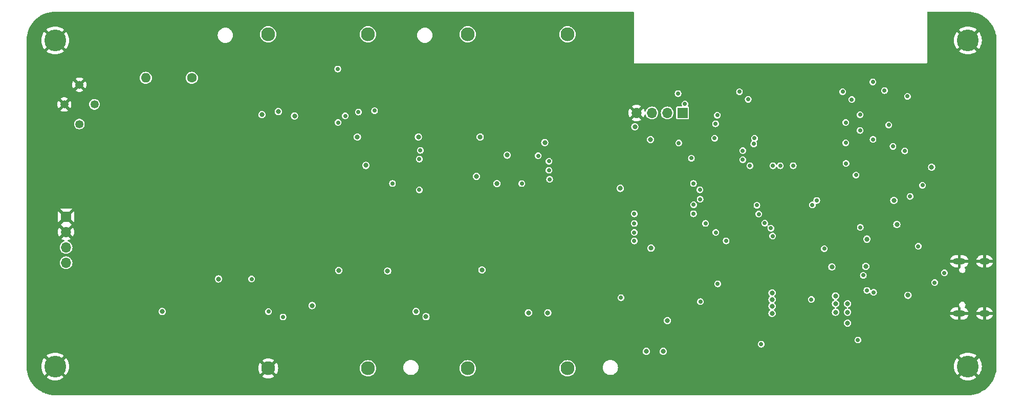
<source format=gbr>
%TF.GenerationSoftware,KiCad,Pcbnew,7.0.9*%
%TF.CreationDate,2024-02-17T00:35:01+08:00*%
%TF.ProjectId,AlarmClockProjV1,416c6172-6d43-46c6-9f63-6b50726f6a56,rev?*%
%TF.SameCoordinates,Original*%
%TF.FileFunction,Copper,L2,Inr*%
%TF.FilePolarity,Positive*%
%FSLAX46Y46*%
G04 Gerber Fmt 4.6, Leading zero omitted, Abs format (unit mm)*
G04 Created by KiCad (PCBNEW 7.0.9) date 2024-02-17 00:35:01*
%MOMM*%
%LPD*%
G01*
G04 APERTURE LIST*
%TA.AperFunction,ComponentPad*%
%ADD10C,1.350000*%
%TD*%
%TA.AperFunction,ComponentPad*%
%ADD11R,1.700000X1.700000*%
%TD*%
%TA.AperFunction,ComponentPad*%
%ADD12O,1.700000X1.700000*%
%TD*%
%TA.AperFunction,ComponentPad*%
%ADD13C,3.600000*%
%TD*%
%TA.AperFunction,ComponentPad*%
%ADD14O,2.100000X1.000000*%
%TD*%
%TA.AperFunction,ComponentPad*%
%ADD15O,1.800000X1.000000*%
%TD*%
%TA.AperFunction,ComponentPad*%
%ADD16C,1.600000*%
%TD*%
%TA.AperFunction,ComponentPad*%
%ADD17O,1.600000X1.600000*%
%TD*%
%TA.AperFunction,ComponentPad*%
%ADD18C,2.300000*%
%TD*%
%TA.AperFunction,ViaPad*%
%ADD19C,0.700000*%
%TD*%
%TA.AperFunction,ViaPad*%
%ADD20C,0.800000*%
%TD*%
%TA.AperFunction,ViaPad*%
%ADD21C,0.550000*%
%TD*%
G04 APERTURE END LIST*
D10*
%TO.N,GND*%
%TO.C,LS401*%
X79500000Y-95600000D03*
%TO.N,/[3] Interactions/Buzzer_in*%
X84500000Y-95600000D03*
%TD*%
D11*
%TO.N,/[4] I2C_Bus/I2C_SDA*%
%TO.C,J301*%
X181800000Y-97000000D03*
D12*
%TO.N,/[4] I2C_Bus/I2C_SCL*%
X179260000Y-97000000D03*
%TO.N,3V7*%
X176720000Y-97000000D03*
%TO.N,GND*%
X174180000Y-97000000D03*
%TD*%
D11*
%TO.N,GND*%
%TO.C,J402*%
X79800000Y-114200000D03*
D12*
X79800000Y-116740000D03*
%TO.N,3V7*%
X79800000Y-119280000D03*
X79800000Y-121820000D03*
%TD*%
D13*
%TO.N,GND*%
%TO.C,H103*%
X78000000Y-85000000D03*
%TD*%
D14*
%TO.N,GND*%
%TO.C,J206*%
X227575000Y-130210000D03*
D15*
X231755000Y-130210000D03*
D14*
X227575000Y-121570000D03*
D15*
X231755000Y-121570000D03*
%TD*%
D16*
%TO.N,/[3] Interactions/MOS_out*%
%TO.C,R410*%
X100610000Y-91200000D03*
D17*
%TO.N,/[3] Interactions/Buzzer_in*%
X92990000Y-91200000D03*
%TD*%
D10*
%TO.N,GND*%
%TO.C,LS402*%
X82000000Y-92350000D03*
%TO.N,/[3] Interactions/Buzzer_in*%
X82000000Y-98850000D03*
%TD*%
D13*
%TO.N,GND*%
%TO.C,H102*%
X78000000Y-139000000D03*
%TD*%
%TO.N,GND*%
%TO.C,H104*%
X229000000Y-139000000D03*
%TD*%
%TO.N,GND*%
%TO.C,H101*%
X229000000Y-85000000D03*
%TD*%
D18*
%TO.N,/[2] ESP32_MCU/BATT1*%
%TO.C,J203*%
X146250000Y-84000000D03*
%TO.N,/[2] ESP32_MCU/BATT2*%
X146250000Y-139300000D03*
%TD*%
%TO.N,/[2] ESP32_MCU/BATT2*%
%TO.C,J205*%
X129750000Y-139300000D03*
%TO.N,/[2] ESP32_MCU/BATT3*%
X129750000Y-84000000D03*
%TD*%
%TO.N,/[2] ESP32_MCU/Diode_in*%
%TO.C,J202*%
X162750000Y-139300000D03*
%TO.N,/[2] ESP32_MCU/BATT1*%
X162750000Y-84000000D03*
%TD*%
%TO.N,/[2] ESP32_MCU/BATT3*%
%TO.C,J204*%
X113250000Y-84000000D03*
%TO.N,GND*%
X113250000Y-139300000D03*
%TD*%
D19*
%TO.N,GND*%
X212500000Y-137500000D03*
X217500000Y-137500000D03*
X222500000Y-140000000D03*
X232500000Y-112500000D03*
X232500000Y-102500000D03*
X220000000Y-100000000D03*
X214200000Y-96600000D03*
X87500000Y-140000000D03*
X115500000Y-92500000D03*
X202500000Y-113000000D03*
X142500000Y-127500000D03*
X213400000Y-122400000D03*
X120000000Y-137500000D03*
X158900000Y-105800000D03*
X123100000Y-126800000D03*
D20*
X193344800Y-126009400D03*
D19*
X201218800Y-105740200D03*
X192250000Y-102250000D03*
X105000000Y-92500000D03*
X208991200Y-94143300D03*
D20*
X192000000Y-126030100D03*
D19*
X100000000Y-127500000D03*
X77500000Y-130000000D03*
X140000000Y-127500000D03*
X208991200Y-95681800D03*
X225000000Y-117500000D03*
X119400000Y-128900000D03*
X225000000Y-132500000D03*
X188200000Y-117550500D03*
X75000000Y-130000000D03*
X158000000Y-101900000D03*
X142500000Y-120000000D03*
X87500000Y-87500000D03*
X97000000Y-116800000D03*
X115000000Y-125000000D03*
D20*
X202600000Y-125600000D03*
D19*
X158900000Y-107300000D03*
X221600000Y-119700000D03*
X200000000Y-122500000D03*
X227500000Y-95000000D03*
X222500000Y-125100000D03*
X162500000Y-110000000D03*
X127500000Y-125000000D03*
X107600000Y-126800000D03*
X100000000Y-85000000D03*
X90000000Y-85000000D03*
X208100000Y-89700000D03*
X153800000Y-104300000D03*
X157100000Y-103400000D03*
X179300000Y-132500000D03*
X217743000Y-102539800D03*
X185699400Y-93980000D03*
X146700000Y-126800000D03*
D21*
X196250000Y-96700000D03*
D19*
X222500000Y-132500000D03*
X75000000Y-127500000D03*
X118300000Y-116800000D03*
X224400000Y-105900000D03*
X118800000Y-97400000D03*
X186400000Y-116100000D03*
X232500000Y-95000000D03*
X112500000Y-110000000D03*
D20*
X161100000Y-103900000D03*
D19*
X183642000Y-110439200D03*
X97500000Y-85000000D03*
D20*
X116300000Y-103900000D03*
X186400000Y-139600000D03*
D21*
X196950000Y-96000000D03*
D19*
X209880200Y-101955600D03*
X152200000Y-126800000D03*
X222500000Y-137500000D03*
X97500000Y-112500000D03*
X167500000Y-85000000D03*
X156800000Y-90600000D03*
D20*
X224400000Y-90700000D03*
D19*
X127500000Y-127500000D03*
X104600000Y-110500000D03*
X157500000Y-130100000D03*
X141700000Y-133700000D03*
X80000000Y-105000000D03*
X174500000Y-100300000D03*
X105000000Y-87500000D03*
X184600000Y-108050500D03*
X87900000Y-91200000D03*
X215900000Y-130400000D03*
X221500000Y-110000000D03*
X152500000Y-132500000D03*
D20*
X140000000Y-104000000D03*
D21*
X195550000Y-96000000D03*
D19*
X102100000Y-126800000D03*
X82500000Y-107500000D03*
X123750000Y-89750000D03*
X133200000Y-107000000D03*
X177800000Y-119400000D03*
X184700000Y-113050500D03*
D20*
X205000000Y-124500000D03*
D19*
X227500000Y-110000000D03*
X217000000Y-99000000D03*
X232500000Y-92500000D03*
X156800000Y-89300000D03*
X95000000Y-140000000D03*
X144800000Y-86800000D03*
X165000000Y-122500000D03*
X167900000Y-126800000D03*
X174700000Y-117500000D03*
X152500000Y-117500000D03*
X189900000Y-121400000D03*
X157500000Y-122500000D03*
X117500000Y-107500000D03*
X125500000Y-110500000D03*
X95000000Y-137500000D03*
X95000000Y-87500000D03*
X107500000Y-92500000D03*
X97500000Y-137500000D03*
X85000000Y-137500000D03*
X95000000Y-85000000D03*
X194995800Y-116078000D03*
X130000000Y-135000000D03*
X149900000Y-86800000D03*
X222500000Y-135000000D03*
X152400000Y-86800000D03*
D21*
X194850000Y-96700000D03*
D19*
X230000000Y-110000000D03*
X117900000Y-133800000D03*
X80000000Y-107500000D03*
D20*
X193344800Y-124523500D03*
D19*
X92500000Y-140000000D03*
X186258200Y-100279200D03*
X190900895Y-104100500D03*
X122500000Y-137500000D03*
X201400000Y-123000000D03*
X89000000Y-110500000D03*
X210700000Y-123900000D03*
X181660800Y-94640400D03*
D21*
X196950000Y-98800000D03*
D19*
X223000000Y-107100000D03*
X92500000Y-85000000D03*
X114100000Y-96100000D03*
X140500000Y-130800000D03*
X138100000Y-101900000D03*
X147400000Y-86800000D03*
X140000000Y-125000000D03*
X77500000Y-107500000D03*
X100000000Y-140000000D03*
X90000000Y-87500000D03*
X80000000Y-110000000D03*
X109900000Y-110500000D03*
X92500000Y-112500000D03*
X147800000Y-122200000D03*
X135000000Y-82500000D03*
X170000000Y-82500000D03*
X172500000Y-87500000D03*
X211800000Y-134600000D03*
X100000000Y-125000000D03*
D20*
X191700000Y-139600000D03*
D19*
X231400000Y-104800000D03*
X150000000Y-117500000D03*
X152500000Y-137500000D03*
X77500000Y-110000000D03*
X126300000Y-118700000D03*
X87500000Y-137500000D03*
X138250000Y-111000000D03*
X123800000Y-97500000D03*
D20*
X189661800Y-134700000D03*
D19*
X219100000Y-111750000D03*
D20*
X193344800Y-123037600D03*
D19*
X75000000Y-125000000D03*
X222500000Y-100000000D03*
X105000000Y-132500000D03*
X92500000Y-82500000D03*
X170000000Y-87500000D03*
X211175600Y-98600000D03*
X209677000Y-115443000D03*
X102500000Y-87500000D03*
X174700000Y-114500000D03*
X148300000Y-111600000D03*
X116700000Y-130800000D03*
X160000000Y-122500000D03*
X177500000Y-112500000D03*
X194411600Y-100406200D03*
X177500000Y-127500000D03*
D20*
X189650000Y-133350000D03*
D19*
X178600000Y-135500000D03*
X90000000Y-82500000D03*
X105000000Y-135000000D03*
X156200000Y-108700000D03*
X128000000Y-102000000D03*
X199034400Y-105740200D03*
X132500000Y-135000000D03*
X112500000Y-112500000D03*
X112200000Y-98400000D03*
X204750000Y-110750000D03*
X222300000Y-90200000D03*
X77500000Y-105000000D03*
X75000000Y-105000000D03*
X110000000Y-90000000D03*
X97500000Y-110000000D03*
X204250000Y-119500000D03*
X102500000Y-85000000D03*
D21*
X195550000Y-97350000D03*
D19*
X214100000Y-125400000D03*
X115000000Y-110000000D03*
X77500000Y-127500000D03*
X110000000Y-87500000D03*
X127500000Y-107500000D03*
X117500000Y-87500000D03*
X75000000Y-110000000D03*
X105000000Y-123500000D03*
X92500000Y-137500000D03*
D20*
X202600000Y-124500000D03*
D19*
X191000000Y-102250000D03*
X122500000Y-140000000D03*
X156800000Y-88000000D03*
X95000000Y-110000000D03*
X130000000Y-115000000D03*
X128219200Y-95834200D03*
X100000000Y-137500000D03*
X170000000Y-85000000D03*
X175000000Y-112500000D03*
X155000000Y-140000000D03*
X195681600Y-105740200D03*
X142500000Y-112500000D03*
X90000000Y-137500000D03*
X175719792Y-135477603D03*
X196000000Y-132410200D03*
D20*
X203300000Y-135000000D03*
D19*
X95000000Y-107500000D03*
X186359800Y-97383600D03*
X167500000Y-82500000D03*
X231200000Y-132000000D03*
X190000000Y-119100000D03*
X220000000Y-125000000D03*
X152500000Y-140000000D03*
X120000000Y-87500000D03*
D21*
X194850000Y-98100000D03*
D19*
X105000000Y-102500000D03*
X230000000Y-95000000D03*
X183750000Y-128250000D03*
X207800000Y-121400000D03*
X187248800Y-99822000D03*
X211175600Y-96316800D03*
X150000000Y-132500000D03*
X177600000Y-101400000D03*
X132300000Y-121000000D03*
X133800000Y-110500000D03*
X215000000Y-122500000D03*
X87500000Y-85000000D03*
X142500000Y-125000000D03*
D20*
X192800000Y-134700000D03*
D19*
X162500000Y-87500000D03*
X220200000Y-127200000D03*
X112500000Y-107500000D03*
X142500000Y-122500000D03*
X160000000Y-112500000D03*
X97500000Y-107500000D03*
X157500000Y-120000000D03*
X150300000Y-109400000D03*
D21*
X197650000Y-96700000D03*
D19*
X97500000Y-140000000D03*
X182000000Y-104600000D03*
X174700000Y-116000000D03*
X211200000Y-116900000D03*
X211200000Y-117900000D03*
X177500000Y-125000000D03*
X95000000Y-122500000D03*
X130835400Y-95453200D03*
X180000000Y-102000000D03*
X97500000Y-87500000D03*
X216750000Y-110350000D03*
X140000000Y-122500000D03*
X142300000Y-86800000D03*
X95000000Y-112500000D03*
X140000000Y-110000000D03*
X85000000Y-82500000D03*
X142000000Y-116800000D03*
X140000000Y-120000000D03*
X142500000Y-110000000D03*
X213258400Y-90881200D03*
X214150000Y-100700000D03*
X182905400Y-89522100D03*
X197500000Y-122500000D03*
X161300000Y-92400000D03*
X95000000Y-125000000D03*
X225000000Y-120000000D03*
X231500000Y-115100000D03*
X180000000Y-125000000D03*
X92500000Y-122500000D03*
D20*
X191230900Y-134700000D03*
D19*
X92500000Y-110000000D03*
D21*
X195550000Y-98850000D03*
D19*
X97500000Y-82500000D03*
X155000000Y-86800000D03*
X107500000Y-102500000D03*
X165000000Y-125000000D03*
X196800000Y-131800000D03*
X100000000Y-122500000D03*
X127500000Y-115000000D03*
X102500000Y-82500000D03*
X92500000Y-87500000D03*
D21*
X196250000Y-98100000D03*
D20*
X203800000Y-124500000D03*
D19*
X160000000Y-110000000D03*
X107500000Y-87500000D03*
X162500000Y-112500000D03*
X175000000Y-127500000D03*
X174700000Y-119100000D03*
X95700000Y-128800000D03*
X217500000Y-125000000D03*
X127500000Y-132500000D03*
X155000000Y-137500000D03*
X95000000Y-82500000D03*
X180365400Y-92938600D03*
X96800000Y-133800000D03*
X107500000Y-117500000D03*
X130000000Y-132500000D03*
X200736200Y-115620800D03*
X117500000Y-110000000D03*
X86500000Y-126800000D03*
D20*
X192000000Y-128820700D03*
D19*
X142500000Y-82500000D03*
X95000000Y-127500000D03*
X225100000Y-122500000D03*
X215061800Y-116560600D03*
X227500000Y-100000000D03*
X105000000Y-117500000D03*
X90000000Y-140000000D03*
X111400000Y-124500000D03*
D20*
X186400000Y-141700000D03*
D19*
X225000000Y-135000000D03*
X85000000Y-87500000D03*
X131200000Y-126800000D03*
X163000000Y-116900000D03*
X87500000Y-82500000D03*
X112500000Y-87500000D03*
X167000000Y-108300000D03*
X95100000Y-103900000D03*
X75000000Y-107500000D03*
X115000000Y-112500000D03*
D20*
X192000000Y-127400000D03*
D19*
X131400000Y-105500000D03*
X117000000Y-122500000D03*
X160000000Y-87500000D03*
D20*
X191700000Y-141700000D03*
D19*
X147000000Y-106800000D03*
X77500000Y-132500000D03*
X92500000Y-125000000D03*
X135000000Y-85000000D03*
X92500000Y-107500000D03*
X171500000Y-108500000D03*
X194005200Y-105740200D03*
X230000000Y-100000000D03*
X117500000Y-112500000D03*
X214600000Y-94100000D03*
X160800000Y-130100000D03*
X210500000Y-108400000D03*
X162500000Y-133800000D03*
D20*
X202600000Y-126800000D03*
D19*
X115000000Y-107500000D03*
X193200000Y-113000000D03*
X100000000Y-87500000D03*
X124800000Y-97500000D03*
X209880200Y-105384600D03*
D20*
X192000000Y-123000000D03*
D19*
X218000000Y-116250000D03*
X206500000Y-123500000D03*
X75000000Y-132500000D03*
X120000000Y-140000000D03*
X82500000Y-110000000D03*
D21*
X197650000Y-98100000D03*
D19*
X231200000Y-119600000D03*
X82500000Y-105000000D03*
X215457000Y-102539800D03*
X160000000Y-120000000D03*
X197900000Y-117500000D03*
X209854800Y-98600000D03*
X193700000Y-114500000D03*
X155000000Y-110500000D03*
X85000000Y-140000000D03*
X85000000Y-85000000D03*
X219000000Y-95250000D03*
X122500000Y-95000000D03*
D20*
X191820800Y-133400800D03*
D19*
X127500000Y-105000000D03*
X195200000Y-131699000D03*
X197600000Y-132410200D03*
X100000000Y-82500000D03*
D21*
X196950000Y-97350000D03*
D19*
X148300000Y-101900000D03*
X184700000Y-114500000D03*
X126000000Y-123000000D03*
X217500000Y-122500000D03*
X137700000Y-105500000D03*
D20*
%TO.N,+3V3*%
X175800000Y-136500000D03*
X212100000Y-122400000D03*
D19*
X192650000Y-94750000D03*
X215900000Y-99000000D03*
D20*
X114900000Y-96800000D03*
X216750000Y-111500000D03*
X112200000Y-97300000D03*
X212300000Y-117900000D03*
X217250000Y-115500000D03*
X178600000Y-136500000D03*
X120500000Y-128900000D03*
X117600000Y-97500000D03*
D19*
X205250000Y-119500000D03*
D20*
X223000000Y-106000000D03*
X206500000Y-122500000D03*
D19*
%TO.N,/[2] ESP32_MCU/EN*%
X218550000Y-103300000D03*
X191200000Y-93500000D03*
%TO.N,/[2] ESP32_MCU/NEOPIXEL_Vcc*%
X124750000Y-89750000D03*
X203100000Y-127900000D03*
D20*
X196600000Y-130200000D03*
X209100000Y-130000000D03*
X196600000Y-127900000D03*
X207100000Y-130000000D03*
X207100000Y-128600000D03*
D19*
X138250000Y-109750000D03*
D20*
X207100000Y-127300000D03*
X196600000Y-126800000D03*
X209100000Y-131800000D03*
X196600000Y-129000000D03*
D19*
X126000000Y-97500000D03*
D20*
X209100000Y-128600000D03*
D19*
%TO.N,+BATT*%
X212300000Y-126400000D03*
X187248800Y-98806000D03*
X211700000Y-123900000D03*
X210800000Y-134600000D03*
X213400000Y-126700000D03*
%TO.N,+5V*%
X225100000Y-123500000D03*
X223500000Y-125100000D03*
%TO.N,/[2] ESP32_MCU/LED0_IO15*%
X204000000Y-111500000D03*
X193709700Y-101209700D03*
%TO.N,/[2] ESP32_MCU/LED1_IO16*%
X193573400Y-102133400D03*
X203250000Y-112250000D03*
%TO.N,/[2] ESP32_MCU/GPIO_14*%
X194400000Y-113750000D03*
X183600000Y-113700000D03*
X159700000Y-105000000D03*
X173800000Y-113700000D03*
%TO.N,/[2] ESP32_MCU/GPIO_21*%
X159700000Y-106500000D03*
X173800000Y-115300000D03*
X185600000Y-115300000D03*
X195400000Y-115250000D03*
%TO.N,/[2] ESP32_MCU/GPIO_47*%
X196400000Y-116100000D03*
X187300000Y-116800000D03*
X173800000Y-116800000D03*
X159800000Y-108000000D03*
%TO.N,/[2] ESP32_MCU/GPIO_48*%
X196700000Y-117400000D03*
X138250000Y-104650000D03*
X189000000Y-118200000D03*
X173800000Y-118200000D03*
%TO.N,/[2] ESP32_MCU/GPIO_13*%
X183612200Y-112208439D03*
X194100000Y-112300000D03*
%TO.N,/[2] ESP32_MCU/SPI_MISO*%
X196748400Y-105740200D03*
X183600000Y-108700000D03*
%TO.N,/[2] ESP32_MCU/SPI_CLK*%
X197967600Y-105740200D03*
X184658000Y-109728000D03*
%TO.N,/[2] ESP32_MCU/SPI_MOSI*%
X200101200Y-105740200D03*
X184700000Y-111300000D03*
%TO.N,/[2] ESP32_MCU/U0RXD*%
X209778600Y-94792800D03*
X181051200Y-93802200D03*
%TO.N,/[2] ESP32_MCU/U0TXD*%
X182194200Y-95529400D03*
X208280000Y-93497400D03*
D20*
%TO.N,3V7*%
X129400000Y-105700000D03*
D19*
X110500000Y-124500000D03*
D20*
X105000000Y-124500000D03*
D19*
X113300000Y-129900000D03*
D20*
X139350000Y-130750000D03*
X148600000Y-123000000D03*
X95700000Y-129900000D03*
X176600000Y-119400000D03*
X137700000Y-129900000D03*
X159500000Y-130100000D03*
X124915000Y-123085000D03*
X176500000Y-101400000D03*
X152800000Y-104000000D03*
X173900000Y-99300000D03*
X159000000Y-101900000D03*
X133000000Y-123200000D03*
D19*
X187600000Y-125300000D03*
D20*
X179300000Y-131400000D03*
X138085000Y-100985000D03*
X156300000Y-130100000D03*
X148315000Y-100985000D03*
X151100000Y-108700000D03*
D19*
X115700000Y-130800000D03*
D20*
X147700000Y-107500000D03*
D19*
X194800000Y-135300000D03*
D20*
X171500000Y-109500000D03*
X128000000Y-101000000D03*
D19*
%TO.N,/[2] ESP32_MCU/BOOT*%
X219425000Y-110825000D03*
X210500000Y-107300000D03*
%TO.N,Net-(D403-DOUT)*%
X157900000Y-104100000D03*
X155200000Y-108700000D03*
%TO.N,/[4] I2C_Bus/I2C_SCL*%
X211175600Y-99911300D03*
X213283800Y-91871800D03*
X128159300Y-96859300D03*
X191750000Y-103250000D03*
X181169239Y-102000000D03*
X215200000Y-93300000D03*
X213300000Y-101400000D03*
%TO.N,/[4] I2C_Bus/I2C_SDA*%
X191750000Y-104750000D03*
X130835400Y-96621600D03*
X183250000Y-104500000D03*
D20*
%TO.N,/[2] ESP32_MCU/Diode_in*%
X219100000Y-127200000D03*
D19*
%TO.N,/[2] ESP32_MCU/BUZZER*%
X187553600Y-97383600D03*
X124800000Y-98600000D03*
%TO.N,/[2] ESP32_MCU/NEOPIXEL_CTRL*%
X171600000Y-127600000D03*
X187100000Y-101200000D03*
%TO.N,/[2] ESP32_MCU/NEOPIXEL_PWR_CTRL*%
X192938400Y-105740200D03*
X184750000Y-128250000D03*
%TO.N,/[2] ESP32_MCU/IMU_INT1*%
X211200000Y-115951000D03*
X208788000Y-101955600D03*
X220800000Y-119100000D03*
X208838800Y-105384600D03*
X208800000Y-98600000D03*
%TO.N,/[2] ESP32_MCU/IMU_INT2*%
X211175600Y-97307400D03*
X221500000Y-109000000D03*
X216600000Y-102539800D03*
%TO.N,/[2] ESP32_MCU/RTC_INT*%
X219000000Y-94250000D03*
%TO.N,Net-(D410-DOUT)*%
X133800000Y-108700000D03*
X138400000Y-103200000D03*
%TD*%
%TA.AperFunction,Conductor*%
%TO.N,GND*%
G36*
X173692539Y-80270185D02*
G01*
X173738294Y-80322989D01*
X173749500Y-80374500D01*
X173749500Y-88563114D01*
X173747117Y-88587306D01*
X173744592Y-88599999D01*
X173744592Y-88600000D01*
X173748688Y-88620591D01*
X173748689Y-88620597D01*
X173764032Y-88697736D01*
X173764033Y-88697739D01*
X173764034Y-88697740D01*
X173819399Y-88780601D01*
X173902260Y-88835966D01*
X173934840Y-88842446D01*
X173999998Y-88855408D01*
X174000000Y-88855408D01*
X174000001Y-88855408D01*
X174012694Y-88852883D01*
X174036886Y-88850500D01*
X221963114Y-88850500D01*
X221987306Y-88852883D01*
X221999999Y-88855408D01*
X222000000Y-88855408D01*
X222000002Y-88855408D01*
X222048870Y-88845687D01*
X222097740Y-88835966D01*
X222180601Y-88780601D01*
X222235966Y-88697740D01*
X222235967Y-88697735D01*
X222251689Y-88618700D01*
X222251690Y-88618689D01*
X222255408Y-88600000D01*
X222255408Y-88599999D01*
X222252883Y-88587306D01*
X222250500Y-88563114D01*
X222250500Y-85000000D01*
X226695065Y-85000000D01*
X226714784Y-85300852D01*
X226714786Y-85300864D01*
X226773602Y-85596553D01*
X226773607Y-85596573D01*
X226870514Y-85882052D01*
X226870518Y-85882062D01*
X227003868Y-86152469D01*
X227171371Y-86403155D01*
X227171374Y-86403159D01*
X227204973Y-86441470D01*
X227204974Y-86441470D01*
X227702265Y-85944179D01*
X227865130Y-86134870D01*
X228055819Y-86297733D01*
X227558528Y-86795024D01*
X227558528Y-86795025D01*
X227596840Y-86828625D01*
X227596844Y-86828628D01*
X227847530Y-86996131D01*
X228117937Y-87129481D01*
X228117947Y-87129485D01*
X228403426Y-87226392D01*
X228403446Y-87226397D01*
X228699135Y-87285213D01*
X228699147Y-87285215D01*
X229000000Y-87304934D01*
X229300852Y-87285215D01*
X229300864Y-87285213D01*
X229596553Y-87226397D01*
X229596573Y-87226392D01*
X229882052Y-87129485D01*
X229882062Y-87129481D01*
X230152469Y-86996131D01*
X230403157Y-86828627D01*
X230441470Y-86795025D01*
X230441470Y-86795023D01*
X229944180Y-86297733D01*
X230134870Y-86134870D01*
X230297733Y-85944180D01*
X230795023Y-86441470D01*
X230795025Y-86441470D01*
X230828627Y-86403157D01*
X230996131Y-86152469D01*
X231129481Y-85882062D01*
X231129485Y-85882052D01*
X231226392Y-85596573D01*
X231226397Y-85596553D01*
X231285213Y-85300864D01*
X231285215Y-85300852D01*
X231304934Y-85000000D01*
X231285215Y-84699147D01*
X231285213Y-84699135D01*
X231226397Y-84403446D01*
X231226393Y-84403431D01*
X231129483Y-84117944D01*
X231129474Y-84117923D01*
X230996129Y-83847528D01*
X230828633Y-83596851D01*
X230828625Y-83596840D01*
X230795025Y-83558528D01*
X230795024Y-83558528D01*
X230297733Y-84055819D01*
X230134870Y-83865130D01*
X229944179Y-83702265D01*
X230441470Y-83204974D01*
X230441470Y-83204973D01*
X230403159Y-83171374D01*
X230403155Y-83171371D01*
X230152469Y-83003868D01*
X229882062Y-82870518D01*
X229882052Y-82870514D01*
X229596573Y-82773607D01*
X229596553Y-82773602D01*
X229300864Y-82714786D01*
X229300852Y-82714784D01*
X229000000Y-82695065D01*
X228699147Y-82714784D01*
X228699135Y-82714786D01*
X228403446Y-82773602D01*
X228403431Y-82773606D01*
X228117944Y-82870516D01*
X228117923Y-82870525D01*
X227847528Y-83003870D01*
X227596844Y-83171370D01*
X227596837Y-83171376D01*
X227558528Y-83204972D01*
X227558527Y-83204974D01*
X228055819Y-83702266D01*
X227865130Y-83865130D01*
X227702266Y-84055819D01*
X227204974Y-83558527D01*
X227204972Y-83558528D01*
X227171376Y-83596837D01*
X227171370Y-83596844D01*
X227003870Y-83847528D01*
X226870525Y-84117923D01*
X226870516Y-84117944D01*
X226773606Y-84403431D01*
X226773602Y-84403446D01*
X226714786Y-84699135D01*
X226714784Y-84699147D01*
X226695065Y-85000000D01*
X222250500Y-85000000D01*
X222250500Y-80374500D01*
X222270185Y-80307461D01*
X222322989Y-80261706D01*
X222374500Y-80250500D01*
X228955830Y-80250500D01*
X229000000Y-80250500D01*
X229411263Y-80268455D01*
X229416615Y-80268924D01*
X229822071Y-80322304D01*
X229827379Y-80323240D01*
X230226629Y-80411751D01*
X230231819Y-80413141D01*
X230621848Y-80536117D01*
X230626925Y-80537965D01*
X231004742Y-80694462D01*
X231009612Y-80696733D01*
X231372350Y-80885562D01*
X231377028Y-80888264D01*
X231721920Y-81107984D01*
X231726353Y-81111088D01*
X232050774Y-81360025D01*
X232054919Y-81363504D01*
X232356420Y-81639778D01*
X232360221Y-81643579D01*
X232566573Y-81868774D01*
X232636495Y-81945080D01*
X232639974Y-81949225D01*
X232888911Y-82273646D01*
X232892015Y-82278079D01*
X233111735Y-82622971D01*
X233114441Y-82627657D01*
X233292874Y-82970425D01*
X233303257Y-82990369D01*
X233305541Y-82995267D01*
X233333555Y-83062898D01*
X233462032Y-83373070D01*
X233463883Y-83378155D01*
X233513758Y-83536337D01*
X233585728Y-83764596D01*
X233586851Y-83768156D01*
X233588251Y-83773383D01*
X233676758Y-84172618D01*
X233677698Y-84177947D01*
X233731073Y-84583366D01*
X233731545Y-84588757D01*
X233749500Y-85000000D01*
X233749500Y-139000000D01*
X233731545Y-139411242D01*
X233731073Y-139416633D01*
X233677698Y-139822052D01*
X233676758Y-139827381D01*
X233588251Y-140226616D01*
X233586851Y-140231843D01*
X233463883Y-140621844D01*
X233462032Y-140626929D01*
X233305544Y-141004726D01*
X233303257Y-141009630D01*
X233114441Y-141372342D01*
X233111735Y-141377028D01*
X232892015Y-141721920D01*
X232888911Y-141726353D01*
X232639974Y-142050774D01*
X232636495Y-142054919D01*
X232360234Y-142356407D01*
X232356407Y-142360234D01*
X232054919Y-142636495D01*
X232050774Y-142639974D01*
X231726353Y-142888911D01*
X231721920Y-142892015D01*
X231377028Y-143111735D01*
X231372342Y-143114441D01*
X231009630Y-143303257D01*
X231004726Y-143305544D01*
X230626929Y-143462032D01*
X230621844Y-143463883D01*
X230231843Y-143586851D01*
X230226616Y-143588251D01*
X229827381Y-143676758D01*
X229822052Y-143677698D01*
X229416633Y-143731073D01*
X229411242Y-143731545D01*
X229000000Y-143749500D01*
X78000000Y-143749500D01*
X77588757Y-143731545D01*
X77583366Y-143731073D01*
X77177947Y-143677698D01*
X77172618Y-143676758D01*
X76773383Y-143588251D01*
X76768164Y-143586853D01*
X76538116Y-143514319D01*
X76378155Y-143463883D01*
X76373070Y-143462032D01*
X76156613Y-143372373D01*
X75995267Y-143305541D01*
X75990377Y-143303261D01*
X75627657Y-143114441D01*
X75622971Y-143111735D01*
X75278079Y-142892015D01*
X75273646Y-142888911D01*
X74949225Y-142639974D01*
X74945080Y-142636495D01*
X74868774Y-142566573D01*
X74643579Y-142360221D01*
X74639778Y-142356420D01*
X74363504Y-142054919D01*
X74360025Y-142050774D01*
X74111088Y-141726353D01*
X74107984Y-141721920D01*
X73888264Y-141377028D01*
X73885558Y-141372342D01*
X73840203Y-141285215D01*
X73696733Y-141009612D01*
X73694462Y-141004742D01*
X73537965Y-140626925D01*
X73536116Y-140621844D01*
X73529229Y-140600000D01*
X73413141Y-140231819D01*
X73411751Y-140226629D01*
X73323240Y-139827379D01*
X73322304Y-139822071D01*
X73268924Y-139416615D01*
X73268455Y-139411263D01*
X73250500Y-139000000D01*
X75695065Y-139000000D01*
X75714784Y-139300852D01*
X75714786Y-139300864D01*
X75773602Y-139596553D01*
X75773607Y-139596573D01*
X75870514Y-139882052D01*
X75870518Y-139882062D01*
X76003868Y-140152469D01*
X76171371Y-140403155D01*
X76171374Y-140403159D01*
X76204973Y-140441470D01*
X76204974Y-140441470D01*
X76702265Y-139944179D01*
X76865130Y-140134870D01*
X77055819Y-140297733D01*
X76558528Y-140795024D01*
X76558528Y-140795025D01*
X76596840Y-140828625D01*
X76596844Y-140828628D01*
X76847530Y-140996131D01*
X77117937Y-141129481D01*
X77117947Y-141129485D01*
X77403426Y-141226392D01*
X77403446Y-141226397D01*
X77699135Y-141285213D01*
X77699147Y-141285215D01*
X78000000Y-141304934D01*
X78300852Y-141285215D01*
X78300864Y-141285213D01*
X78596553Y-141226397D01*
X78596573Y-141226392D01*
X78882052Y-141129485D01*
X78882062Y-141129481D01*
X79152469Y-140996131D01*
X79403157Y-140828627D01*
X79441470Y-140795025D01*
X79441470Y-140795023D01*
X78944180Y-140297733D01*
X79134870Y-140134870D01*
X79297733Y-139944180D01*
X79795023Y-140441470D01*
X79795025Y-140441470D01*
X79828627Y-140403157D01*
X79996131Y-140152469D01*
X80129481Y-139882062D01*
X80129485Y-139882052D01*
X80226392Y-139596573D01*
X80226397Y-139596553D01*
X80285213Y-139300864D01*
X80285215Y-139300852D01*
X80285271Y-139300000D01*
X111594898Y-139300000D01*
X111615274Y-139558912D01*
X111675901Y-139811445D01*
X111675906Y-139811462D01*
X111775290Y-140051397D01*
X111775292Y-140051400D01*
X111910992Y-140272842D01*
X111910993Y-140272843D01*
X111916801Y-140279644D01*
X112572804Y-139623642D01*
X112596059Y-139677553D01*
X112700756Y-139818185D01*
X112835062Y-139930882D01*
X112926665Y-139976886D01*
X112270354Y-140633197D01*
X112277157Y-140639007D01*
X112498599Y-140774707D01*
X112498602Y-140774709D01*
X112738537Y-140874093D01*
X112738554Y-140874098D01*
X112991088Y-140934725D01*
X112991087Y-140934725D01*
X113250000Y-140955101D01*
X113508912Y-140934725D01*
X113761445Y-140874098D01*
X113761462Y-140874093D01*
X114001397Y-140774709D01*
X114001400Y-140774707D01*
X114222844Y-140639005D01*
X114229644Y-140633197D01*
X113575945Y-139979498D01*
X113588891Y-139974787D01*
X113735373Y-139878445D01*
X113855688Y-139750918D01*
X113928447Y-139624894D01*
X114583197Y-140279644D01*
X114589005Y-140272844D01*
X114724707Y-140051400D01*
X114724709Y-140051397D01*
X114824093Y-139811462D01*
X114824098Y-139811445D01*
X114884725Y-139558912D01*
X114905101Y-139300000D01*
X128394341Y-139300000D01*
X128414936Y-139535403D01*
X128414938Y-139535413D01*
X128476094Y-139763655D01*
X128476096Y-139763659D01*
X128476097Y-139763663D01*
X128529621Y-139878445D01*
X128575965Y-139977830D01*
X128575967Y-139977834D01*
X128669627Y-140111593D01*
X128711505Y-140171401D01*
X128878599Y-140338495D01*
X128975384Y-140406265D01*
X129072165Y-140474032D01*
X129072167Y-140474033D01*
X129072170Y-140474035D01*
X129286337Y-140573903D01*
X129514592Y-140635063D01*
X129702918Y-140651539D01*
X129749999Y-140655659D01*
X129750000Y-140655659D01*
X129750001Y-140655659D01*
X129789234Y-140652226D01*
X129985408Y-140635063D01*
X130213663Y-140573903D01*
X130427830Y-140474035D01*
X130621401Y-140338495D01*
X130788495Y-140171401D01*
X130924035Y-139977830D01*
X131023903Y-139763663D01*
X131085063Y-139535408D01*
X131105659Y-139300000D01*
X131092535Y-139150000D01*
X135594723Y-139150000D01*
X135607920Y-139300852D01*
X135613793Y-139367975D01*
X135613793Y-139367979D01*
X135670422Y-139579322D01*
X135670424Y-139579326D01*
X135670425Y-139579330D01*
X135705036Y-139653553D01*
X135762897Y-139777638D01*
X135762898Y-139777639D01*
X135888402Y-139956877D01*
X136043123Y-140111598D01*
X136222361Y-140237102D01*
X136420670Y-140329575D01*
X136632023Y-140386207D01*
X136814926Y-140402208D01*
X136849998Y-140405277D01*
X136850000Y-140405277D01*
X136850002Y-140405277D01*
X136878254Y-140402805D01*
X137067977Y-140386207D01*
X137279330Y-140329575D01*
X137477639Y-140237102D01*
X137656877Y-140111598D01*
X137811598Y-139956877D01*
X137937102Y-139777639D01*
X138029575Y-139579330D01*
X138086207Y-139367977D01*
X138092154Y-139300000D01*
X144894341Y-139300000D01*
X144914936Y-139535403D01*
X144914938Y-139535413D01*
X144976094Y-139763655D01*
X144976096Y-139763659D01*
X144976097Y-139763663D01*
X145029621Y-139878445D01*
X145075965Y-139977830D01*
X145075967Y-139977834D01*
X145169627Y-140111593D01*
X145211505Y-140171401D01*
X145378599Y-140338495D01*
X145475384Y-140406265D01*
X145572165Y-140474032D01*
X145572167Y-140474033D01*
X145572170Y-140474035D01*
X145786337Y-140573903D01*
X146014592Y-140635063D01*
X146202918Y-140651539D01*
X146249999Y-140655659D01*
X146250000Y-140655659D01*
X146250001Y-140655659D01*
X146289234Y-140652226D01*
X146485408Y-140635063D01*
X146713663Y-140573903D01*
X146927830Y-140474035D01*
X147121401Y-140338495D01*
X147288495Y-140171401D01*
X147424035Y-139977830D01*
X147523903Y-139763663D01*
X147585063Y-139535408D01*
X147605659Y-139300000D01*
X161394341Y-139300000D01*
X161414936Y-139535403D01*
X161414938Y-139535413D01*
X161476094Y-139763655D01*
X161476096Y-139763659D01*
X161476097Y-139763663D01*
X161529621Y-139878445D01*
X161575965Y-139977830D01*
X161575967Y-139977834D01*
X161669627Y-140111593D01*
X161711505Y-140171401D01*
X161878599Y-140338495D01*
X161975384Y-140406265D01*
X162072165Y-140474032D01*
X162072167Y-140474033D01*
X162072170Y-140474035D01*
X162286337Y-140573903D01*
X162514592Y-140635063D01*
X162702918Y-140651539D01*
X162749999Y-140655659D01*
X162750000Y-140655659D01*
X162750001Y-140655659D01*
X162789234Y-140652226D01*
X162985408Y-140635063D01*
X163213663Y-140573903D01*
X163427830Y-140474035D01*
X163621401Y-140338495D01*
X163788495Y-140171401D01*
X163924035Y-139977830D01*
X164023903Y-139763663D01*
X164085063Y-139535408D01*
X164105659Y-139300000D01*
X164092535Y-139150000D01*
X168594723Y-139150000D01*
X168607920Y-139300852D01*
X168613793Y-139367975D01*
X168613793Y-139367979D01*
X168670422Y-139579322D01*
X168670424Y-139579326D01*
X168670425Y-139579330D01*
X168705036Y-139653553D01*
X168762897Y-139777638D01*
X168762898Y-139777639D01*
X168888402Y-139956877D01*
X169043123Y-140111598D01*
X169222361Y-140237102D01*
X169420670Y-140329575D01*
X169632023Y-140386207D01*
X169814926Y-140402208D01*
X169849998Y-140405277D01*
X169850000Y-140405277D01*
X169850002Y-140405277D01*
X169878254Y-140402805D01*
X170067977Y-140386207D01*
X170279330Y-140329575D01*
X170477639Y-140237102D01*
X170656877Y-140111598D01*
X170811598Y-139956877D01*
X170937102Y-139777639D01*
X171029575Y-139579330D01*
X171086207Y-139367977D01*
X171105277Y-139150000D01*
X171092154Y-139000000D01*
X226695065Y-139000000D01*
X226714784Y-139300852D01*
X226714786Y-139300864D01*
X226773602Y-139596553D01*
X226773607Y-139596573D01*
X226870514Y-139882052D01*
X226870518Y-139882062D01*
X227003868Y-140152469D01*
X227171371Y-140403155D01*
X227171374Y-140403159D01*
X227204973Y-140441470D01*
X227204974Y-140441470D01*
X227702265Y-139944179D01*
X227865130Y-140134870D01*
X228055819Y-140297733D01*
X227558528Y-140795024D01*
X227558528Y-140795025D01*
X227596840Y-140828625D01*
X227596844Y-140828628D01*
X227847530Y-140996131D01*
X228117937Y-141129481D01*
X228117947Y-141129485D01*
X228403426Y-141226392D01*
X228403446Y-141226397D01*
X228699135Y-141285213D01*
X228699147Y-141285215D01*
X229000000Y-141304934D01*
X229300852Y-141285215D01*
X229300864Y-141285213D01*
X229596553Y-141226397D01*
X229596573Y-141226392D01*
X229882052Y-141129485D01*
X229882062Y-141129481D01*
X230152469Y-140996131D01*
X230403157Y-140828627D01*
X230441470Y-140795025D01*
X230441470Y-140795023D01*
X229944180Y-140297733D01*
X230134870Y-140134870D01*
X230297733Y-139944180D01*
X230795023Y-140441470D01*
X230795025Y-140441470D01*
X230828627Y-140403157D01*
X230996131Y-140152469D01*
X231129481Y-139882062D01*
X231129485Y-139882052D01*
X231226392Y-139596573D01*
X231226397Y-139596553D01*
X231285213Y-139300864D01*
X231285215Y-139300852D01*
X231304934Y-139000000D01*
X231285215Y-138699147D01*
X231285213Y-138699135D01*
X231226397Y-138403446D01*
X231226393Y-138403431D01*
X231129483Y-138117944D01*
X231129474Y-138117923D01*
X230996129Y-137847528D01*
X230828633Y-137596851D01*
X230828625Y-137596840D01*
X230795025Y-137558528D01*
X230795024Y-137558528D01*
X230297733Y-138055819D01*
X230134870Y-137865130D01*
X229944179Y-137702265D01*
X230441470Y-137204974D01*
X230441470Y-137204973D01*
X230403159Y-137171374D01*
X230403155Y-137171371D01*
X230152469Y-137003868D01*
X229882062Y-136870518D01*
X229882052Y-136870514D01*
X229596573Y-136773607D01*
X229596553Y-136773602D01*
X229300864Y-136714786D01*
X229300852Y-136714784D01*
X229000000Y-136695065D01*
X228699147Y-136714784D01*
X228699135Y-136714786D01*
X228403446Y-136773602D01*
X228403431Y-136773606D01*
X228117944Y-136870516D01*
X228117923Y-136870525D01*
X227847528Y-137003870D01*
X227596844Y-137171370D01*
X227596837Y-137171376D01*
X227558528Y-137204972D01*
X227558527Y-137204974D01*
X228055819Y-137702266D01*
X227865130Y-137865130D01*
X227702266Y-138055819D01*
X227204974Y-137558527D01*
X227204972Y-137558528D01*
X227171376Y-137596837D01*
X227171370Y-137596844D01*
X227003870Y-137847528D01*
X226870525Y-138117923D01*
X226870516Y-138117944D01*
X226773606Y-138403431D01*
X226773602Y-138403446D01*
X226714786Y-138699135D01*
X226714784Y-138699147D01*
X226695065Y-139000000D01*
X171092154Y-139000000D01*
X171086207Y-138932023D01*
X171029575Y-138720670D01*
X170937102Y-138522362D01*
X170937100Y-138522359D01*
X170937099Y-138522357D01*
X170811599Y-138343124D01*
X170739844Y-138271369D01*
X170656877Y-138188402D01*
X170477639Y-138062898D01*
X170477640Y-138062898D01*
X170477638Y-138062897D01*
X170378484Y-138016661D01*
X170279330Y-137970425D01*
X170279326Y-137970424D01*
X170279322Y-137970422D01*
X170067977Y-137913793D01*
X169850002Y-137894723D01*
X169849998Y-137894723D01*
X169704682Y-137907436D01*
X169632023Y-137913793D01*
X169632020Y-137913793D01*
X169420677Y-137970422D01*
X169420668Y-137970426D01*
X169222361Y-138062898D01*
X169222357Y-138062900D01*
X169043121Y-138188402D01*
X168888402Y-138343121D01*
X168762900Y-138522357D01*
X168762898Y-138522361D01*
X168670426Y-138720668D01*
X168670422Y-138720677D01*
X168613793Y-138932020D01*
X168613793Y-138932024D01*
X168602196Y-139064586D01*
X168594723Y-139150000D01*
X164092535Y-139150000D01*
X164085063Y-139064592D01*
X164023903Y-138836337D01*
X163924035Y-138622171D01*
X163901812Y-138590432D01*
X163788494Y-138428597D01*
X163621402Y-138261506D01*
X163621395Y-138261501D01*
X163427834Y-138125967D01*
X163427830Y-138125965D01*
X163410584Y-138117923D01*
X163213663Y-138026097D01*
X163213659Y-138026096D01*
X163213655Y-138026094D01*
X162985413Y-137964938D01*
X162985403Y-137964936D01*
X162750001Y-137944341D01*
X162749999Y-137944341D01*
X162514596Y-137964936D01*
X162514586Y-137964938D01*
X162286344Y-138026094D01*
X162286335Y-138026098D01*
X162072171Y-138125964D01*
X162072169Y-138125965D01*
X161878597Y-138261505D01*
X161711505Y-138428597D01*
X161575965Y-138622169D01*
X161575964Y-138622171D01*
X161476098Y-138836335D01*
X161476094Y-138836344D01*
X161414938Y-139064586D01*
X161414936Y-139064596D01*
X161394341Y-139299999D01*
X161394341Y-139300000D01*
X147605659Y-139300000D01*
X147585063Y-139064592D01*
X147523903Y-138836337D01*
X147424035Y-138622171D01*
X147401812Y-138590432D01*
X147288494Y-138428597D01*
X147121402Y-138261506D01*
X147121395Y-138261501D01*
X146927834Y-138125967D01*
X146927830Y-138125965D01*
X146910584Y-138117923D01*
X146713663Y-138026097D01*
X146713659Y-138026096D01*
X146713655Y-138026094D01*
X146485413Y-137964938D01*
X146485403Y-137964936D01*
X146250001Y-137944341D01*
X146249999Y-137944341D01*
X146014596Y-137964936D01*
X146014586Y-137964938D01*
X145786344Y-138026094D01*
X145786335Y-138026098D01*
X145572171Y-138125964D01*
X145572169Y-138125965D01*
X145378597Y-138261505D01*
X145211505Y-138428597D01*
X145075965Y-138622169D01*
X145075964Y-138622171D01*
X144976098Y-138836335D01*
X144976094Y-138836344D01*
X144914938Y-139064586D01*
X144914936Y-139064596D01*
X144894341Y-139299999D01*
X144894341Y-139300000D01*
X138092154Y-139300000D01*
X138105277Y-139150000D01*
X138086207Y-138932023D01*
X138029575Y-138720670D01*
X137937102Y-138522362D01*
X137937100Y-138522359D01*
X137937099Y-138522357D01*
X137811599Y-138343124D01*
X137739844Y-138271369D01*
X137656877Y-138188402D01*
X137477639Y-138062898D01*
X137477640Y-138062898D01*
X137477638Y-138062897D01*
X137378484Y-138016661D01*
X137279330Y-137970425D01*
X137279326Y-137970424D01*
X137279322Y-137970422D01*
X137067977Y-137913793D01*
X136850002Y-137894723D01*
X136849998Y-137894723D01*
X136704682Y-137907436D01*
X136632023Y-137913793D01*
X136632020Y-137913793D01*
X136420677Y-137970422D01*
X136420668Y-137970426D01*
X136222361Y-138062898D01*
X136222357Y-138062900D01*
X136043121Y-138188402D01*
X135888402Y-138343121D01*
X135762900Y-138522357D01*
X135762898Y-138522361D01*
X135670426Y-138720668D01*
X135670422Y-138720677D01*
X135613793Y-138932020D01*
X135613793Y-138932024D01*
X135602196Y-139064586D01*
X135594723Y-139150000D01*
X131092535Y-139150000D01*
X131085063Y-139064592D01*
X131023903Y-138836337D01*
X130924035Y-138622171D01*
X130901812Y-138590432D01*
X130788494Y-138428597D01*
X130621402Y-138261506D01*
X130621395Y-138261501D01*
X130427834Y-138125967D01*
X130427830Y-138125965D01*
X130410584Y-138117923D01*
X130213663Y-138026097D01*
X130213659Y-138026096D01*
X130213655Y-138026094D01*
X129985413Y-137964938D01*
X129985403Y-137964936D01*
X129750001Y-137944341D01*
X129749999Y-137944341D01*
X129514596Y-137964936D01*
X129514586Y-137964938D01*
X129286344Y-138026094D01*
X129286335Y-138026098D01*
X129072171Y-138125964D01*
X129072169Y-138125965D01*
X128878597Y-138261505D01*
X128711505Y-138428597D01*
X128575965Y-138622169D01*
X128575964Y-138622171D01*
X128476098Y-138836335D01*
X128476094Y-138836344D01*
X128414938Y-139064586D01*
X128414936Y-139064596D01*
X128394341Y-139299999D01*
X128394341Y-139300000D01*
X114905101Y-139300000D01*
X114884725Y-139041087D01*
X114824098Y-138788554D01*
X114824093Y-138788537D01*
X114724709Y-138548602D01*
X114724707Y-138548599D01*
X114589007Y-138327157D01*
X114583197Y-138320354D01*
X113927195Y-138976356D01*
X113903941Y-138922447D01*
X113799244Y-138781815D01*
X113664938Y-138669118D01*
X113573334Y-138623112D01*
X114229645Y-137966801D01*
X114222843Y-137960993D01*
X114222842Y-137960992D01*
X114001400Y-137825292D01*
X114001397Y-137825290D01*
X113761462Y-137725906D01*
X113761445Y-137725901D01*
X113508911Y-137665274D01*
X113508912Y-137665274D01*
X113250000Y-137644898D01*
X112991087Y-137665274D01*
X112738554Y-137725901D01*
X112738537Y-137725906D01*
X112498602Y-137825290D01*
X112498599Y-137825292D01*
X112277155Y-137960993D01*
X112270353Y-137966800D01*
X112924054Y-138620501D01*
X112911109Y-138625213D01*
X112764627Y-138721555D01*
X112644312Y-138849082D01*
X112571552Y-138975105D01*
X111916800Y-138320353D01*
X111910993Y-138327155D01*
X111775292Y-138548599D01*
X111775290Y-138548602D01*
X111675906Y-138788537D01*
X111675901Y-138788554D01*
X111615274Y-139041087D01*
X111594898Y-139300000D01*
X80285271Y-139300000D01*
X80304934Y-139000000D01*
X80285215Y-138699147D01*
X80285213Y-138699135D01*
X80226397Y-138403446D01*
X80226393Y-138403431D01*
X80129483Y-138117944D01*
X80129474Y-138117923D01*
X79996129Y-137847528D01*
X79828633Y-137596851D01*
X79828625Y-137596840D01*
X79795025Y-137558528D01*
X79795024Y-137558528D01*
X79297733Y-138055819D01*
X79134870Y-137865130D01*
X78944179Y-137702265D01*
X79441470Y-137204974D01*
X79441470Y-137204973D01*
X79403159Y-137171374D01*
X79403155Y-137171371D01*
X79152469Y-137003868D01*
X78882062Y-136870518D01*
X78882052Y-136870514D01*
X78596573Y-136773607D01*
X78596553Y-136773602D01*
X78300864Y-136714786D01*
X78300852Y-136714784D01*
X78000000Y-136695065D01*
X77699147Y-136714784D01*
X77699135Y-136714786D01*
X77403446Y-136773602D01*
X77403431Y-136773606D01*
X77117944Y-136870516D01*
X77117923Y-136870525D01*
X76847528Y-137003870D01*
X76596844Y-137171370D01*
X76596837Y-137171376D01*
X76558528Y-137204972D01*
X76558527Y-137204974D01*
X77055819Y-137702266D01*
X76865130Y-137865130D01*
X76702266Y-138055819D01*
X76204974Y-137558527D01*
X76204972Y-137558528D01*
X76171376Y-137596837D01*
X76171370Y-137596844D01*
X76003870Y-137847528D01*
X75870525Y-138117923D01*
X75870516Y-138117944D01*
X75773606Y-138403431D01*
X75773602Y-138403446D01*
X75714786Y-138699135D01*
X75714784Y-138699147D01*
X75695065Y-139000000D01*
X73250500Y-139000000D01*
X73250500Y-138955830D01*
X73250500Y-136500001D01*
X175194318Y-136500001D01*
X175214955Y-136656760D01*
X175214956Y-136656762D01*
X175238989Y-136714784D01*
X175275464Y-136802841D01*
X175371718Y-136928282D01*
X175497159Y-137024536D01*
X175643238Y-137085044D01*
X175721619Y-137095363D01*
X175799999Y-137105682D01*
X175800000Y-137105682D01*
X175800001Y-137105682D01*
X175852254Y-137098802D01*
X175956762Y-137085044D01*
X176102841Y-137024536D01*
X176228282Y-136928282D01*
X176324536Y-136802841D01*
X176385044Y-136656762D01*
X176405682Y-136500001D01*
X177994318Y-136500001D01*
X178014955Y-136656760D01*
X178014956Y-136656762D01*
X178038989Y-136714784D01*
X178075464Y-136802841D01*
X178171718Y-136928282D01*
X178297159Y-137024536D01*
X178443238Y-137085044D01*
X178521619Y-137095363D01*
X178599999Y-137105682D01*
X178600000Y-137105682D01*
X178600001Y-137105682D01*
X178652254Y-137098802D01*
X178756762Y-137085044D01*
X178902841Y-137024536D01*
X179028282Y-136928282D01*
X179124536Y-136802841D01*
X179185044Y-136656762D01*
X179205682Y-136500000D01*
X179185044Y-136343238D01*
X179124536Y-136197159D01*
X179028282Y-136071718D01*
X178902841Y-135975464D01*
X178756762Y-135914956D01*
X178756760Y-135914955D01*
X178600001Y-135894318D01*
X178599999Y-135894318D01*
X178443239Y-135914955D01*
X178443237Y-135914956D01*
X178297160Y-135975463D01*
X178171718Y-136071718D01*
X178075463Y-136197160D01*
X178014956Y-136343237D01*
X178014955Y-136343239D01*
X177994318Y-136499998D01*
X177994318Y-136500001D01*
X176405682Y-136500001D01*
X176405682Y-136500000D01*
X176385044Y-136343238D01*
X176324536Y-136197159D01*
X176228282Y-136071718D01*
X176102841Y-135975464D01*
X175956762Y-135914956D01*
X175956760Y-135914955D01*
X175800001Y-135894318D01*
X175799999Y-135894318D01*
X175643239Y-135914955D01*
X175643237Y-135914956D01*
X175497160Y-135975463D01*
X175371718Y-136071718D01*
X175275463Y-136197160D01*
X175214956Y-136343237D01*
X175214955Y-136343239D01*
X175194318Y-136499998D01*
X175194318Y-136500001D01*
X73250500Y-136500001D01*
X73250500Y-135300000D01*
X194244750Y-135300000D01*
X194263670Y-135443708D01*
X194263671Y-135443712D01*
X194319137Y-135577622D01*
X194319138Y-135577624D01*
X194319139Y-135577625D01*
X194407379Y-135692621D01*
X194522375Y-135780861D01*
X194656291Y-135836330D01*
X194783280Y-135853048D01*
X194799999Y-135855250D01*
X194800000Y-135855250D01*
X194800001Y-135855250D01*
X194814977Y-135853278D01*
X194943709Y-135836330D01*
X195077625Y-135780861D01*
X195192621Y-135692621D01*
X195280861Y-135577625D01*
X195336330Y-135443709D01*
X195355250Y-135300000D01*
X195336330Y-135156291D01*
X195280861Y-135022375D01*
X195192621Y-134907379D01*
X195077625Y-134819139D01*
X195077624Y-134819138D01*
X195077622Y-134819137D01*
X194943712Y-134763671D01*
X194943710Y-134763670D01*
X194943709Y-134763670D01*
X194871854Y-134754210D01*
X194800001Y-134744750D01*
X194799999Y-134744750D01*
X194656291Y-134763670D01*
X194656287Y-134763671D01*
X194522377Y-134819137D01*
X194407379Y-134907379D01*
X194319137Y-135022377D01*
X194263671Y-135156287D01*
X194263670Y-135156291D01*
X194244750Y-135299999D01*
X194244750Y-135300000D01*
X73250500Y-135300000D01*
X73250500Y-134600000D01*
X210244750Y-134600000D01*
X210263670Y-134743708D01*
X210263671Y-134743712D01*
X210319137Y-134877622D01*
X210319138Y-134877624D01*
X210319139Y-134877625D01*
X210407379Y-134992621D01*
X210522375Y-135080861D01*
X210656291Y-135136330D01*
X210783280Y-135153048D01*
X210799999Y-135155250D01*
X210800000Y-135155250D01*
X210800001Y-135155250D01*
X210814977Y-135153278D01*
X210943709Y-135136330D01*
X211077625Y-135080861D01*
X211192621Y-134992621D01*
X211280861Y-134877625D01*
X211336330Y-134743709D01*
X211355250Y-134600000D01*
X211336330Y-134456291D01*
X211280861Y-134322375D01*
X211192621Y-134207379D01*
X211077625Y-134119139D01*
X211077624Y-134119138D01*
X211077622Y-134119137D01*
X210943712Y-134063671D01*
X210943710Y-134063670D01*
X210943709Y-134063670D01*
X210871854Y-134054210D01*
X210800001Y-134044750D01*
X210799999Y-134044750D01*
X210656291Y-134063670D01*
X210656287Y-134063671D01*
X210522377Y-134119137D01*
X210407379Y-134207379D01*
X210319137Y-134322377D01*
X210263671Y-134456287D01*
X210263670Y-134456291D01*
X210244750Y-134599999D01*
X210244750Y-134600000D01*
X73250500Y-134600000D01*
X73250500Y-131400001D01*
X178694318Y-131400001D01*
X178714955Y-131556760D01*
X178714956Y-131556762D01*
X178750775Y-131643238D01*
X178775464Y-131702841D01*
X178871718Y-131828282D01*
X178997159Y-131924536D01*
X179143238Y-131985044D01*
X179221619Y-131995363D01*
X179299999Y-132005682D01*
X179300000Y-132005682D01*
X179300001Y-132005682D01*
X179352254Y-131998802D01*
X179456762Y-131985044D01*
X179602841Y-131924536D01*
X179728282Y-131828282D01*
X179749983Y-131800001D01*
X208494318Y-131800001D01*
X208514955Y-131956760D01*
X208514956Y-131956762D01*
X208575464Y-132102841D01*
X208671718Y-132228282D01*
X208797159Y-132324536D01*
X208943238Y-132385044D01*
X209021619Y-132395363D01*
X209099999Y-132405682D01*
X209100000Y-132405682D01*
X209100001Y-132405682D01*
X209152254Y-132398802D01*
X209256762Y-132385044D01*
X209402841Y-132324536D01*
X209528282Y-132228282D01*
X209624536Y-132102841D01*
X209685044Y-131956762D01*
X209705682Y-131800000D01*
X209685044Y-131643238D01*
X209624536Y-131497159D01*
X209528282Y-131371718D01*
X209402841Y-131275464D01*
X209256762Y-131214956D01*
X209256760Y-131214955D01*
X209100001Y-131194318D01*
X209099999Y-131194318D01*
X208943239Y-131214955D01*
X208943237Y-131214956D01*
X208797160Y-131275463D01*
X208671718Y-131371718D01*
X208575463Y-131497160D01*
X208514956Y-131643237D01*
X208514955Y-131643239D01*
X208494318Y-131799998D01*
X208494318Y-131800001D01*
X179749983Y-131800001D01*
X179824536Y-131702841D01*
X179885044Y-131556762D01*
X179905682Y-131400000D01*
X179899847Y-131355682D01*
X179885044Y-131243239D01*
X179885044Y-131243238D01*
X179824536Y-131097159D01*
X179728282Y-130971718D01*
X179602841Y-130875464D01*
X179456762Y-130814956D01*
X179456760Y-130814955D01*
X179300001Y-130794318D01*
X179299999Y-130794318D01*
X179143239Y-130814955D01*
X179143237Y-130814956D01*
X178997160Y-130875463D01*
X178871718Y-130971718D01*
X178775463Y-131097160D01*
X178714956Y-131243237D01*
X178714955Y-131243239D01*
X178694318Y-131399998D01*
X178694318Y-131400001D01*
X73250500Y-131400001D01*
X73250500Y-130800000D01*
X115144750Y-130800000D01*
X115158805Y-130906760D01*
X115163670Y-130943708D01*
X115163671Y-130943712D01*
X115219137Y-131077622D01*
X115219138Y-131077624D01*
X115219139Y-131077625D01*
X115307379Y-131192621D01*
X115422375Y-131280861D01*
X115556291Y-131336330D01*
X115683280Y-131353048D01*
X115699999Y-131355250D01*
X115700000Y-131355250D01*
X115700001Y-131355250D01*
X115714977Y-131353278D01*
X115843709Y-131336330D01*
X115977625Y-131280861D01*
X116092621Y-131192621D01*
X116180861Y-131077625D01*
X116236330Y-130943709D01*
X116255250Y-130800000D01*
X116248667Y-130750001D01*
X138744318Y-130750001D01*
X138764955Y-130906760D01*
X138764956Y-130906762D01*
X138818071Y-131034994D01*
X138825464Y-131052841D01*
X138921718Y-131178282D01*
X139047159Y-131274536D01*
X139193238Y-131335044D01*
X139271619Y-131345363D01*
X139349999Y-131355682D01*
X139350000Y-131355682D01*
X139350001Y-131355682D01*
X139402254Y-131348802D01*
X139506762Y-131335044D01*
X139652841Y-131274536D01*
X139778282Y-131178282D01*
X139874536Y-131052841D01*
X139935044Y-130906762D01*
X139955682Y-130750000D01*
X139949847Y-130705682D01*
X139935044Y-130593239D01*
X139935044Y-130593238D01*
X139874536Y-130447159D01*
X139778282Y-130321718D01*
X139652841Y-130225464D01*
X139598224Y-130202841D01*
X139506762Y-130164956D01*
X139506760Y-130164955D01*
X139350001Y-130144318D01*
X139349999Y-130144318D01*
X139193239Y-130164955D01*
X139193237Y-130164956D01*
X139047160Y-130225463D01*
X138921718Y-130321718D01*
X138825463Y-130447160D01*
X138764956Y-130593237D01*
X138764955Y-130593239D01*
X138744318Y-130749998D01*
X138744318Y-130750001D01*
X116248667Y-130750001D01*
X116236330Y-130656291D01*
X116180861Y-130522375D01*
X116092621Y-130407379D01*
X115977625Y-130319139D01*
X115977624Y-130319138D01*
X115977622Y-130319137D01*
X115843712Y-130263671D01*
X115843710Y-130263670D01*
X115843709Y-130263670D01*
X115771854Y-130254210D01*
X115700001Y-130244750D01*
X115699999Y-130244750D01*
X115556291Y-130263670D01*
X115556287Y-130263671D01*
X115422377Y-130319137D01*
X115307379Y-130407379D01*
X115219137Y-130522377D01*
X115163671Y-130656287D01*
X115163670Y-130656291D01*
X115159885Y-130685044D01*
X115144750Y-130800000D01*
X73250500Y-130800000D01*
X73250500Y-129900001D01*
X95094318Y-129900001D01*
X95114955Y-130056760D01*
X95114956Y-130056762D01*
X95174287Y-130200001D01*
X95175464Y-130202841D01*
X95271718Y-130328282D01*
X95397159Y-130424536D01*
X95543238Y-130485044D01*
X95615732Y-130494588D01*
X95699999Y-130505682D01*
X95700000Y-130505682D01*
X95700001Y-130505682D01*
X95752254Y-130498802D01*
X95856762Y-130485044D01*
X96002841Y-130424536D01*
X96128282Y-130328282D01*
X96224536Y-130202841D01*
X96285044Y-130056762D01*
X96299990Y-129943237D01*
X96305682Y-129900001D01*
X96305682Y-129900000D01*
X112744750Y-129900000D01*
X112757915Y-130000000D01*
X112763670Y-130043708D01*
X112763671Y-130043712D01*
X112819137Y-130177622D01*
X112819138Y-130177624D01*
X112819139Y-130177625D01*
X112907379Y-130292621D01*
X113022375Y-130380861D01*
X113022376Y-130380861D01*
X113022377Y-130380862D01*
X113067013Y-130399350D01*
X113156291Y-130436330D01*
X113283280Y-130453048D01*
X113299999Y-130455250D01*
X113300000Y-130455250D01*
X113300001Y-130455250D01*
X113314977Y-130453278D01*
X113443709Y-130436330D01*
X113577625Y-130380861D01*
X113692621Y-130292621D01*
X113780861Y-130177625D01*
X113836330Y-130043709D01*
X113855250Y-129900001D01*
X137094318Y-129900001D01*
X137114955Y-130056760D01*
X137114956Y-130056762D01*
X137174287Y-130200001D01*
X137175464Y-130202841D01*
X137271718Y-130328282D01*
X137397159Y-130424536D01*
X137543238Y-130485044D01*
X137615732Y-130494588D01*
X137699999Y-130505682D01*
X137700000Y-130505682D01*
X137700001Y-130505682D01*
X137752254Y-130498802D01*
X137856762Y-130485044D01*
X138002841Y-130424536D01*
X138128282Y-130328282D01*
X138224536Y-130202841D01*
X138267134Y-130100001D01*
X155694318Y-130100001D01*
X155714955Y-130256760D01*
X155714956Y-130256762D01*
X155771769Y-130393922D01*
X155775464Y-130402841D01*
X155871718Y-130528282D01*
X155997159Y-130624536D01*
X156143238Y-130685044D01*
X156221619Y-130695363D01*
X156299999Y-130705682D01*
X156300000Y-130705682D01*
X156300001Y-130705682D01*
X156352254Y-130698802D01*
X156456762Y-130685044D01*
X156602841Y-130624536D01*
X156728282Y-130528282D01*
X156824536Y-130402841D01*
X156885044Y-130256762D01*
X156905682Y-130100001D01*
X158894318Y-130100001D01*
X158914955Y-130256760D01*
X158914956Y-130256762D01*
X158971769Y-130393922D01*
X158975464Y-130402841D01*
X159071718Y-130528282D01*
X159197159Y-130624536D01*
X159343238Y-130685044D01*
X159421619Y-130695363D01*
X159499999Y-130705682D01*
X159500000Y-130705682D01*
X159500001Y-130705682D01*
X159552254Y-130698802D01*
X159656762Y-130685044D01*
X159802841Y-130624536D01*
X159928282Y-130528282D01*
X160024536Y-130402841D01*
X160085044Y-130256762D01*
X160092517Y-130200001D01*
X195994318Y-130200001D01*
X196014955Y-130356760D01*
X196014956Y-130356762D01*
X196075464Y-130502841D01*
X196171718Y-130628282D01*
X196297159Y-130724536D01*
X196443238Y-130785044D01*
X196513681Y-130794318D01*
X196599999Y-130805682D01*
X196600000Y-130805682D01*
X196600001Y-130805682D01*
X196652254Y-130798802D01*
X196756762Y-130785044D01*
X196902841Y-130724536D01*
X197028282Y-130628282D01*
X197124536Y-130502841D01*
X197185044Y-130356762D01*
X197205682Y-130200000D01*
X197201068Y-130164956D01*
X197185044Y-130043239D01*
X197185044Y-130043238D01*
X197167135Y-130000001D01*
X206494318Y-130000001D01*
X206514955Y-130156760D01*
X206514956Y-130156762D01*
X206571603Y-130293521D01*
X206575464Y-130302841D01*
X206671718Y-130428282D01*
X206797159Y-130524536D01*
X206943238Y-130585044D01*
X207005478Y-130593238D01*
X207099999Y-130605682D01*
X207100000Y-130605682D01*
X207100001Y-130605682D01*
X207194514Y-130593239D01*
X207256762Y-130585044D01*
X207402841Y-130524536D01*
X207528282Y-130428282D01*
X207624536Y-130302841D01*
X207685044Y-130156762D01*
X207705682Y-130000001D01*
X208494318Y-130000001D01*
X208514955Y-130156760D01*
X208514956Y-130156762D01*
X208571603Y-130293521D01*
X208575464Y-130302841D01*
X208671718Y-130428282D01*
X208797159Y-130524536D01*
X208943238Y-130585044D01*
X209005478Y-130593238D01*
X209099999Y-130605682D01*
X209100000Y-130605682D01*
X209100001Y-130605682D01*
X209194514Y-130593239D01*
X209256762Y-130585044D01*
X209402841Y-130524536D01*
X209486946Y-130460000D01*
X226051634Y-130460000D01*
X226051931Y-130461946D01*
X226051933Y-130461952D01*
X226122562Y-130652657D01*
X226122565Y-130652664D01*
X226230149Y-130825267D01*
X226370264Y-130972668D01*
X226370266Y-130972669D01*
X226537195Y-131088856D01*
X226724092Y-131169059D01*
X226923310Y-131210000D01*
X227325000Y-131210000D01*
X227325000Y-130510000D01*
X227825000Y-130510000D01*
X227825000Y-131210000D01*
X228175713Y-131210000D01*
X228327338Y-131194581D01*
X228521381Y-131133700D01*
X228521391Y-131133695D01*
X228699215Y-131034994D01*
X228699216Y-131034994D01*
X228853530Y-130902521D01*
X228853531Y-130902520D01*
X228978018Y-130741695D01*
X229067588Y-130559093D01*
X229093246Y-130460000D01*
X230381634Y-130460000D01*
X230381931Y-130461946D01*
X230381933Y-130461952D01*
X230452562Y-130652657D01*
X230452565Y-130652664D01*
X230560149Y-130825267D01*
X230700264Y-130972668D01*
X230700266Y-130972669D01*
X230867195Y-131088856D01*
X231054092Y-131169059D01*
X231253310Y-131210000D01*
X231505000Y-131210000D01*
X231505000Y-130510000D01*
X232005000Y-130510000D01*
X232005000Y-131210000D01*
X232205713Y-131210000D01*
X232357338Y-131194581D01*
X232551381Y-131133700D01*
X232551391Y-131133695D01*
X232729215Y-131034994D01*
X232729216Y-131034994D01*
X232883530Y-130902521D01*
X232883531Y-130902520D01*
X233008018Y-130741695D01*
X233097588Y-130559093D01*
X233123246Y-130460000D01*
X232321111Y-130460000D01*
X232360610Y-130435543D01*
X232428201Y-130346038D01*
X232458895Y-130238160D01*
X232448546Y-130126479D01*
X232398552Y-130026078D01*
X232326069Y-129960000D01*
X233128366Y-129960000D01*
X233128068Y-129958053D01*
X233128066Y-129958047D01*
X233057437Y-129767342D01*
X233057434Y-129767335D01*
X232949850Y-129594732D01*
X232809735Y-129447331D01*
X232809733Y-129447330D01*
X232642804Y-129331143D01*
X232455907Y-129250940D01*
X232256690Y-129210000D01*
X232005000Y-129210000D01*
X232005000Y-129910000D01*
X231505000Y-129910000D01*
X231505000Y-129210000D01*
X231304287Y-129210000D01*
X231152661Y-129225418D01*
X230958618Y-129286299D01*
X230958608Y-129286304D01*
X230780784Y-129385005D01*
X230780783Y-129385005D01*
X230626469Y-129517478D01*
X230626468Y-129517479D01*
X230501981Y-129678304D01*
X230412411Y-129860906D01*
X230386754Y-129960000D01*
X231188889Y-129960000D01*
X231149390Y-129984457D01*
X231081799Y-130073962D01*
X231051105Y-130181840D01*
X231061454Y-130293521D01*
X231111448Y-130393922D01*
X231183931Y-130460000D01*
X230381634Y-130460000D01*
X229093246Y-130460000D01*
X228291111Y-130460000D01*
X228330610Y-130435543D01*
X228398201Y-130346038D01*
X228428895Y-130238160D01*
X228418546Y-130126479D01*
X228368552Y-130026078D01*
X228296069Y-129960000D01*
X229098366Y-129960000D01*
X229098068Y-129958053D01*
X229098066Y-129958047D01*
X229027437Y-129767342D01*
X229027434Y-129767335D01*
X228919850Y-129594732D01*
X228779735Y-129447331D01*
X228779733Y-129447330D01*
X228612802Y-129331142D01*
X228526429Y-129294076D01*
X228472586Y-129249550D01*
X228451363Y-129182981D01*
X228469499Y-129115506D01*
X228474013Y-129108635D01*
X228537008Y-129019393D01*
X228578431Y-128902841D01*
X228584462Y-128885872D01*
X228584462Y-128885870D01*
X228584463Y-128885868D01*
X228594134Y-128744490D01*
X228565303Y-128605746D01*
X228500108Y-128479926D01*
X228500104Y-128479921D01*
X228403384Y-128376360D01*
X228282309Y-128302733D01*
X228282308Y-128302732D01*
X228282307Y-128302732D01*
X228145854Y-128264500D01*
X228039736Y-128264500D01*
X228039735Y-128264500D01*
X227934611Y-128278949D01*
X227804637Y-128335404D01*
X227694711Y-128424836D01*
X227694707Y-128424841D01*
X227612992Y-128540604D01*
X227612991Y-128540605D01*
X227565537Y-128674127D01*
X227565537Y-128674130D01*
X227559885Y-128756762D01*
X227555866Y-128815510D01*
X227561628Y-128843237D01*
X227584696Y-128954252D01*
X227584696Y-128954253D01*
X227584697Y-128954254D01*
X227649892Y-129080074D01*
X227746615Y-129183639D01*
X227765428Y-129195079D01*
X227812480Y-129246729D01*
X227825000Y-129301027D01*
X227825000Y-129910000D01*
X227325000Y-129910000D01*
X227325000Y-129210000D01*
X226974287Y-129210000D01*
X226822661Y-129225418D01*
X226628618Y-129286299D01*
X226628608Y-129286304D01*
X226450784Y-129385005D01*
X226450783Y-129385005D01*
X226296469Y-129517478D01*
X226296468Y-129517479D01*
X226171981Y-129678304D01*
X226082411Y-129860906D01*
X226056754Y-129960000D01*
X226858889Y-129960000D01*
X226819390Y-129984457D01*
X226751799Y-130073962D01*
X226721105Y-130181840D01*
X226731454Y-130293521D01*
X226781448Y-130393922D01*
X226853931Y-130460000D01*
X226051634Y-130460000D01*
X209486946Y-130460000D01*
X209528282Y-130428282D01*
X209624536Y-130302841D01*
X209685044Y-130156762D01*
X209705682Y-130000000D01*
X209685044Y-129843238D01*
X209624536Y-129697159D01*
X209528282Y-129571718D01*
X209402841Y-129475464D01*
X209402840Y-129475463D01*
X209402838Y-129475462D01*
X209279890Y-129424536D01*
X209256762Y-129414956D01*
X209256761Y-129414955D01*
X209255808Y-129414561D01*
X209201404Y-129370720D01*
X209179339Y-129304426D01*
X209196618Y-129236727D01*
X209247755Y-129189116D01*
X209255808Y-129185439D01*
X209260156Y-129183638D01*
X209402841Y-129124536D01*
X209528282Y-129028282D01*
X209624536Y-128902841D01*
X209685044Y-128756762D01*
X209700071Y-128642620D01*
X209705682Y-128600001D01*
X209705682Y-128599998D01*
X209689874Y-128479926D01*
X209685044Y-128443238D01*
X209624536Y-128297159D01*
X209528282Y-128171718D01*
X209402841Y-128075464D01*
X209402836Y-128075462D01*
X209256762Y-128014956D01*
X209256760Y-128014955D01*
X209100001Y-127994318D01*
X209099999Y-127994318D01*
X208943239Y-128014955D01*
X208943237Y-128014956D01*
X208797160Y-128075463D01*
X208671718Y-128171718D01*
X208575463Y-128297160D01*
X208514956Y-128443237D01*
X208514955Y-128443239D01*
X208494318Y-128599998D01*
X208494318Y-128600001D01*
X208514955Y-128756760D01*
X208514956Y-128756762D01*
X208574287Y-128900001D01*
X208575464Y-128902841D01*
X208671718Y-129028282D01*
X208797159Y-129124536D01*
X208939844Y-129183638D01*
X208944192Y-129185439D01*
X208998595Y-129229280D01*
X209020660Y-129295574D01*
X209003381Y-129363273D01*
X208952244Y-129410884D01*
X208944192Y-129414561D01*
X208943238Y-129414955D01*
X208943238Y-129414956D01*
X208920110Y-129424536D01*
X208797160Y-129475463D01*
X208671718Y-129571718D01*
X208575463Y-129697160D01*
X208514956Y-129843237D01*
X208514955Y-129843239D01*
X208494318Y-129999998D01*
X208494318Y-130000001D01*
X207705682Y-130000001D01*
X207705682Y-130000000D01*
X207685044Y-129843238D01*
X207624536Y-129697159D01*
X207528282Y-129571718D01*
X207402841Y-129475464D01*
X207402840Y-129475463D01*
X207402838Y-129475462D01*
X207279890Y-129424536D01*
X207256762Y-129414956D01*
X207256761Y-129414955D01*
X207255808Y-129414561D01*
X207201404Y-129370720D01*
X207179339Y-129304426D01*
X207196618Y-129236727D01*
X207247755Y-129189116D01*
X207255808Y-129185439D01*
X207260156Y-129183638D01*
X207402841Y-129124536D01*
X207528282Y-129028282D01*
X207624536Y-128902841D01*
X207685044Y-128756762D01*
X207700071Y-128642620D01*
X207705682Y-128600001D01*
X207705682Y-128599998D01*
X207689874Y-128479926D01*
X207685044Y-128443238D01*
X207624536Y-128297159D01*
X207528282Y-128171718D01*
X207402841Y-128075464D01*
X207402840Y-128075463D01*
X207402838Y-128075462D01*
X207376519Y-128064561D01*
X207322115Y-128020721D01*
X207300050Y-127954427D01*
X207317329Y-127886727D01*
X207368466Y-127839116D01*
X207376519Y-127835439D01*
X207381246Y-127833480D01*
X207402841Y-127824536D01*
X207528282Y-127728282D01*
X207624536Y-127602841D01*
X207685044Y-127456762D01*
X207705682Y-127300000D01*
X207697299Y-127236328D01*
X207685044Y-127143239D01*
X207685044Y-127143238D01*
X207624536Y-126997159D01*
X207528282Y-126871718D01*
X207402841Y-126775464D01*
X207393797Y-126771718D01*
X207256762Y-126714956D01*
X207256760Y-126714955D01*
X207100001Y-126694318D01*
X207099999Y-126694318D01*
X206943239Y-126714955D01*
X206943237Y-126714956D01*
X206797160Y-126775463D01*
X206671718Y-126871718D01*
X206575463Y-126997160D01*
X206514956Y-127143237D01*
X206514955Y-127143239D01*
X206494318Y-127299998D01*
X206494318Y-127300001D01*
X206514955Y-127456760D01*
X206514956Y-127456762D01*
X206575464Y-127602841D01*
X206671718Y-127728282D01*
X206797159Y-127824536D01*
X206820488Y-127834199D01*
X206823481Y-127835439D01*
X206877884Y-127879280D01*
X206899949Y-127945575D01*
X206882670Y-128013274D01*
X206831532Y-128060884D01*
X206823481Y-128064561D01*
X206797160Y-128075463D01*
X206671718Y-128171718D01*
X206575463Y-128297160D01*
X206514956Y-128443237D01*
X206514955Y-128443239D01*
X206494318Y-128599998D01*
X206494318Y-128600001D01*
X206514955Y-128756760D01*
X206514956Y-128756762D01*
X206574287Y-128900001D01*
X206575464Y-128902841D01*
X206671718Y-129028282D01*
X206797159Y-129124536D01*
X206939844Y-129183638D01*
X206944192Y-129185439D01*
X206998595Y-129229280D01*
X207020660Y-129295574D01*
X207003381Y-129363273D01*
X206952244Y-129410884D01*
X206944192Y-129414561D01*
X206943238Y-129414955D01*
X206943238Y-129414956D01*
X206920110Y-129424536D01*
X206797160Y-129475463D01*
X206671718Y-129571718D01*
X206575463Y-129697160D01*
X206514956Y-129843237D01*
X206514955Y-129843239D01*
X206494318Y-129999998D01*
X206494318Y-130000001D01*
X197167135Y-130000001D01*
X197124536Y-129897159D01*
X197028282Y-129771718D01*
X197028280Y-129771717D01*
X197028280Y-129771716D01*
X196979500Y-129734286D01*
X196932699Y-129698374D01*
X196891497Y-129641948D01*
X196887342Y-129572202D01*
X196921554Y-129511282D01*
X196932695Y-129501627D01*
X197028282Y-129428282D01*
X197124536Y-129302841D01*
X197185044Y-129156762D01*
X197205682Y-129000000D01*
X197199659Y-128954254D01*
X197185044Y-128843239D01*
X197185044Y-128843238D01*
X197124536Y-128697159D01*
X197028282Y-128571718D01*
X196997860Y-128548374D01*
X196956658Y-128491949D01*
X196952503Y-128422203D01*
X196986714Y-128361282D01*
X196997851Y-128351631D01*
X197028282Y-128328282D01*
X197124536Y-128202841D01*
X197185044Y-128056762D01*
X197205682Y-127900000D01*
X202544750Y-127900000D01*
X202557167Y-127994318D01*
X202563670Y-128043708D01*
X202563671Y-128043712D01*
X202619137Y-128177622D01*
X202619138Y-128177624D01*
X202619139Y-128177625D01*
X202707379Y-128292621D01*
X202822375Y-128380861D01*
X202822376Y-128380861D01*
X202822377Y-128380862D01*
X202867013Y-128399350D01*
X202956291Y-128436330D01*
X203083280Y-128453048D01*
X203099999Y-128455250D01*
X203100000Y-128455250D01*
X203100001Y-128455250D01*
X203114977Y-128453278D01*
X203243709Y-128436330D01*
X203377625Y-128380861D01*
X203492621Y-128292621D01*
X203580861Y-128177625D01*
X203636330Y-128043709D01*
X203655250Y-127900000D01*
X203636330Y-127756291D01*
X203580861Y-127622375D01*
X203492621Y-127507379D01*
X203377625Y-127419139D01*
X203377624Y-127419138D01*
X203377622Y-127419137D01*
X203243712Y-127363671D01*
X203243710Y-127363670D01*
X203243709Y-127363670D01*
X203139877Y-127350000D01*
X203100001Y-127344750D01*
X203099999Y-127344750D01*
X202956291Y-127363670D01*
X202956287Y-127363671D01*
X202822377Y-127419137D01*
X202707379Y-127507379D01*
X202619137Y-127622377D01*
X202563671Y-127756287D01*
X202563670Y-127756291D01*
X202559885Y-127785044D01*
X202544750Y-127900000D01*
X197205682Y-127900000D01*
X197197182Y-127835439D01*
X197185044Y-127743239D01*
X197185044Y-127743238D01*
X197124536Y-127597159D01*
X197028282Y-127471718D01*
X196997860Y-127448374D01*
X196956658Y-127391949D01*
X196952503Y-127322203D01*
X196986714Y-127261282D01*
X196997851Y-127251631D01*
X197028282Y-127228282D01*
X197124536Y-127102841D01*
X197185044Y-126956762D01*
X197205682Y-126800000D01*
X197204710Y-126792620D01*
X197185044Y-126643239D01*
X197185044Y-126643238D01*
X197124536Y-126497159D01*
X197049983Y-126400000D01*
X211744750Y-126400000D01*
X211757541Y-126497159D01*
X211763670Y-126543708D01*
X211763671Y-126543712D01*
X211819137Y-126677622D01*
X211819138Y-126677624D01*
X211819139Y-126677625D01*
X211907379Y-126792621D01*
X212022375Y-126880861D01*
X212156291Y-126936330D01*
X212283280Y-126953048D01*
X212299999Y-126955250D01*
X212300000Y-126955250D01*
X212300001Y-126955250D01*
X212314977Y-126953278D01*
X212443709Y-126936330D01*
X212577625Y-126880861D01*
X212678153Y-126803722D01*
X212743321Y-126778528D01*
X212811766Y-126792566D01*
X212861756Y-126841380D01*
X212868200Y-126854646D01*
X212919137Y-126977622D01*
X212919138Y-126977624D01*
X212919139Y-126977625D01*
X213007379Y-127092621D01*
X213122375Y-127180861D01*
X213256291Y-127236330D01*
X213383280Y-127253048D01*
X213399999Y-127255250D01*
X213400000Y-127255250D01*
X213400001Y-127255250D01*
X213414977Y-127253278D01*
X213543709Y-127236330D01*
X213631416Y-127200001D01*
X218494318Y-127200001D01*
X218514955Y-127356760D01*
X218514956Y-127356762D01*
X218556376Y-127456760D01*
X218575464Y-127502841D01*
X218671718Y-127628282D01*
X218797159Y-127724536D01*
X218943238Y-127785044D01*
X219021619Y-127795363D01*
X219099999Y-127805682D01*
X219100000Y-127805682D01*
X219100001Y-127805682D01*
X219152254Y-127798802D01*
X219256762Y-127785044D01*
X219402841Y-127724536D01*
X219528282Y-127628282D01*
X219624536Y-127502841D01*
X219685044Y-127356762D01*
X219705682Y-127200000D01*
X219703162Y-127180862D01*
X219685044Y-127043239D01*
X219685044Y-127043238D01*
X219624536Y-126897159D01*
X219528282Y-126771718D01*
X219402841Y-126675464D01*
X219256762Y-126614956D01*
X219256760Y-126614955D01*
X219100001Y-126594318D01*
X219099999Y-126594318D01*
X218943239Y-126614955D01*
X218943237Y-126614956D01*
X218797160Y-126675463D01*
X218671718Y-126771718D01*
X218575463Y-126897160D01*
X218514956Y-127043237D01*
X218514955Y-127043239D01*
X218494318Y-127199998D01*
X218494318Y-127200001D01*
X213631416Y-127200001D01*
X213677625Y-127180861D01*
X213792621Y-127092621D01*
X213880861Y-126977625D01*
X213936330Y-126843709D01*
X213955250Y-126700000D01*
X213936330Y-126556291D01*
X213880861Y-126422375D01*
X213792621Y-126307379D01*
X213677625Y-126219139D01*
X213677624Y-126219138D01*
X213677622Y-126219137D01*
X213543712Y-126163671D01*
X213543710Y-126163670D01*
X213543709Y-126163670D01*
X213471854Y-126154210D01*
X213400001Y-126144750D01*
X213399999Y-126144750D01*
X213256291Y-126163670D01*
X213256287Y-126163671D01*
X213122376Y-126219138D01*
X213122374Y-126219139D01*
X213021846Y-126296277D01*
X212956677Y-126321471D01*
X212888232Y-126307432D01*
X212838242Y-126258618D01*
X212831807Y-126245372D01*
X212780861Y-126122375D01*
X212692621Y-126007379D01*
X212577625Y-125919139D01*
X212577624Y-125919138D01*
X212577622Y-125919137D01*
X212443712Y-125863671D01*
X212443710Y-125863670D01*
X212443709Y-125863670D01*
X212371854Y-125854210D01*
X212300001Y-125844750D01*
X212299999Y-125844750D01*
X212156291Y-125863670D01*
X212156287Y-125863671D01*
X212022377Y-125919137D01*
X211907379Y-126007379D01*
X211819137Y-126122377D01*
X211763671Y-126256287D01*
X211763670Y-126256291D01*
X211744750Y-126400000D01*
X197049983Y-126400000D01*
X197028282Y-126371718D01*
X196902841Y-126275464D01*
X196862171Y-126258618D01*
X196756762Y-126214956D01*
X196756760Y-126214955D01*
X196600001Y-126194318D01*
X196599999Y-126194318D01*
X196443239Y-126214955D01*
X196443237Y-126214956D01*
X196297160Y-126275463D01*
X196171718Y-126371718D01*
X196075463Y-126497160D01*
X196014956Y-126643237D01*
X196014955Y-126643239D01*
X195994318Y-126799998D01*
X195994318Y-126800001D01*
X196014955Y-126956760D01*
X196014956Y-126956762D01*
X196050775Y-127043238D01*
X196075464Y-127102841D01*
X196171718Y-127228282D01*
X196202140Y-127251625D01*
X196243341Y-127308052D01*
X196247496Y-127377798D01*
X196213283Y-127438719D01*
X196202146Y-127448369D01*
X196171719Y-127471717D01*
X196171718Y-127471718D01*
X196075463Y-127597160D01*
X196014956Y-127743237D01*
X196014955Y-127743239D01*
X195994318Y-127899998D01*
X195994318Y-127900001D01*
X196014955Y-128056760D01*
X196014956Y-128056762D01*
X196075464Y-128202841D01*
X196171718Y-128328282D01*
X196202140Y-128351625D01*
X196243341Y-128408052D01*
X196247496Y-128477798D01*
X196213283Y-128538719D01*
X196202146Y-128548369D01*
X196171719Y-128571717D01*
X196171718Y-128571718D01*
X196075463Y-128697160D01*
X196014956Y-128843237D01*
X196014955Y-128843239D01*
X195994318Y-128999998D01*
X195994318Y-129000001D01*
X196014955Y-129156760D01*
X196014956Y-129156762D01*
X196074712Y-129301027D01*
X196075464Y-129302841D01*
X196171718Y-129428282D01*
X196267300Y-129501625D01*
X196308502Y-129558052D01*
X196312657Y-129627798D01*
X196278444Y-129688719D01*
X196267304Y-129698372D01*
X196208835Y-129743237D01*
X196171718Y-129771718D01*
X196075463Y-129897160D01*
X196014956Y-130043237D01*
X196014955Y-130043239D01*
X195994318Y-130199998D01*
X195994318Y-130200001D01*
X160092517Y-130200001D01*
X160105682Y-130100000D01*
X160099989Y-130056760D01*
X160085044Y-129943239D01*
X160085044Y-129943238D01*
X160024536Y-129797159D01*
X159928282Y-129671718D01*
X159802841Y-129575464D01*
X159793797Y-129571718D01*
X159656762Y-129514956D01*
X159656760Y-129514955D01*
X159500001Y-129494318D01*
X159499999Y-129494318D01*
X159343239Y-129514955D01*
X159343237Y-129514956D01*
X159197160Y-129575463D01*
X159071718Y-129671718D01*
X158975463Y-129797160D01*
X158914956Y-129943237D01*
X158914955Y-129943239D01*
X158894318Y-130099998D01*
X158894318Y-130100001D01*
X156905682Y-130100001D01*
X156905682Y-130100000D01*
X156899989Y-130056760D01*
X156885044Y-129943239D01*
X156885044Y-129943238D01*
X156824536Y-129797159D01*
X156728282Y-129671718D01*
X156602841Y-129575464D01*
X156593797Y-129571718D01*
X156456762Y-129514956D01*
X156456760Y-129514955D01*
X156300001Y-129494318D01*
X156299999Y-129494318D01*
X156143239Y-129514955D01*
X156143237Y-129514956D01*
X155997160Y-129575463D01*
X155871718Y-129671718D01*
X155775463Y-129797160D01*
X155714956Y-129943237D01*
X155714955Y-129943239D01*
X155694318Y-130099998D01*
X155694318Y-130100001D01*
X138267134Y-130100001D01*
X138285044Y-130056762D01*
X138299990Y-129943237D01*
X138305682Y-129900001D01*
X138305682Y-129899998D01*
X138285044Y-129743239D01*
X138285044Y-129743238D01*
X138224536Y-129597159D01*
X138128282Y-129471718D01*
X138002841Y-129375464D01*
X137974370Y-129363671D01*
X137856762Y-129314956D01*
X137856760Y-129314955D01*
X137700001Y-129294318D01*
X137699999Y-129294318D01*
X137543239Y-129314955D01*
X137543237Y-129314956D01*
X137397160Y-129375463D01*
X137271718Y-129471718D01*
X137175463Y-129597160D01*
X137114956Y-129743237D01*
X137114955Y-129743239D01*
X137094318Y-129899998D01*
X137094318Y-129900001D01*
X113855250Y-129900001D01*
X113855250Y-129900000D01*
X113836330Y-129756291D01*
X113780861Y-129622375D01*
X113692621Y-129507379D01*
X113577625Y-129419139D01*
X113577624Y-129419138D01*
X113577622Y-129419137D01*
X113443712Y-129363671D01*
X113443710Y-129363670D01*
X113443709Y-129363670D01*
X113371854Y-129354210D01*
X113300001Y-129344750D01*
X113299999Y-129344750D01*
X113156291Y-129363670D01*
X113156287Y-129363671D01*
X113022377Y-129419137D01*
X112907379Y-129507379D01*
X112819137Y-129622377D01*
X112763671Y-129756287D01*
X112763670Y-129756291D01*
X112758290Y-129797159D01*
X112744750Y-129900000D01*
X96305682Y-129900000D01*
X96305682Y-129899998D01*
X96285044Y-129743239D01*
X96285044Y-129743238D01*
X96224536Y-129597159D01*
X96128282Y-129471718D01*
X96002841Y-129375464D01*
X95974370Y-129363671D01*
X95856762Y-129314956D01*
X95856760Y-129314955D01*
X95700001Y-129294318D01*
X95699999Y-129294318D01*
X95543239Y-129314955D01*
X95543237Y-129314956D01*
X95397160Y-129375463D01*
X95271718Y-129471718D01*
X95175463Y-129597160D01*
X95114956Y-129743237D01*
X95114955Y-129743239D01*
X95094318Y-129899998D01*
X95094318Y-129900001D01*
X73250500Y-129900001D01*
X73250500Y-128900001D01*
X119894318Y-128900001D01*
X119914955Y-129056760D01*
X119914956Y-129056762D01*
X119956376Y-129156760D01*
X119975464Y-129202841D01*
X120071718Y-129328282D01*
X120197159Y-129424536D01*
X120343238Y-129485044D01*
X120413681Y-129494318D01*
X120499999Y-129505682D01*
X120500000Y-129505682D01*
X120500001Y-129505682D01*
X120552254Y-129498802D01*
X120656762Y-129485044D01*
X120802841Y-129424536D01*
X120928282Y-129328282D01*
X121024536Y-129202841D01*
X121085044Y-129056762D01*
X121105682Y-128900000D01*
X121103821Y-128885868D01*
X121085044Y-128743239D01*
X121085044Y-128743238D01*
X121024536Y-128597159D01*
X120928282Y-128471718D01*
X120802841Y-128375464D01*
X120656762Y-128314956D01*
X120656760Y-128314955D01*
X120500001Y-128294318D01*
X120499999Y-128294318D01*
X120343239Y-128314955D01*
X120343237Y-128314956D01*
X120197160Y-128375463D01*
X120071718Y-128471718D01*
X119975463Y-128597160D01*
X119914956Y-128743237D01*
X119914955Y-128743239D01*
X119894318Y-128899998D01*
X119894318Y-128900001D01*
X73250500Y-128900001D01*
X73250500Y-128250000D01*
X184194750Y-128250000D01*
X184211978Y-128380861D01*
X184213670Y-128393708D01*
X184213671Y-128393712D01*
X184269137Y-128527622D01*
X184269138Y-128527624D01*
X184269139Y-128527625D01*
X184357379Y-128642621D01*
X184472375Y-128730861D01*
X184472376Y-128730861D01*
X184472377Y-128730862D01*
X184505279Y-128744490D01*
X184606291Y-128786330D01*
X184733280Y-128803048D01*
X184749999Y-128805250D01*
X184750000Y-128805250D01*
X184750001Y-128805250D01*
X184764977Y-128803278D01*
X184893709Y-128786330D01*
X185027625Y-128730861D01*
X185142621Y-128642621D01*
X185230861Y-128527625D01*
X185286330Y-128393709D01*
X185305250Y-128250000D01*
X185286330Y-128106291D01*
X185230861Y-127972375D01*
X185142621Y-127857379D01*
X185027625Y-127769139D01*
X185027624Y-127769138D01*
X185027622Y-127769137D01*
X184893712Y-127713671D01*
X184893710Y-127713670D01*
X184893709Y-127713670D01*
X184821854Y-127704210D01*
X184750001Y-127694750D01*
X184749999Y-127694750D01*
X184606291Y-127713670D01*
X184606287Y-127713671D01*
X184472377Y-127769137D01*
X184357379Y-127857379D01*
X184269137Y-127972377D01*
X184213671Y-128106287D01*
X184213670Y-128106291D01*
X184204279Y-128177625D01*
X184194750Y-128250000D01*
X73250500Y-128250000D01*
X73250500Y-127600000D01*
X171044750Y-127600000D01*
X171063670Y-127743708D01*
X171063671Y-127743712D01*
X171119137Y-127877622D01*
X171119138Y-127877624D01*
X171119139Y-127877625D01*
X171207379Y-127992621D01*
X171322375Y-128080861D01*
X171456291Y-128136330D01*
X171583280Y-128153048D01*
X171599999Y-128155250D01*
X171600000Y-128155250D01*
X171600001Y-128155250D01*
X171614977Y-128153278D01*
X171743709Y-128136330D01*
X171877625Y-128080861D01*
X171992621Y-127992621D01*
X172080861Y-127877625D01*
X172136330Y-127743709D01*
X172155250Y-127600000D01*
X172136330Y-127456291D01*
X172095104Y-127356760D01*
X172080862Y-127322377D01*
X172080861Y-127322376D01*
X172080861Y-127322375D01*
X171992621Y-127207379D01*
X171877625Y-127119139D01*
X171877624Y-127119138D01*
X171877622Y-127119137D01*
X171743712Y-127063671D01*
X171743710Y-127063670D01*
X171743709Y-127063670D01*
X171671854Y-127054210D01*
X171600001Y-127044750D01*
X171599999Y-127044750D01*
X171456291Y-127063670D01*
X171456287Y-127063671D01*
X171322377Y-127119137D01*
X171207379Y-127207379D01*
X171119137Y-127322377D01*
X171063671Y-127456287D01*
X171063670Y-127456291D01*
X171044750Y-127599999D01*
X171044750Y-127600000D01*
X73250500Y-127600000D01*
X73250500Y-125300000D01*
X187044750Y-125300000D01*
X187063670Y-125443708D01*
X187063671Y-125443712D01*
X187119137Y-125577622D01*
X187119138Y-125577624D01*
X187119139Y-125577625D01*
X187207379Y-125692621D01*
X187322375Y-125780861D01*
X187456291Y-125836330D01*
X187583280Y-125853048D01*
X187599999Y-125855250D01*
X187600000Y-125855250D01*
X187600001Y-125855250D01*
X187614977Y-125853278D01*
X187743709Y-125836330D01*
X187877625Y-125780861D01*
X187992621Y-125692621D01*
X188080861Y-125577625D01*
X188136330Y-125443709D01*
X188155250Y-125300000D01*
X188136330Y-125156291D01*
X188113014Y-125100000D01*
X222944750Y-125100000D01*
X222952160Y-125156287D01*
X222963670Y-125243708D01*
X222963671Y-125243712D01*
X223019137Y-125377622D01*
X223019138Y-125377624D01*
X223019139Y-125377625D01*
X223107379Y-125492621D01*
X223222375Y-125580861D01*
X223356291Y-125636330D01*
X223483280Y-125653048D01*
X223499999Y-125655250D01*
X223500000Y-125655250D01*
X223500001Y-125655250D01*
X223514977Y-125653278D01*
X223643709Y-125636330D01*
X223777625Y-125580861D01*
X223892621Y-125492621D01*
X223980861Y-125377625D01*
X224036330Y-125243709D01*
X224055250Y-125100000D01*
X224036330Y-124956291D01*
X223980861Y-124822375D01*
X223892621Y-124707379D01*
X223777625Y-124619139D01*
X223777624Y-124619138D01*
X223777622Y-124619137D01*
X223643712Y-124563671D01*
X223643710Y-124563670D01*
X223643709Y-124563670D01*
X223571854Y-124554210D01*
X223500001Y-124544750D01*
X223499999Y-124544750D01*
X223356291Y-124563670D01*
X223356287Y-124563671D01*
X223222377Y-124619137D01*
X223107379Y-124707379D01*
X223019137Y-124822377D01*
X222963671Y-124956287D01*
X222963670Y-124956291D01*
X222950642Y-125055250D01*
X222944750Y-125100000D01*
X188113014Y-125100000D01*
X188086641Y-125036329D01*
X188080862Y-125022377D01*
X188080861Y-125022376D01*
X188080861Y-125022375D01*
X187992621Y-124907379D01*
X187877625Y-124819139D01*
X187877624Y-124819138D01*
X187877622Y-124819137D01*
X187743712Y-124763671D01*
X187743710Y-124763670D01*
X187743709Y-124763670D01*
X187671854Y-124754210D01*
X187600001Y-124744750D01*
X187599999Y-124744750D01*
X187456291Y-124763670D01*
X187456287Y-124763671D01*
X187322377Y-124819137D01*
X187207379Y-124907379D01*
X187119137Y-125022377D01*
X187063671Y-125156287D01*
X187063670Y-125156291D01*
X187044750Y-125299999D01*
X187044750Y-125300000D01*
X73250500Y-125300000D01*
X73250500Y-124500001D01*
X104394318Y-124500001D01*
X104414955Y-124656760D01*
X104414956Y-124656762D01*
X104475464Y-124802841D01*
X104571718Y-124928282D01*
X104697159Y-125024536D01*
X104843238Y-125085044D01*
X104921619Y-125095363D01*
X104999999Y-125105682D01*
X105000000Y-125105682D01*
X105000001Y-125105682D01*
X105052254Y-125098802D01*
X105156762Y-125085044D01*
X105302841Y-125024536D01*
X105428282Y-124928282D01*
X105524536Y-124802841D01*
X105585044Y-124656762D01*
X105605682Y-124500000D01*
X109944750Y-124500000D01*
X109953132Y-124563670D01*
X109963670Y-124643708D01*
X109963671Y-124643712D01*
X110019137Y-124777622D01*
X110019138Y-124777624D01*
X110019139Y-124777625D01*
X110107379Y-124892621D01*
X110222375Y-124980861D01*
X110356291Y-125036330D01*
X110483280Y-125053048D01*
X110499999Y-125055250D01*
X110500000Y-125055250D01*
X110500001Y-125055250D01*
X110514977Y-125053278D01*
X110643709Y-125036330D01*
X110777625Y-124980861D01*
X110892621Y-124892621D01*
X110980861Y-124777625D01*
X111036330Y-124643709D01*
X111055250Y-124500000D01*
X111036330Y-124356291D01*
X110980861Y-124222375D01*
X110892621Y-124107379D01*
X110777625Y-124019139D01*
X110777624Y-124019138D01*
X110777622Y-124019137D01*
X110643712Y-123963671D01*
X110643710Y-123963670D01*
X110643709Y-123963670D01*
X110571854Y-123954210D01*
X110500001Y-123944750D01*
X110499999Y-123944750D01*
X110356291Y-123963670D01*
X110356287Y-123963671D01*
X110222377Y-124019137D01*
X110107379Y-124107379D01*
X110019137Y-124222377D01*
X109963671Y-124356287D01*
X109963670Y-124356291D01*
X109950642Y-124455250D01*
X109944750Y-124500000D01*
X105605682Y-124500000D01*
X105597299Y-124436328D01*
X105585044Y-124343239D01*
X105585044Y-124343238D01*
X105524536Y-124197159D01*
X105428282Y-124071718D01*
X105302841Y-123975464D01*
X105274370Y-123963671D01*
X105156762Y-123914956D01*
X105156760Y-123914955D01*
X105043162Y-123900000D01*
X211144750Y-123900000D01*
X211162698Y-124036329D01*
X211163670Y-124043708D01*
X211163671Y-124043712D01*
X211219137Y-124177622D01*
X211219138Y-124177624D01*
X211219139Y-124177625D01*
X211307379Y-124292621D01*
X211422375Y-124380861D01*
X211556291Y-124436330D01*
X211683280Y-124453048D01*
X211699999Y-124455250D01*
X211700000Y-124455250D01*
X211700001Y-124455250D01*
X211714977Y-124453278D01*
X211843709Y-124436330D01*
X211977625Y-124380861D01*
X212092621Y-124292621D01*
X212180861Y-124177625D01*
X212236330Y-124043709D01*
X212255250Y-123900000D01*
X212236330Y-123756291D01*
X212180861Y-123622375D01*
X212092621Y-123507379D01*
X212083005Y-123500000D01*
X224544750Y-123500000D01*
X224555946Y-123585044D01*
X224563670Y-123643708D01*
X224563671Y-123643712D01*
X224619137Y-123777622D01*
X224619138Y-123777624D01*
X224619139Y-123777625D01*
X224707379Y-123892621D01*
X224822375Y-123980861D01*
X224956291Y-124036330D01*
X225083280Y-124053048D01*
X225099999Y-124055250D01*
X225100000Y-124055250D01*
X225100001Y-124055250D01*
X225114977Y-124053278D01*
X225243709Y-124036330D01*
X225377625Y-123980861D01*
X225492621Y-123892621D01*
X225580861Y-123777625D01*
X225636330Y-123643709D01*
X225655250Y-123500000D01*
X225636330Y-123356291D01*
X225588891Y-123241762D01*
X225580862Y-123222377D01*
X225580861Y-123222376D01*
X225580861Y-123222375D01*
X225492621Y-123107379D01*
X225377625Y-123019139D01*
X225377624Y-123019138D01*
X225377622Y-123019137D01*
X225243712Y-122963671D01*
X225243710Y-122963670D01*
X225243709Y-122963670D01*
X225171854Y-122954210D01*
X225100001Y-122944750D01*
X225099999Y-122944750D01*
X224956291Y-122963670D01*
X224956287Y-122963671D01*
X224822377Y-123019137D01*
X224707379Y-123107379D01*
X224619137Y-123222377D01*
X224563671Y-123356287D01*
X224563670Y-123356291D01*
X224544750Y-123500000D01*
X212083005Y-123500000D01*
X211977625Y-123419139D01*
X211977624Y-123419138D01*
X211977622Y-123419137D01*
X211843712Y-123363671D01*
X211843710Y-123363670D01*
X211843709Y-123363670D01*
X211771854Y-123354210D01*
X211700001Y-123344750D01*
X211699999Y-123344750D01*
X211556291Y-123363670D01*
X211556287Y-123363671D01*
X211422377Y-123419137D01*
X211307379Y-123507379D01*
X211219137Y-123622377D01*
X211163671Y-123756287D01*
X211163670Y-123756291D01*
X211145722Y-123892620D01*
X211144750Y-123900000D01*
X105043162Y-123900000D01*
X105000001Y-123894318D01*
X104999999Y-123894318D01*
X104843239Y-123914955D01*
X104843237Y-123914956D01*
X104697160Y-123975463D01*
X104571718Y-124071718D01*
X104475463Y-124197160D01*
X104414956Y-124343237D01*
X104414955Y-124343239D01*
X104394318Y-124499998D01*
X104394318Y-124500001D01*
X73250500Y-124500001D01*
X73250500Y-123085001D01*
X124309318Y-123085001D01*
X124329955Y-123241760D01*
X124329956Y-123241762D01*
X124377395Y-123356291D01*
X124390464Y-123387841D01*
X124486718Y-123513282D01*
X124612159Y-123609536D01*
X124758238Y-123670044D01*
X124836619Y-123680363D01*
X124914999Y-123690682D01*
X124915000Y-123690682D01*
X124915001Y-123690682D01*
X124967254Y-123683802D01*
X125071762Y-123670044D01*
X125217841Y-123609536D01*
X125343282Y-123513282D01*
X125439536Y-123387841D01*
X125500044Y-123241762D01*
X125505542Y-123200001D01*
X132394318Y-123200001D01*
X132414955Y-123356760D01*
X132414956Y-123356762D01*
X132474722Y-123501051D01*
X132475464Y-123502841D01*
X132571718Y-123628282D01*
X132697159Y-123724536D01*
X132843238Y-123785044D01*
X132921619Y-123795363D01*
X132999999Y-123805682D01*
X133000000Y-123805682D01*
X133000001Y-123805682D01*
X133052254Y-123798802D01*
X133156762Y-123785044D01*
X133302841Y-123724536D01*
X133428282Y-123628282D01*
X133524536Y-123502841D01*
X133585044Y-123356762D01*
X133605682Y-123200000D01*
X133602292Y-123174254D01*
X133585044Y-123043239D01*
X133585044Y-123043238D01*
X133567135Y-123000001D01*
X147994318Y-123000001D01*
X148014955Y-123156760D01*
X148014956Y-123156762D01*
X148074319Y-123300078D01*
X148075464Y-123302841D01*
X148171718Y-123428282D01*
X148297159Y-123524536D01*
X148443238Y-123585044D01*
X148521619Y-123595363D01*
X148599999Y-123605682D01*
X148600000Y-123605682D01*
X148600001Y-123605682D01*
X148652254Y-123598802D01*
X148756762Y-123585044D01*
X148902841Y-123524536D01*
X149028282Y-123428282D01*
X149124536Y-123302841D01*
X149185044Y-123156762D01*
X149205682Y-123000000D01*
X149185044Y-122843238D01*
X149124536Y-122697159D01*
X149028282Y-122571718D01*
X148934818Y-122500001D01*
X205894318Y-122500001D01*
X205914955Y-122656760D01*
X205914956Y-122656762D01*
X205966897Y-122782160D01*
X205975464Y-122802841D01*
X206071718Y-122928282D01*
X206197159Y-123024536D01*
X206343238Y-123085044D01*
X206421619Y-123095363D01*
X206499999Y-123105682D01*
X206500000Y-123105682D01*
X206500001Y-123105682D01*
X206552254Y-123098802D01*
X206656762Y-123085044D01*
X206802841Y-123024536D01*
X206928282Y-122928282D01*
X207024536Y-122802841D01*
X207085044Y-122656762D01*
X207105682Y-122500000D01*
X207103641Y-122484500D01*
X207092517Y-122400001D01*
X211494318Y-122400001D01*
X211514955Y-122556760D01*
X211514956Y-122556762D01*
X211574256Y-122699926D01*
X211575464Y-122702841D01*
X211671718Y-122828282D01*
X211797159Y-122924536D01*
X211943238Y-122985044D01*
X212021619Y-122995363D01*
X212099999Y-123005682D01*
X212100000Y-123005682D01*
X212100001Y-123005682D01*
X212152254Y-122998802D01*
X212256762Y-122985044D01*
X212402841Y-122924536D01*
X212528282Y-122828282D01*
X212624536Y-122702841D01*
X212685044Y-122556762D01*
X212705682Y-122400000D01*
X212685044Y-122243238D01*
X212624536Y-122097159D01*
X212528282Y-121971718D01*
X212402841Y-121875464D01*
X212268939Y-121820000D01*
X226051634Y-121820000D01*
X226051931Y-121821946D01*
X226051933Y-121821952D01*
X226122562Y-122012657D01*
X226122565Y-122012664D01*
X226230149Y-122185267D01*
X226370264Y-122332668D01*
X226370266Y-122332669D01*
X226537195Y-122448856D01*
X226724092Y-122529059D01*
X226923310Y-122570000D01*
X227325000Y-122570000D01*
X227325000Y-121870000D01*
X227825000Y-121870000D01*
X227825000Y-122479865D01*
X227805315Y-122546904D01*
X227779256Y-122576052D01*
X227694716Y-122644832D01*
X227694707Y-122644841D01*
X227612992Y-122760604D01*
X227612991Y-122760605D01*
X227565537Y-122894127D01*
X227565537Y-122894130D01*
X227556617Y-123024536D01*
X227555866Y-123035510D01*
X227566150Y-123084998D01*
X227584696Y-123174252D01*
X227584696Y-123174253D01*
X227584697Y-123174254D01*
X227649892Y-123300074D01*
X227649895Y-123300077D01*
X227649895Y-123300078D01*
X227709287Y-123363671D01*
X227746615Y-123403639D01*
X227867693Y-123477268D01*
X228004146Y-123515500D01*
X228004148Y-123515500D01*
X228110265Y-123515500D01*
X228126408Y-123513281D01*
X228215388Y-123501051D01*
X228345364Y-123444595D01*
X228455288Y-123355164D01*
X228535336Y-123241762D01*
X228537007Y-123239395D01*
X228537008Y-123239394D01*
X228584462Y-123105872D01*
X228584462Y-123105870D01*
X228584463Y-123105868D01*
X228594134Y-122964490D01*
X228565303Y-122825746D01*
X228500108Y-122699926D01*
X228488875Y-122687898D01*
X228457505Y-122625469D01*
X228464865Y-122555988D01*
X228508622Y-122501517D01*
X228519322Y-122494844D01*
X228699215Y-122394994D01*
X228699216Y-122394994D01*
X228853530Y-122262521D01*
X228853531Y-122262520D01*
X228978018Y-122101695D01*
X229067588Y-121919093D01*
X229093246Y-121820000D01*
X230381634Y-121820000D01*
X230381931Y-121821946D01*
X230381933Y-121821952D01*
X230452562Y-122012657D01*
X230452565Y-122012664D01*
X230560149Y-122185267D01*
X230700264Y-122332668D01*
X230700266Y-122332669D01*
X230867195Y-122448856D01*
X231054092Y-122529059D01*
X231253310Y-122570000D01*
X231505000Y-122570000D01*
X231505000Y-121870000D01*
X232005000Y-121870000D01*
X232005000Y-122570000D01*
X232205713Y-122570000D01*
X232357338Y-122554581D01*
X232551381Y-122493700D01*
X232551391Y-122493695D01*
X232729215Y-122394994D01*
X232729216Y-122394994D01*
X232883530Y-122262521D01*
X232883531Y-122262520D01*
X233008018Y-122101695D01*
X233097588Y-121919093D01*
X233123246Y-121820000D01*
X232321111Y-121820000D01*
X232360610Y-121795543D01*
X232428201Y-121706038D01*
X232458895Y-121598160D01*
X232448546Y-121486479D01*
X232398552Y-121386078D01*
X232326069Y-121320000D01*
X233128366Y-121320000D01*
X233128068Y-121318053D01*
X233128066Y-121318047D01*
X233057437Y-121127342D01*
X233057434Y-121127335D01*
X232949850Y-120954732D01*
X232809735Y-120807331D01*
X232809733Y-120807330D01*
X232642804Y-120691143D01*
X232455907Y-120610940D01*
X232256690Y-120570000D01*
X232005000Y-120570000D01*
X232005000Y-121270000D01*
X231505000Y-121270000D01*
X231505000Y-120570000D01*
X231304287Y-120570000D01*
X231152661Y-120585418D01*
X230958618Y-120646299D01*
X230958608Y-120646304D01*
X230780784Y-120745005D01*
X230780783Y-120745005D01*
X230626469Y-120877478D01*
X230626468Y-120877479D01*
X230501981Y-121038304D01*
X230412411Y-121220906D01*
X230386754Y-121320000D01*
X231188889Y-121320000D01*
X231149390Y-121344457D01*
X231081799Y-121433962D01*
X231051105Y-121541840D01*
X231061454Y-121653521D01*
X231111448Y-121753922D01*
X231183931Y-121820000D01*
X230381634Y-121820000D01*
X229093246Y-121820000D01*
X228291111Y-121820000D01*
X228330610Y-121795543D01*
X228398201Y-121706038D01*
X228428895Y-121598160D01*
X228418546Y-121486479D01*
X228368552Y-121386078D01*
X228296069Y-121320000D01*
X229098366Y-121320000D01*
X229098068Y-121318053D01*
X229098066Y-121318047D01*
X229027437Y-121127342D01*
X229027434Y-121127335D01*
X228919850Y-120954732D01*
X228779735Y-120807331D01*
X228779733Y-120807330D01*
X228612804Y-120691143D01*
X228425907Y-120610940D01*
X228226690Y-120570000D01*
X227825000Y-120570000D01*
X227825000Y-121270000D01*
X227325000Y-121270000D01*
X227325000Y-120570000D01*
X226974287Y-120570000D01*
X226822661Y-120585418D01*
X226628618Y-120646299D01*
X226628608Y-120646304D01*
X226450784Y-120745005D01*
X226450783Y-120745005D01*
X226296469Y-120877478D01*
X226296468Y-120877479D01*
X226171981Y-121038304D01*
X226082411Y-121220906D01*
X226056754Y-121320000D01*
X226858889Y-121320000D01*
X226819390Y-121344457D01*
X226751799Y-121433962D01*
X226721105Y-121541840D01*
X226731454Y-121653521D01*
X226781448Y-121753922D01*
X226853931Y-121820000D01*
X226051634Y-121820000D01*
X212268939Y-121820000D01*
X212256762Y-121814956D01*
X212256760Y-121814955D01*
X212100001Y-121794318D01*
X212099999Y-121794318D01*
X211943239Y-121814955D01*
X211943237Y-121814956D01*
X211797160Y-121875463D01*
X211671718Y-121971718D01*
X211575463Y-122097160D01*
X211514956Y-122243237D01*
X211514955Y-122243239D01*
X211494318Y-122399998D01*
X211494318Y-122400001D01*
X207092517Y-122400001D01*
X207085044Y-122343239D01*
X207085044Y-122343238D01*
X207024536Y-122197159D01*
X206928282Y-122071718D01*
X206802841Y-121975464D01*
X206793797Y-121971718D01*
X206656762Y-121914956D01*
X206656760Y-121914955D01*
X206500001Y-121894318D01*
X206499999Y-121894318D01*
X206343239Y-121914955D01*
X206343237Y-121914956D01*
X206197160Y-121975463D01*
X206071718Y-122071718D01*
X205975463Y-122197160D01*
X205914956Y-122343237D01*
X205914955Y-122343239D01*
X205894318Y-122499998D01*
X205894318Y-122500001D01*
X148934818Y-122500001D01*
X148902841Y-122475464D01*
X148756762Y-122414956D01*
X148756760Y-122414955D01*
X148600001Y-122394318D01*
X148599999Y-122394318D01*
X148443239Y-122414955D01*
X148443237Y-122414956D01*
X148297160Y-122475463D01*
X148171718Y-122571718D01*
X148075463Y-122697160D01*
X148014956Y-122843237D01*
X148014955Y-122843239D01*
X147994318Y-122999998D01*
X147994318Y-123000001D01*
X133567135Y-123000001D01*
X133524536Y-122897159D01*
X133428282Y-122771718D01*
X133302841Y-122675464D01*
X133257690Y-122656762D01*
X133156762Y-122614956D01*
X133156760Y-122614955D01*
X133000001Y-122594318D01*
X132999999Y-122594318D01*
X132843239Y-122614955D01*
X132843237Y-122614956D01*
X132697160Y-122675463D01*
X132571718Y-122771718D01*
X132475463Y-122897160D01*
X132414956Y-123043237D01*
X132414955Y-123043239D01*
X132394318Y-123199998D01*
X132394318Y-123200001D01*
X125505542Y-123200001D01*
X125520682Y-123085000D01*
X125500044Y-122928238D01*
X125439536Y-122782159D01*
X125343282Y-122656718D01*
X125217841Y-122560464D01*
X125203638Y-122554581D01*
X125071762Y-122499956D01*
X125071760Y-122499955D01*
X124915001Y-122479318D01*
X124914999Y-122479318D01*
X124758239Y-122499955D01*
X124758237Y-122499956D01*
X124612160Y-122560463D01*
X124486718Y-122656718D01*
X124390463Y-122782160D01*
X124329956Y-122928237D01*
X124329955Y-122928239D01*
X124309318Y-123084998D01*
X124309318Y-123085001D01*
X73250500Y-123085001D01*
X73250500Y-121820000D01*
X78744417Y-121820000D01*
X78764699Y-122025932D01*
X78794734Y-122124944D01*
X78824768Y-122223954D01*
X78922315Y-122406450D01*
X78922317Y-122406452D01*
X79053589Y-122566410D01*
X79125554Y-122625469D01*
X79213550Y-122697685D01*
X79396046Y-122795232D01*
X79594066Y-122855300D01*
X79594065Y-122855300D01*
X79612529Y-122857118D01*
X79800000Y-122875583D01*
X80005934Y-122855300D01*
X80203954Y-122795232D01*
X80386450Y-122697685D01*
X80546410Y-122566410D01*
X80677685Y-122406450D01*
X80775232Y-122223954D01*
X80835300Y-122025934D01*
X80855583Y-121820000D01*
X80835300Y-121614066D01*
X80775232Y-121416046D01*
X80677685Y-121233550D01*
X80590517Y-121127335D01*
X80546410Y-121073589D01*
X80386452Y-120942317D01*
X80386453Y-120942317D01*
X80386450Y-120942315D01*
X80203954Y-120844768D01*
X80005934Y-120784700D01*
X80005932Y-120784699D01*
X80005934Y-120784699D01*
X79800000Y-120764417D01*
X79594067Y-120784699D01*
X79396043Y-120844769D01*
X79285898Y-120903643D01*
X79213550Y-120942315D01*
X79213548Y-120942316D01*
X79213547Y-120942317D01*
X79053589Y-121073589D01*
X78922317Y-121233547D01*
X78824769Y-121416043D01*
X78764699Y-121614067D01*
X78744417Y-121820000D01*
X73250500Y-121820000D01*
X73250500Y-116740001D01*
X78444843Y-116740001D01*
X78465430Y-116975315D01*
X78465432Y-116975326D01*
X78526566Y-117203483D01*
X78526570Y-117203492D01*
X78626400Y-117417579D01*
X78626402Y-117417583D01*
X78685072Y-117501373D01*
X78685073Y-117501373D01*
X79316923Y-116869523D01*
X79340507Y-116949844D01*
X79418239Y-117070798D01*
X79526900Y-117164952D01*
X79657685Y-117224680D01*
X79667466Y-117226086D01*
X79038625Y-117854925D01*
X79122421Y-117913599D01*
X79336507Y-118013429D01*
X79336516Y-118013433D01*
X79458649Y-118046158D01*
X79518310Y-118082523D01*
X79548839Y-118145369D01*
X79540545Y-118214745D01*
X79496059Y-118268623D01*
X79462552Y-118284593D01*
X79396046Y-118304767D01*
X79265358Y-118374622D01*
X79213550Y-118402315D01*
X79213548Y-118402316D01*
X79213547Y-118402317D01*
X79053589Y-118533589D01*
X78922317Y-118693547D01*
X78922315Y-118693550D01*
X78889335Y-118755250D01*
X78824769Y-118876043D01*
X78764699Y-119074067D01*
X78744417Y-119280000D01*
X78764699Y-119485932D01*
X78786185Y-119556762D01*
X78824768Y-119683954D01*
X78922315Y-119866450D01*
X78922317Y-119866452D01*
X79053589Y-120026410D01*
X79150209Y-120105702D01*
X79213550Y-120157685D01*
X79396046Y-120255232D01*
X79594066Y-120315300D01*
X79594065Y-120315300D01*
X79612529Y-120317118D01*
X79800000Y-120335583D01*
X80005934Y-120315300D01*
X80203954Y-120255232D01*
X80386450Y-120157685D01*
X80546410Y-120026410D01*
X80677685Y-119866450D01*
X80775232Y-119683954D01*
X80835300Y-119485934D01*
X80843764Y-119400001D01*
X175994318Y-119400001D01*
X176014955Y-119556760D01*
X176014956Y-119556762D01*
X176067641Y-119683956D01*
X176075464Y-119702841D01*
X176171718Y-119828282D01*
X176297159Y-119924536D01*
X176443238Y-119985044D01*
X176521619Y-119995363D01*
X176599999Y-120005682D01*
X176600000Y-120005682D01*
X176600001Y-120005682D01*
X176652254Y-119998802D01*
X176756762Y-119985044D01*
X176902841Y-119924536D01*
X177028282Y-119828282D01*
X177124536Y-119702841D01*
X177185044Y-119556762D01*
X177192517Y-119500000D01*
X204694750Y-119500000D01*
X204712698Y-119636329D01*
X204713670Y-119643708D01*
X204713671Y-119643712D01*
X204769137Y-119777622D01*
X204769138Y-119777624D01*
X204769139Y-119777625D01*
X204857379Y-119892621D01*
X204972375Y-119980861D01*
X204972376Y-119980861D01*
X204972377Y-119980862D01*
X205017013Y-119999350D01*
X205106291Y-120036330D01*
X205233280Y-120053048D01*
X205249999Y-120055250D01*
X205250000Y-120055250D01*
X205250001Y-120055250D01*
X205264977Y-120053278D01*
X205393709Y-120036330D01*
X205527625Y-119980861D01*
X205642621Y-119892621D01*
X205730861Y-119777625D01*
X205786330Y-119643709D01*
X205805250Y-119500000D01*
X205786330Y-119356291D01*
X205730861Y-119222375D01*
X205642621Y-119107379D01*
X205633005Y-119100000D01*
X220244750Y-119100000D01*
X220263670Y-119243708D01*
X220263671Y-119243712D01*
X220319137Y-119377622D01*
X220319138Y-119377624D01*
X220319139Y-119377625D01*
X220407379Y-119492621D01*
X220522375Y-119580861D01*
X220656291Y-119636330D01*
X220783280Y-119653048D01*
X220799999Y-119655250D01*
X220800000Y-119655250D01*
X220800001Y-119655250D01*
X220814977Y-119653278D01*
X220943709Y-119636330D01*
X221077625Y-119580861D01*
X221192621Y-119492621D01*
X221280861Y-119377625D01*
X221336330Y-119243709D01*
X221355250Y-119100000D01*
X221336330Y-118956291D01*
X221280861Y-118822375D01*
X221192621Y-118707379D01*
X221077625Y-118619139D01*
X221077624Y-118619138D01*
X221077622Y-118619137D01*
X220943712Y-118563671D01*
X220943710Y-118563670D01*
X220943709Y-118563670D01*
X220871854Y-118554210D01*
X220800001Y-118544750D01*
X220799999Y-118544750D01*
X220656291Y-118563670D01*
X220656287Y-118563671D01*
X220522377Y-118619137D01*
X220407379Y-118707379D01*
X220319137Y-118822377D01*
X220263671Y-118956287D01*
X220263670Y-118956291D01*
X220244750Y-119099999D01*
X220244750Y-119100000D01*
X205633005Y-119100000D01*
X205527625Y-119019139D01*
X205527624Y-119019138D01*
X205527622Y-119019137D01*
X205393712Y-118963671D01*
X205393710Y-118963670D01*
X205393709Y-118963670D01*
X205321854Y-118954210D01*
X205250001Y-118944750D01*
X205249999Y-118944750D01*
X205106291Y-118963670D01*
X205106287Y-118963671D01*
X204972377Y-119019137D01*
X204857379Y-119107379D01*
X204769137Y-119222377D01*
X204713671Y-119356287D01*
X204713670Y-119356291D01*
X204695722Y-119492620D01*
X204694750Y-119500000D01*
X177192517Y-119500000D01*
X177205682Y-119400000D01*
X177185044Y-119243238D01*
X177124536Y-119097159D01*
X177028282Y-118971718D01*
X176902841Y-118875464D01*
X176756762Y-118814956D01*
X176756760Y-118814955D01*
X176600001Y-118794318D01*
X176599999Y-118794318D01*
X176443239Y-118814955D01*
X176443237Y-118814956D01*
X176297160Y-118875463D01*
X176171718Y-118971718D01*
X176075463Y-119097160D01*
X176014956Y-119243237D01*
X176014955Y-119243239D01*
X175994318Y-119399998D01*
X175994318Y-119400001D01*
X80843764Y-119400001D01*
X80855583Y-119280000D01*
X80835300Y-119074066D01*
X80775232Y-118876046D01*
X80677685Y-118693550D01*
X80616616Y-118619137D01*
X80546410Y-118533589D01*
X80428677Y-118436969D01*
X80386450Y-118402315D01*
X80203954Y-118304768D01*
X80137447Y-118284593D01*
X80079009Y-118246296D01*
X80058364Y-118200000D01*
X173244750Y-118200000D01*
X173263670Y-118343708D01*
X173263671Y-118343712D01*
X173319137Y-118477622D01*
X173319138Y-118477624D01*
X173319139Y-118477625D01*
X173407379Y-118592621D01*
X173522375Y-118680861D01*
X173656291Y-118736330D01*
X173783280Y-118753048D01*
X173799999Y-118755250D01*
X173800000Y-118755250D01*
X173800001Y-118755250D01*
X173814977Y-118753278D01*
X173943709Y-118736330D01*
X174077625Y-118680861D01*
X174192621Y-118592621D01*
X174280861Y-118477625D01*
X174336330Y-118343709D01*
X174355250Y-118200000D01*
X188444750Y-118200000D01*
X188463670Y-118343708D01*
X188463671Y-118343712D01*
X188519137Y-118477622D01*
X188519138Y-118477624D01*
X188519139Y-118477625D01*
X188607379Y-118592621D01*
X188722375Y-118680861D01*
X188856291Y-118736330D01*
X188983280Y-118753048D01*
X188999999Y-118755250D01*
X189000000Y-118755250D01*
X189000001Y-118755250D01*
X189014977Y-118753278D01*
X189143709Y-118736330D01*
X189277625Y-118680861D01*
X189392621Y-118592621D01*
X189480861Y-118477625D01*
X189536330Y-118343709D01*
X189555250Y-118200000D01*
X189536330Y-118056291D01*
X189486641Y-117936329D01*
X189480862Y-117922377D01*
X189480861Y-117922376D01*
X189480861Y-117922375D01*
X189392621Y-117807379D01*
X189277625Y-117719139D01*
X189277624Y-117719138D01*
X189277622Y-117719137D01*
X189143712Y-117663671D01*
X189143710Y-117663670D01*
X189143709Y-117663670D01*
X189071854Y-117654210D01*
X189000001Y-117644750D01*
X188999999Y-117644750D01*
X188856291Y-117663670D01*
X188856287Y-117663671D01*
X188722377Y-117719137D01*
X188607379Y-117807379D01*
X188519137Y-117922377D01*
X188463671Y-118056287D01*
X188463670Y-118056291D01*
X188444750Y-118199999D01*
X188444750Y-118200000D01*
X174355250Y-118200000D01*
X174336330Y-118056291D01*
X174286641Y-117936329D01*
X174280862Y-117922377D01*
X174280861Y-117922376D01*
X174280861Y-117922375D01*
X174192621Y-117807379D01*
X174077625Y-117719139D01*
X174077624Y-117719138D01*
X174077622Y-117719137D01*
X173943712Y-117663671D01*
X173943710Y-117663670D01*
X173943709Y-117663670D01*
X173871854Y-117654210D01*
X173800001Y-117644750D01*
X173799999Y-117644750D01*
X173656291Y-117663670D01*
X173656287Y-117663671D01*
X173522377Y-117719137D01*
X173407379Y-117807379D01*
X173319137Y-117922377D01*
X173263671Y-118056287D01*
X173263670Y-118056291D01*
X173244750Y-118199999D01*
X173244750Y-118200000D01*
X80058364Y-118200000D01*
X80050553Y-118182484D01*
X80061113Y-118113417D01*
X80107337Y-118061023D01*
X80141350Y-118046158D01*
X80263483Y-118013433D01*
X80263492Y-118013429D01*
X80477578Y-117913600D01*
X80477582Y-117913598D01*
X80561373Y-117854926D01*
X80561373Y-117854925D01*
X79932533Y-117226086D01*
X79942315Y-117224680D01*
X80073100Y-117164952D01*
X80181761Y-117070798D01*
X80259493Y-116949844D01*
X80283076Y-116869524D01*
X80914925Y-117501373D01*
X80914926Y-117501373D01*
X80973598Y-117417582D01*
X80973600Y-117417578D01*
X80981797Y-117400000D01*
X196144750Y-117400000D01*
X196163670Y-117543708D01*
X196163671Y-117543712D01*
X196219137Y-117677622D01*
X196219138Y-117677624D01*
X196219139Y-117677625D01*
X196307379Y-117792621D01*
X196422375Y-117880861D01*
X196556291Y-117936330D01*
X196683280Y-117953048D01*
X196699999Y-117955250D01*
X196700000Y-117955250D01*
X196700001Y-117955250D01*
X196714977Y-117953278D01*
X196843709Y-117936330D01*
X196931416Y-117900001D01*
X211694318Y-117900001D01*
X211714955Y-118056760D01*
X211714956Y-118056762D01*
X211775464Y-118202841D01*
X211871718Y-118328282D01*
X211997159Y-118424536D01*
X212143238Y-118485044D01*
X212221619Y-118495363D01*
X212299999Y-118505682D01*
X212300000Y-118505682D01*
X212300001Y-118505682D01*
X212352254Y-118498802D01*
X212456762Y-118485044D01*
X212602841Y-118424536D01*
X212728282Y-118328282D01*
X212824536Y-118202841D01*
X212885044Y-118056762D01*
X212905682Y-117900000D01*
X212903162Y-117880862D01*
X212885044Y-117743239D01*
X212885044Y-117743238D01*
X212824536Y-117597159D01*
X212728282Y-117471718D01*
X212602841Y-117375464D01*
X212508358Y-117336328D01*
X212456762Y-117314956D01*
X212456760Y-117314955D01*
X212300001Y-117294318D01*
X212299999Y-117294318D01*
X212143239Y-117314955D01*
X212143237Y-117314956D01*
X211997160Y-117375463D01*
X211871718Y-117471718D01*
X211775463Y-117597160D01*
X211714956Y-117743237D01*
X211714955Y-117743239D01*
X211694318Y-117899998D01*
X211694318Y-117900001D01*
X196931416Y-117900001D01*
X196977625Y-117880861D01*
X197092621Y-117792621D01*
X197180861Y-117677625D01*
X197236330Y-117543709D01*
X197255250Y-117400000D01*
X197236330Y-117256291D01*
X197180861Y-117122375D01*
X197092621Y-117007379D01*
X196977625Y-116919139D01*
X196977624Y-116919138D01*
X196977622Y-116919137D01*
X196843712Y-116863671D01*
X196843710Y-116863670D01*
X196843709Y-116863670D01*
X196771854Y-116854210D01*
X196700001Y-116844750D01*
X196699999Y-116844750D01*
X196667095Y-116849082D01*
X196598059Y-116838317D01*
X196563243Y-116807416D01*
X196552602Y-116842129D01*
X196499259Y-116887254D01*
X196496544Y-116888417D01*
X196422375Y-116919139D01*
X196307379Y-117007379D01*
X196219137Y-117122377D01*
X196163671Y-117256287D01*
X196163670Y-117256291D01*
X196144750Y-117399999D01*
X196144750Y-117400000D01*
X80981797Y-117400000D01*
X81073429Y-117203492D01*
X81073433Y-117203483D01*
X81134567Y-116975326D01*
X81134569Y-116975315D01*
X81149908Y-116800000D01*
X173244750Y-116800000D01*
X173256237Y-116887254D01*
X173263670Y-116943708D01*
X173263671Y-116943712D01*
X173319137Y-117077622D01*
X173319138Y-117077624D01*
X173319139Y-117077625D01*
X173407379Y-117192621D01*
X173522375Y-117280861D01*
X173522376Y-117280861D01*
X173522377Y-117280862D01*
X173567013Y-117299350D01*
X173656291Y-117336330D01*
X173783280Y-117353048D01*
X173799999Y-117355250D01*
X173800000Y-117355250D01*
X173800001Y-117355250D01*
X173814977Y-117353278D01*
X173943709Y-117336330D01*
X174077625Y-117280861D01*
X174192621Y-117192621D01*
X174280861Y-117077625D01*
X174336330Y-116943709D01*
X174355250Y-116800000D01*
X186744750Y-116800000D01*
X186756237Y-116887254D01*
X186763670Y-116943708D01*
X186763671Y-116943712D01*
X186819137Y-117077622D01*
X186819138Y-117077624D01*
X186819139Y-117077625D01*
X186907379Y-117192621D01*
X187022375Y-117280861D01*
X187022376Y-117280861D01*
X187022377Y-117280862D01*
X187067013Y-117299350D01*
X187156291Y-117336330D01*
X187283280Y-117353048D01*
X187299999Y-117355250D01*
X187300000Y-117355250D01*
X187300001Y-117355250D01*
X187314977Y-117353278D01*
X187443709Y-117336330D01*
X187577625Y-117280861D01*
X187692621Y-117192621D01*
X187780861Y-117077625D01*
X187836330Y-116943709D01*
X187855250Y-116800000D01*
X187836330Y-116656291D01*
X187780861Y-116522375D01*
X187692621Y-116407379D01*
X187577625Y-116319139D01*
X187577624Y-116319138D01*
X187577622Y-116319137D01*
X187443712Y-116263671D01*
X187443710Y-116263670D01*
X187443709Y-116263670D01*
X187371854Y-116254210D01*
X187300001Y-116244750D01*
X187299999Y-116244750D01*
X187156291Y-116263670D01*
X187156287Y-116263671D01*
X187022377Y-116319137D01*
X186907379Y-116407379D01*
X186819137Y-116522377D01*
X186763671Y-116656287D01*
X186763670Y-116656291D01*
X186752650Y-116739998D01*
X186744750Y-116800000D01*
X174355250Y-116800000D01*
X174336330Y-116656291D01*
X174280861Y-116522375D01*
X174192621Y-116407379D01*
X174077625Y-116319139D01*
X174077624Y-116319138D01*
X174077622Y-116319137D01*
X173943712Y-116263671D01*
X173943710Y-116263670D01*
X173943709Y-116263670D01*
X173871854Y-116254210D01*
X173800001Y-116244750D01*
X173799999Y-116244750D01*
X173656291Y-116263670D01*
X173656287Y-116263671D01*
X173522377Y-116319137D01*
X173407379Y-116407379D01*
X173319137Y-116522377D01*
X173263671Y-116656287D01*
X173263670Y-116656291D01*
X173252650Y-116739998D01*
X173244750Y-116800000D01*
X81149908Y-116800000D01*
X81155157Y-116740001D01*
X81155157Y-116739998D01*
X81134569Y-116504684D01*
X81134567Y-116504673D01*
X81073433Y-116276516D01*
X81073429Y-116276507D01*
X80973600Y-116062423D01*
X80973599Y-116062421D01*
X80914925Y-115978626D01*
X80914925Y-115978625D01*
X80283076Y-116610475D01*
X80259493Y-116530156D01*
X80181761Y-116409202D01*
X80073100Y-116315048D01*
X79942315Y-116255320D01*
X79932534Y-116253913D01*
X80600128Y-115586319D01*
X80661451Y-115552834D01*
X80687809Y-115550000D01*
X80697828Y-115550000D01*
X80697844Y-115549999D01*
X80757372Y-115543598D01*
X80757378Y-115543597D01*
X80781168Y-115534723D01*
X80781168Y-115534722D01*
X80546447Y-115300000D01*
X173244750Y-115300000D01*
X173250442Y-115343238D01*
X173263670Y-115443708D01*
X173263671Y-115443712D01*
X173319137Y-115577622D01*
X173319138Y-115577624D01*
X173319139Y-115577625D01*
X173407379Y-115692621D01*
X173522375Y-115780861D01*
X173522376Y-115780861D01*
X173522377Y-115780862D01*
X173567013Y-115799350D01*
X173656291Y-115836330D01*
X173783280Y-115853048D01*
X173799999Y-115855250D01*
X173800000Y-115855250D01*
X173800001Y-115855250D01*
X173814977Y-115853278D01*
X173943709Y-115836330D01*
X174077625Y-115780861D01*
X174192621Y-115692621D01*
X174280861Y-115577625D01*
X174336330Y-115443709D01*
X174355250Y-115300000D01*
X185044750Y-115300000D01*
X185050442Y-115343238D01*
X185063670Y-115443708D01*
X185063671Y-115443712D01*
X185119137Y-115577622D01*
X185119138Y-115577624D01*
X185119139Y-115577625D01*
X185207379Y-115692621D01*
X185322375Y-115780861D01*
X185322376Y-115780861D01*
X185322377Y-115780862D01*
X185367013Y-115799350D01*
X185456291Y-115836330D01*
X185583280Y-115853048D01*
X185599999Y-115855250D01*
X185600000Y-115855250D01*
X185600001Y-115855250D01*
X185614977Y-115853278D01*
X185743709Y-115836330D01*
X185877625Y-115780861D01*
X185992621Y-115692621D01*
X186080861Y-115577625D01*
X186136330Y-115443709D01*
X186155250Y-115300000D01*
X186148667Y-115250000D01*
X194844750Y-115250000D01*
X194863670Y-115393708D01*
X194863671Y-115393712D01*
X194919137Y-115527622D01*
X194919138Y-115527624D01*
X194919139Y-115527625D01*
X195007379Y-115642621D01*
X195122375Y-115730861D01*
X195256291Y-115786330D01*
X195381687Y-115802839D01*
X195399999Y-115805250D01*
X195400000Y-115805250D01*
X195400001Y-115805250D01*
X195418313Y-115802839D01*
X195543709Y-115786330D01*
X195677625Y-115730861D01*
X195720092Y-115698274D01*
X195785257Y-115673080D01*
X195853702Y-115687117D01*
X195903693Y-115735930D01*
X195919358Y-115804021D01*
X195910139Y-115844101D01*
X195863670Y-115956291D01*
X195844750Y-116099999D01*
X195844750Y-116100000D01*
X195863670Y-116243708D01*
X195863671Y-116243712D01*
X195919137Y-116377622D01*
X195919138Y-116377624D01*
X195919139Y-116377625D01*
X196007379Y-116492621D01*
X196122375Y-116580861D01*
X196256291Y-116636330D01*
X196400000Y-116655250D01*
X196432905Y-116650917D01*
X196501937Y-116661681D01*
X196536755Y-116692582D01*
X196547399Y-116657867D01*
X196600743Y-116612744D01*
X196603457Y-116611582D01*
X196619041Y-116605126D01*
X196677625Y-116580861D01*
X196792621Y-116492621D01*
X196880861Y-116377625D01*
X196936330Y-116243709D01*
X196955250Y-116100000D01*
X196954553Y-116094709D01*
X196950303Y-116062423D01*
X196936330Y-115956291D01*
X196934138Y-115951000D01*
X210644750Y-115951000D01*
X210662397Y-116085043D01*
X210663670Y-116094708D01*
X210663671Y-116094712D01*
X210719137Y-116228622D01*
X210719138Y-116228624D01*
X210719139Y-116228625D01*
X210807379Y-116343621D01*
X210922375Y-116431861D01*
X211056291Y-116487330D01*
X211183280Y-116504048D01*
X211199999Y-116506250D01*
X211200000Y-116506250D01*
X211200001Y-116506250D01*
X211214977Y-116504278D01*
X211343709Y-116487330D01*
X211477625Y-116431861D01*
X211592621Y-116343621D01*
X211680861Y-116228625D01*
X211736330Y-116094709D01*
X211755250Y-115951000D01*
X211736330Y-115807291D01*
X211688833Y-115692621D01*
X211680862Y-115673377D01*
X211680861Y-115673376D01*
X211680861Y-115673375D01*
X211592621Y-115558379D01*
X211516542Y-115500001D01*
X216644318Y-115500001D01*
X216664955Y-115656760D01*
X216664956Y-115656762D01*
X216716359Y-115780861D01*
X216725464Y-115802841D01*
X216821718Y-115928282D01*
X216947159Y-116024536D01*
X217093238Y-116085044D01*
X217166644Y-116094708D01*
X217249999Y-116105682D01*
X217250000Y-116105682D01*
X217250001Y-116105682D01*
X217302254Y-116098802D01*
X217406762Y-116085044D01*
X217552841Y-116024536D01*
X217678282Y-115928282D01*
X217774536Y-115802841D01*
X217835044Y-115656762D01*
X217855682Y-115500000D01*
X217851750Y-115470137D01*
X217835044Y-115343239D01*
X217835044Y-115343238D01*
X217774536Y-115197159D01*
X217678282Y-115071718D01*
X217552841Y-114975464D01*
X217545388Y-114972377D01*
X217406762Y-114914956D01*
X217406760Y-114914955D01*
X217250001Y-114894318D01*
X217249999Y-114894318D01*
X217093239Y-114914955D01*
X217093237Y-114914956D01*
X216947160Y-114975463D01*
X216821718Y-115071718D01*
X216725463Y-115197160D01*
X216664956Y-115343237D01*
X216664955Y-115343239D01*
X216644318Y-115499998D01*
X216644318Y-115500001D01*
X211516542Y-115500001D01*
X211477625Y-115470139D01*
X211477624Y-115470138D01*
X211477622Y-115470137D01*
X211343712Y-115414671D01*
X211343710Y-115414670D01*
X211343709Y-115414670D01*
X211271854Y-115405210D01*
X211200001Y-115395750D01*
X211199999Y-115395750D01*
X211056291Y-115414670D01*
X211056287Y-115414671D01*
X210922377Y-115470137D01*
X210807379Y-115558379D01*
X210719137Y-115673377D01*
X210663671Y-115807287D01*
X210663670Y-115807291D01*
X210644750Y-115951000D01*
X196934138Y-115951000D01*
X196886641Y-115836329D01*
X196880862Y-115822377D01*
X196880861Y-115822376D01*
X196880861Y-115822375D01*
X196792621Y-115707379D01*
X196677625Y-115619139D01*
X196677624Y-115619138D01*
X196677622Y-115619137D01*
X196543712Y-115563671D01*
X196543710Y-115563670D01*
X196543709Y-115563670D01*
X196439877Y-115550000D01*
X196400001Y-115544750D01*
X196399999Y-115544750D01*
X196256291Y-115563670D01*
X196256287Y-115563671D01*
X196122376Y-115619138D01*
X196122374Y-115619139D01*
X196079908Y-115651725D01*
X196014739Y-115676919D01*
X195946294Y-115662881D01*
X195896305Y-115614067D01*
X195880641Y-115545975D01*
X195889861Y-115505897D01*
X195915618Y-115443712D01*
X195936330Y-115393709D01*
X195955250Y-115250000D01*
X195936330Y-115106291D01*
X195899350Y-115017013D01*
X195880862Y-114972377D01*
X195880861Y-114972376D01*
X195880861Y-114972375D01*
X195792621Y-114857379D01*
X195677625Y-114769139D01*
X195677624Y-114769138D01*
X195677622Y-114769137D01*
X195543712Y-114713671D01*
X195543710Y-114713670D01*
X195543709Y-114713670D01*
X195439877Y-114700000D01*
X195400001Y-114694750D01*
X195399999Y-114694750D01*
X195256291Y-114713670D01*
X195256287Y-114713671D01*
X195122377Y-114769137D01*
X195007379Y-114857379D01*
X194919137Y-114972377D01*
X194863671Y-115106287D01*
X194863670Y-115106291D01*
X194844750Y-115249999D01*
X194844750Y-115250000D01*
X186148667Y-115250000D01*
X186136330Y-115156291D01*
X186080861Y-115022375D01*
X185992621Y-114907379D01*
X185877625Y-114819139D01*
X185877624Y-114819138D01*
X185877622Y-114819137D01*
X185743712Y-114763671D01*
X185743710Y-114763670D01*
X185743709Y-114763670D01*
X185671854Y-114754210D01*
X185600001Y-114744750D01*
X185599999Y-114744750D01*
X185456291Y-114763670D01*
X185456287Y-114763671D01*
X185322377Y-114819137D01*
X185207379Y-114907379D01*
X185119137Y-115022377D01*
X185063671Y-115156287D01*
X185063670Y-115156291D01*
X185058290Y-115197159D01*
X185044750Y-115300000D01*
X174355250Y-115300000D01*
X174336330Y-115156291D01*
X174280861Y-115022375D01*
X174192621Y-114907379D01*
X174077625Y-114819139D01*
X174077624Y-114819138D01*
X174077622Y-114819137D01*
X173943712Y-114763671D01*
X173943710Y-114763670D01*
X173943709Y-114763670D01*
X173871854Y-114754210D01*
X173800001Y-114744750D01*
X173799999Y-114744750D01*
X173656291Y-114763670D01*
X173656287Y-114763671D01*
X173522377Y-114819137D01*
X173407379Y-114907379D01*
X173319137Y-115022377D01*
X173263671Y-115156287D01*
X173263670Y-115156291D01*
X173258290Y-115197159D01*
X173244750Y-115300000D01*
X80546447Y-115300000D01*
X79932534Y-114686086D01*
X79942315Y-114684680D01*
X80073100Y-114624952D01*
X80181761Y-114530798D01*
X80259493Y-114409844D01*
X80283076Y-114329523D01*
X81134722Y-115181168D01*
X81134723Y-115181168D01*
X81143597Y-115157378D01*
X81143598Y-115157372D01*
X81149999Y-115097844D01*
X81150000Y-115097827D01*
X81150000Y-113700000D01*
X173244750Y-113700000D01*
X173254630Y-113775048D01*
X173263670Y-113843708D01*
X173263671Y-113843712D01*
X173319137Y-113977622D01*
X173319138Y-113977624D01*
X173319139Y-113977625D01*
X173407379Y-114092621D01*
X173522375Y-114180861D01*
X173656291Y-114236330D01*
X173783280Y-114253048D01*
X173799999Y-114255250D01*
X173800000Y-114255250D01*
X173800001Y-114255250D01*
X173814977Y-114253278D01*
X173943709Y-114236330D01*
X174077625Y-114180861D01*
X174192621Y-114092621D01*
X174280861Y-113977625D01*
X174336330Y-113843709D01*
X174355250Y-113700000D01*
X183044750Y-113700000D01*
X183054630Y-113775048D01*
X183063670Y-113843708D01*
X183063671Y-113843712D01*
X183119137Y-113977622D01*
X183119138Y-113977624D01*
X183119139Y-113977625D01*
X183207379Y-114092621D01*
X183322375Y-114180861D01*
X183456291Y-114236330D01*
X183583280Y-114253048D01*
X183599999Y-114255250D01*
X183600000Y-114255250D01*
X183600001Y-114255250D01*
X183614977Y-114253278D01*
X183743709Y-114236330D01*
X183877625Y-114180861D01*
X183992621Y-114092621D01*
X184080861Y-113977625D01*
X184136330Y-113843709D01*
X184148667Y-113750000D01*
X193844750Y-113750000D01*
X193863670Y-113893708D01*
X193863671Y-113893712D01*
X193919137Y-114027622D01*
X193919138Y-114027624D01*
X193919139Y-114027625D01*
X194007379Y-114142621D01*
X194122375Y-114230861D01*
X194122376Y-114230861D01*
X194122377Y-114230862D01*
X194167013Y-114249350D01*
X194256291Y-114286330D01*
X194383280Y-114303048D01*
X194399999Y-114305250D01*
X194400000Y-114305250D01*
X194400001Y-114305250D01*
X194414977Y-114303278D01*
X194543709Y-114286330D01*
X194677625Y-114230861D01*
X194792621Y-114142621D01*
X194880861Y-114027625D01*
X194936330Y-113893709D01*
X194955250Y-113750000D01*
X194936330Y-113606291D01*
X194880861Y-113472375D01*
X194792621Y-113357379D01*
X194677625Y-113269139D01*
X194677624Y-113269138D01*
X194677622Y-113269137D01*
X194543712Y-113213671D01*
X194543710Y-113213670D01*
X194543709Y-113213670D01*
X194471854Y-113204210D01*
X194400001Y-113194750D01*
X194399999Y-113194750D01*
X194256291Y-113213670D01*
X194256287Y-113213671D01*
X194122377Y-113269137D01*
X194007379Y-113357379D01*
X193919137Y-113472377D01*
X193863671Y-113606287D01*
X193863670Y-113606291D01*
X193844750Y-113749999D01*
X193844750Y-113750000D01*
X184148667Y-113750000D01*
X184155250Y-113700000D01*
X184136330Y-113556291D01*
X184080861Y-113422375D01*
X183992621Y-113307379D01*
X183877625Y-113219139D01*
X183877624Y-113219138D01*
X183877622Y-113219137D01*
X183743712Y-113163671D01*
X183743710Y-113163670D01*
X183743709Y-113163670D01*
X183671854Y-113154210D01*
X183600001Y-113144750D01*
X183599999Y-113144750D01*
X183456291Y-113163670D01*
X183456287Y-113163671D01*
X183322377Y-113219137D01*
X183207379Y-113307379D01*
X183119137Y-113422377D01*
X183063671Y-113556287D01*
X183063670Y-113556291D01*
X183044750Y-113700000D01*
X174355250Y-113700000D01*
X174336330Y-113556291D01*
X174280861Y-113422375D01*
X174192621Y-113307379D01*
X174077625Y-113219139D01*
X174077624Y-113219138D01*
X174077622Y-113219137D01*
X173943712Y-113163671D01*
X173943710Y-113163670D01*
X173943709Y-113163670D01*
X173871854Y-113154210D01*
X173800001Y-113144750D01*
X173799999Y-113144750D01*
X173656291Y-113163670D01*
X173656287Y-113163671D01*
X173522377Y-113219137D01*
X173407379Y-113307379D01*
X173319137Y-113422377D01*
X173263671Y-113556287D01*
X173263670Y-113556291D01*
X173244750Y-113700000D01*
X81150000Y-113700000D01*
X81150000Y-113302172D01*
X81149999Y-113302155D01*
X81143598Y-113242624D01*
X81134722Y-113218829D01*
X80283076Y-114070475D01*
X80259493Y-113990156D01*
X80181761Y-113869202D01*
X80073100Y-113775048D01*
X79942315Y-113715320D01*
X79932533Y-113713913D01*
X80781169Y-112865276D01*
X80781168Y-112865275D01*
X80757382Y-112856403D01*
X80757372Y-112856401D01*
X80697844Y-112850000D01*
X78902155Y-112850000D01*
X78842626Y-112856401D01*
X78818829Y-112865276D01*
X79667467Y-113713913D01*
X79657685Y-113715320D01*
X79526900Y-113775048D01*
X79418239Y-113869202D01*
X79340507Y-113990156D01*
X79316923Y-114070476D01*
X78465276Y-113218829D01*
X78456401Y-113242626D01*
X78450000Y-113302155D01*
X78450000Y-115097844D01*
X78456401Y-115157372D01*
X78456403Y-115157382D01*
X78465275Y-115181168D01*
X78465276Y-115181169D01*
X79316922Y-114329523D01*
X79340507Y-114409844D01*
X79418239Y-114530798D01*
X79526900Y-114624952D01*
X79657685Y-114684680D01*
X79667466Y-114686086D01*
X78818829Y-115534722D01*
X78818829Y-115534723D01*
X78842624Y-115543598D01*
X78902155Y-115549999D01*
X78902172Y-115550000D01*
X78912191Y-115550000D01*
X78979230Y-115569685D01*
X78999872Y-115586319D01*
X79667466Y-116253913D01*
X79657685Y-116255320D01*
X79526900Y-116315048D01*
X79418239Y-116409202D01*
X79340507Y-116530156D01*
X79316923Y-116610475D01*
X78685073Y-115978625D01*
X78685072Y-115978625D01*
X78626401Y-116062419D01*
X78526570Y-116276507D01*
X78526566Y-116276516D01*
X78465432Y-116504673D01*
X78465430Y-116504684D01*
X78444843Y-116739998D01*
X78444843Y-116740001D01*
X73250500Y-116740001D01*
X73250500Y-112208439D01*
X183056950Y-112208439D01*
X183069004Y-112300000D01*
X183075870Y-112352147D01*
X183075871Y-112352151D01*
X183131337Y-112486061D01*
X183131338Y-112486063D01*
X183131339Y-112486064D01*
X183219579Y-112601060D01*
X183334575Y-112689300D01*
X183334576Y-112689300D01*
X183334577Y-112689301D01*
X183379213Y-112707789D01*
X183468491Y-112744769D01*
X183595480Y-112761487D01*
X183612199Y-112763689D01*
X183612200Y-112763689D01*
X183612201Y-112763689D01*
X183627177Y-112761717D01*
X183755909Y-112744769D01*
X183889825Y-112689300D01*
X184004821Y-112601060D01*
X184093061Y-112486064D01*
X184148530Y-112352148D01*
X184155396Y-112300000D01*
X193544750Y-112300000D01*
X193563670Y-112443708D01*
X193563671Y-112443712D01*
X193619137Y-112577622D01*
X193619138Y-112577624D01*
X193619139Y-112577625D01*
X193707379Y-112692621D01*
X193822375Y-112780861D01*
X193822376Y-112780861D01*
X193822377Y-112780862D01*
X193867013Y-112799350D01*
X193956291Y-112836330D01*
X194083280Y-112853048D01*
X194099999Y-112855250D01*
X194100000Y-112855250D01*
X194100001Y-112855250D01*
X194114977Y-112853278D01*
X194243709Y-112836330D01*
X194377625Y-112780861D01*
X194492621Y-112692621D01*
X194580861Y-112577625D01*
X194636330Y-112443709D01*
X194655250Y-112300000D01*
X194648667Y-112250000D01*
X202694750Y-112250000D01*
X202713670Y-112393708D01*
X202713671Y-112393712D01*
X202769137Y-112527622D01*
X202769138Y-112527624D01*
X202769139Y-112527625D01*
X202857379Y-112642621D01*
X202972375Y-112730861D01*
X202972376Y-112730861D01*
X202972377Y-112730862D01*
X203005950Y-112744768D01*
X203106291Y-112786330D01*
X203233280Y-112803048D01*
X203249999Y-112805250D01*
X203250000Y-112805250D01*
X203250001Y-112805250D01*
X203264977Y-112803278D01*
X203393709Y-112786330D01*
X203527625Y-112730861D01*
X203642621Y-112642621D01*
X203730861Y-112527625D01*
X203786330Y-112393709D01*
X203805250Y-112250000D01*
X203796816Y-112185939D01*
X203807581Y-112116906D01*
X203853961Y-112064650D01*
X203921230Y-112045764D01*
X203935935Y-112046815D01*
X203981163Y-112052770D01*
X203999999Y-112055250D01*
X204000000Y-112055250D01*
X204000001Y-112055250D01*
X204014977Y-112053278D01*
X204143709Y-112036330D01*
X204277625Y-111980861D01*
X204392621Y-111892621D01*
X204480861Y-111777625D01*
X204536330Y-111643709D01*
X204555250Y-111500001D01*
X216144318Y-111500001D01*
X216164955Y-111656760D01*
X216164956Y-111656762D01*
X216216359Y-111780861D01*
X216225464Y-111802841D01*
X216321718Y-111928282D01*
X216447159Y-112024536D01*
X216593238Y-112085044D01*
X216671619Y-112095363D01*
X216749999Y-112105682D01*
X216750000Y-112105682D01*
X216750001Y-112105682D01*
X216802254Y-112098802D01*
X216906762Y-112085044D01*
X217052841Y-112024536D01*
X217178282Y-111928282D01*
X217274536Y-111802841D01*
X217335044Y-111656762D01*
X217355682Y-111500000D01*
X217335044Y-111343238D01*
X217274536Y-111197159D01*
X217178282Y-111071718D01*
X217052841Y-110975464D01*
X217036540Y-110968712D01*
X216906762Y-110914956D01*
X216906760Y-110914955D01*
X216750001Y-110894318D01*
X216749999Y-110894318D01*
X216593239Y-110914955D01*
X216593237Y-110914956D01*
X216447160Y-110975463D01*
X216321718Y-111071718D01*
X216225463Y-111197160D01*
X216164956Y-111343237D01*
X216164955Y-111343239D01*
X216144318Y-111499998D01*
X216144318Y-111500001D01*
X204555250Y-111500001D01*
X204555250Y-111500000D01*
X204536330Y-111356291D01*
X204480861Y-111222375D01*
X204392621Y-111107379D01*
X204277625Y-111019139D01*
X204277624Y-111019138D01*
X204277622Y-111019137D01*
X204143712Y-110963671D01*
X204143710Y-110963670D01*
X204143709Y-110963670D01*
X204071854Y-110954210D01*
X204000001Y-110944750D01*
X203999999Y-110944750D01*
X203856291Y-110963670D01*
X203856287Y-110963671D01*
X203722377Y-111019137D01*
X203607379Y-111107379D01*
X203519137Y-111222377D01*
X203463671Y-111356287D01*
X203463670Y-111356291D01*
X203444750Y-111499999D01*
X203444750Y-111500002D01*
X203453183Y-111564059D01*
X203442417Y-111633094D01*
X203396037Y-111685350D01*
X203328768Y-111704235D01*
X203314059Y-111703183D01*
X203250002Y-111694750D01*
X203249999Y-111694750D01*
X203106291Y-111713670D01*
X203106287Y-111713671D01*
X202972377Y-111769137D01*
X202857379Y-111857379D01*
X202769137Y-111972377D01*
X202713671Y-112106287D01*
X202713670Y-112106291D01*
X202694750Y-112249999D01*
X202694750Y-112250000D01*
X194648667Y-112250000D01*
X194636330Y-112156291D01*
X194586641Y-112036329D01*
X194580862Y-112022377D01*
X194580861Y-112022376D01*
X194580861Y-112022375D01*
X194492621Y-111907379D01*
X194377625Y-111819139D01*
X194377624Y-111819138D01*
X194377622Y-111819137D01*
X194243712Y-111763671D01*
X194243710Y-111763670D01*
X194243709Y-111763670D01*
X194171854Y-111754210D01*
X194100001Y-111744750D01*
X194099999Y-111744750D01*
X193956291Y-111763670D01*
X193956287Y-111763671D01*
X193822377Y-111819137D01*
X193707379Y-111907379D01*
X193619137Y-112022377D01*
X193563671Y-112156287D01*
X193563670Y-112156291D01*
X193544750Y-112299999D01*
X193544750Y-112300000D01*
X184155396Y-112300000D01*
X184167450Y-112208439D01*
X184148530Y-112064730D01*
X184093061Y-111930814D01*
X184004821Y-111815818D01*
X183889825Y-111727578D01*
X183889824Y-111727577D01*
X183889822Y-111727576D01*
X183755912Y-111672110D01*
X183755910Y-111672109D01*
X183755909Y-111672109D01*
X183684054Y-111662649D01*
X183612201Y-111653189D01*
X183612199Y-111653189D01*
X183468491Y-111672109D01*
X183468487Y-111672110D01*
X183334577Y-111727576D01*
X183219579Y-111815818D01*
X183131337Y-111930816D01*
X183075871Y-112064726D01*
X183075870Y-112064730D01*
X183063816Y-112156291D01*
X183056950Y-112208439D01*
X73250500Y-112208439D01*
X73250500Y-111300000D01*
X184144750Y-111300000D01*
X184152160Y-111356287D01*
X184163670Y-111443708D01*
X184163671Y-111443712D01*
X184219137Y-111577622D01*
X184219138Y-111577624D01*
X184219139Y-111577625D01*
X184307379Y-111692621D01*
X184422375Y-111780861D01*
X184556291Y-111836330D01*
X184683280Y-111853048D01*
X184699999Y-111855250D01*
X184700000Y-111855250D01*
X184700001Y-111855250D01*
X184714977Y-111853278D01*
X184843709Y-111836330D01*
X184977625Y-111780861D01*
X185092621Y-111692621D01*
X185180861Y-111577625D01*
X185236330Y-111443709D01*
X185255250Y-111300000D01*
X185236330Y-111156291D01*
X185180861Y-111022375D01*
X185092621Y-110907379D01*
X184985263Y-110825000D01*
X218869750Y-110825000D01*
X218888670Y-110968708D01*
X218888671Y-110968712D01*
X218944137Y-111102622D01*
X218944138Y-111102624D01*
X218944139Y-111102625D01*
X219032379Y-111217621D01*
X219147375Y-111305861D01*
X219281291Y-111361330D01*
X219408280Y-111378048D01*
X219424999Y-111380250D01*
X219425000Y-111380250D01*
X219425001Y-111380250D01*
X219439977Y-111378278D01*
X219568709Y-111361330D01*
X219702625Y-111305861D01*
X219817621Y-111217621D01*
X219905861Y-111102625D01*
X219961330Y-110968709D01*
X219980250Y-110825000D01*
X219961330Y-110681291D01*
X219905861Y-110547375D01*
X219817621Y-110432379D01*
X219702625Y-110344139D01*
X219702624Y-110344138D01*
X219702622Y-110344137D01*
X219568712Y-110288671D01*
X219568710Y-110288670D01*
X219568709Y-110288670D01*
X219496854Y-110279210D01*
X219425001Y-110269750D01*
X219424999Y-110269750D01*
X219281291Y-110288670D01*
X219281287Y-110288671D01*
X219147377Y-110344137D01*
X219032379Y-110432379D01*
X218944137Y-110547377D01*
X218888671Y-110681287D01*
X218888670Y-110681291D01*
X218869750Y-110824999D01*
X218869750Y-110825000D01*
X184985263Y-110825000D01*
X184977625Y-110819139D01*
X184977624Y-110819138D01*
X184977622Y-110819137D01*
X184843712Y-110763671D01*
X184843710Y-110763670D01*
X184843709Y-110763670D01*
X184771854Y-110754210D01*
X184700001Y-110744750D01*
X184699999Y-110744750D01*
X184556291Y-110763670D01*
X184556287Y-110763671D01*
X184422377Y-110819137D01*
X184307379Y-110907379D01*
X184219137Y-111022377D01*
X184163671Y-111156287D01*
X184163670Y-111156291D01*
X184158290Y-111197159D01*
X184144750Y-111300000D01*
X73250500Y-111300000D01*
X73250500Y-109750000D01*
X137694750Y-109750000D01*
X137710773Y-109871708D01*
X137713670Y-109893708D01*
X137713671Y-109893712D01*
X137769137Y-110027622D01*
X137769138Y-110027624D01*
X137769139Y-110027625D01*
X137857379Y-110142621D01*
X137972375Y-110230861D01*
X138106291Y-110286330D01*
X138233280Y-110303048D01*
X138249999Y-110305250D01*
X138250000Y-110305250D01*
X138250001Y-110305250D01*
X138264977Y-110303278D01*
X138393709Y-110286330D01*
X138527625Y-110230861D01*
X138642621Y-110142621D01*
X138730861Y-110027625D01*
X138786330Y-109893709D01*
X138805250Y-109750000D01*
X138786330Y-109606291D01*
X138742304Y-109500001D01*
X170894318Y-109500001D01*
X170914955Y-109656760D01*
X170914956Y-109656762D01*
X170953576Y-109750000D01*
X170975464Y-109802841D01*
X171071718Y-109928282D01*
X171197159Y-110024536D01*
X171343238Y-110085044D01*
X171421619Y-110095363D01*
X171499999Y-110105682D01*
X171500000Y-110105682D01*
X171500001Y-110105682D01*
X171552254Y-110098802D01*
X171656762Y-110085044D01*
X171802841Y-110024536D01*
X171928282Y-109928282D01*
X172024536Y-109802841D01*
X172055536Y-109728000D01*
X184102750Y-109728000D01*
X184121670Y-109871708D01*
X184121671Y-109871712D01*
X184177137Y-110005622D01*
X184177138Y-110005624D01*
X184177139Y-110005625D01*
X184265379Y-110120621D01*
X184380375Y-110208861D01*
X184514291Y-110264330D01*
X184641280Y-110281048D01*
X184657999Y-110283250D01*
X184658000Y-110283250D01*
X184658001Y-110283250D01*
X184672977Y-110281278D01*
X184801709Y-110264330D01*
X184935625Y-110208861D01*
X185050621Y-110120621D01*
X185138861Y-110005625D01*
X185194330Y-109871709D01*
X185213250Y-109728000D01*
X185194330Y-109584291D01*
X185138861Y-109450375D01*
X185050621Y-109335379D01*
X184935625Y-109247139D01*
X184935624Y-109247138D01*
X184935622Y-109247137D01*
X184801712Y-109191671D01*
X184801710Y-109191670D01*
X184801709Y-109191670D01*
X184719608Y-109180861D01*
X184658001Y-109172750D01*
X184657999Y-109172750D01*
X184514291Y-109191670D01*
X184514287Y-109191671D01*
X184380377Y-109247137D01*
X184265379Y-109335379D01*
X184177137Y-109450377D01*
X184121671Y-109584287D01*
X184121670Y-109584291D01*
X184102750Y-109727999D01*
X184102750Y-109728000D01*
X172055536Y-109728000D01*
X172085044Y-109656762D01*
X172105682Y-109500000D01*
X172103162Y-109480862D01*
X172085044Y-109343239D01*
X172085044Y-109343238D01*
X172024536Y-109197159D01*
X171928282Y-109071718D01*
X171802841Y-108975464D01*
X171656762Y-108914956D01*
X171656760Y-108914955D01*
X171500001Y-108894318D01*
X171499999Y-108894318D01*
X171343239Y-108914955D01*
X171343237Y-108914956D01*
X171197160Y-108975463D01*
X171071718Y-109071718D01*
X170975463Y-109197160D01*
X170914956Y-109343237D01*
X170914955Y-109343239D01*
X170894318Y-109499998D01*
X170894318Y-109500001D01*
X138742304Y-109500001D01*
X138730862Y-109472377D01*
X138730861Y-109472376D01*
X138730861Y-109472375D01*
X138642621Y-109357379D01*
X138527625Y-109269139D01*
X138527624Y-109269138D01*
X138527622Y-109269137D01*
X138393712Y-109213671D01*
X138393710Y-109213670D01*
X138393709Y-109213670D01*
X138321854Y-109204210D01*
X138250001Y-109194750D01*
X138249999Y-109194750D01*
X138106291Y-109213670D01*
X138106287Y-109213671D01*
X137972377Y-109269137D01*
X137857379Y-109357379D01*
X137769137Y-109472377D01*
X137713671Y-109606287D01*
X137713670Y-109606291D01*
X137697647Y-109727999D01*
X137694750Y-109750000D01*
X73250500Y-109750000D01*
X73250500Y-108700000D01*
X133244750Y-108700000D01*
X133263670Y-108843708D01*
X133263671Y-108843712D01*
X133319137Y-108977622D01*
X133319138Y-108977624D01*
X133319139Y-108977625D01*
X133407379Y-109092621D01*
X133522375Y-109180861D01*
X133522376Y-109180861D01*
X133522377Y-109180862D01*
X133561722Y-109197159D01*
X133656291Y-109236330D01*
X133783280Y-109253048D01*
X133799999Y-109255250D01*
X133800000Y-109255250D01*
X133800001Y-109255250D01*
X133814977Y-109253278D01*
X133943709Y-109236330D01*
X134077625Y-109180861D01*
X134192621Y-109092621D01*
X134280861Y-108977625D01*
X134336330Y-108843709D01*
X134355250Y-108700001D01*
X150494318Y-108700001D01*
X150514955Y-108856760D01*
X150514956Y-108856762D01*
X150575464Y-109002841D01*
X150671718Y-109128282D01*
X150797159Y-109224536D01*
X150943238Y-109285044D01*
X151021619Y-109295363D01*
X151099999Y-109305682D01*
X151100000Y-109305682D01*
X151100001Y-109305682D01*
X151152254Y-109298802D01*
X151256762Y-109285044D01*
X151402841Y-109224536D01*
X151528282Y-109128282D01*
X151624536Y-109002841D01*
X151685044Y-108856762D01*
X151705682Y-108700000D01*
X154644750Y-108700000D01*
X154663670Y-108843708D01*
X154663671Y-108843712D01*
X154719137Y-108977622D01*
X154719138Y-108977624D01*
X154719139Y-108977625D01*
X154807379Y-109092621D01*
X154922375Y-109180861D01*
X154922376Y-109180861D01*
X154922377Y-109180862D01*
X154961722Y-109197159D01*
X155056291Y-109236330D01*
X155183280Y-109253048D01*
X155199999Y-109255250D01*
X155200000Y-109255250D01*
X155200001Y-109255250D01*
X155214977Y-109253278D01*
X155343709Y-109236330D01*
X155477625Y-109180861D01*
X155592621Y-109092621D01*
X155680861Y-108977625D01*
X155736330Y-108843709D01*
X155755250Y-108700000D01*
X183044750Y-108700000D01*
X183063670Y-108843708D01*
X183063671Y-108843712D01*
X183119137Y-108977622D01*
X183119138Y-108977624D01*
X183119139Y-108977625D01*
X183207379Y-109092621D01*
X183322375Y-109180861D01*
X183322376Y-109180861D01*
X183322377Y-109180862D01*
X183361722Y-109197159D01*
X183456291Y-109236330D01*
X183583280Y-109253048D01*
X183599999Y-109255250D01*
X183600000Y-109255250D01*
X183600001Y-109255250D01*
X183614977Y-109253278D01*
X183743709Y-109236330D01*
X183877625Y-109180861D01*
X183992621Y-109092621D01*
X184063692Y-109000000D01*
X220944750Y-109000000D01*
X220963670Y-109143708D01*
X220963671Y-109143712D01*
X221019137Y-109277622D01*
X221019138Y-109277624D01*
X221019139Y-109277625D01*
X221107379Y-109392621D01*
X221222375Y-109480861D01*
X221356291Y-109536330D01*
X221483280Y-109553048D01*
X221499999Y-109555250D01*
X221500000Y-109555250D01*
X221500001Y-109555250D01*
X221514977Y-109553278D01*
X221643709Y-109536330D01*
X221777625Y-109480861D01*
X221892621Y-109392621D01*
X221980861Y-109277625D01*
X222036330Y-109143709D01*
X222055250Y-109000000D01*
X222036330Y-108856291D01*
X221980861Y-108722375D01*
X221892621Y-108607379D01*
X221777625Y-108519139D01*
X221777624Y-108519138D01*
X221777622Y-108519137D01*
X221643712Y-108463671D01*
X221643710Y-108463670D01*
X221643709Y-108463670D01*
X221571854Y-108454210D01*
X221500001Y-108444750D01*
X221499999Y-108444750D01*
X221356291Y-108463670D01*
X221356287Y-108463671D01*
X221222377Y-108519137D01*
X221107379Y-108607379D01*
X221019137Y-108722377D01*
X220963671Y-108856287D01*
X220963670Y-108856291D01*
X220944750Y-108999999D01*
X220944750Y-109000000D01*
X184063692Y-109000000D01*
X184080861Y-108977625D01*
X184136330Y-108843709D01*
X184155250Y-108700000D01*
X184136330Y-108556291D01*
X184080861Y-108422375D01*
X183992621Y-108307379D01*
X183877625Y-108219139D01*
X183877624Y-108219138D01*
X183877622Y-108219137D01*
X183743712Y-108163671D01*
X183743710Y-108163670D01*
X183743709Y-108163670D01*
X183671854Y-108154210D01*
X183600001Y-108144750D01*
X183599999Y-108144750D01*
X183456291Y-108163670D01*
X183456287Y-108163671D01*
X183322377Y-108219137D01*
X183207379Y-108307379D01*
X183119137Y-108422377D01*
X183063671Y-108556287D01*
X183063670Y-108556291D01*
X183044750Y-108699999D01*
X183044750Y-108700000D01*
X155755250Y-108700000D01*
X155736330Y-108556291D01*
X155680861Y-108422375D01*
X155592621Y-108307379D01*
X155477625Y-108219139D01*
X155477624Y-108219138D01*
X155477622Y-108219137D01*
X155343712Y-108163671D01*
X155343710Y-108163670D01*
X155343709Y-108163670D01*
X155271854Y-108154210D01*
X155200001Y-108144750D01*
X155199999Y-108144750D01*
X155056291Y-108163670D01*
X155056287Y-108163671D01*
X154922377Y-108219137D01*
X154807379Y-108307379D01*
X154719137Y-108422377D01*
X154663671Y-108556287D01*
X154663670Y-108556291D01*
X154644750Y-108699999D01*
X154644750Y-108700000D01*
X151705682Y-108700000D01*
X151685044Y-108543238D01*
X151624536Y-108397159D01*
X151528282Y-108271718D01*
X151402841Y-108175464D01*
X151374370Y-108163671D01*
X151256762Y-108114956D01*
X151256760Y-108114955D01*
X151100001Y-108094318D01*
X151099999Y-108094318D01*
X150943239Y-108114955D01*
X150943237Y-108114956D01*
X150797160Y-108175463D01*
X150671718Y-108271718D01*
X150575463Y-108397160D01*
X150514956Y-108543237D01*
X150514955Y-108543239D01*
X150494318Y-108699998D01*
X150494318Y-108700001D01*
X134355250Y-108700001D01*
X134355250Y-108700000D01*
X134336330Y-108556291D01*
X134280861Y-108422375D01*
X134192621Y-108307379D01*
X134077625Y-108219139D01*
X134077624Y-108219138D01*
X134077622Y-108219137D01*
X133943712Y-108163671D01*
X133943710Y-108163670D01*
X133943709Y-108163670D01*
X133871854Y-108154210D01*
X133800001Y-108144750D01*
X133799999Y-108144750D01*
X133656291Y-108163670D01*
X133656287Y-108163671D01*
X133522377Y-108219137D01*
X133407379Y-108307379D01*
X133319137Y-108422377D01*
X133263671Y-108556287D01*
X133263670Y-108556291D01*
X133244750Y-108699999D01*
X133244750Y-108700000D01*
X73250500Y-108700000D01*
X73250500Y-107500001D01*
X147094318Y-107500001D01*
X147114955Y-107656760D01*
X147114956Y-107656762D01*
X147166359Y-107780861D01*
X147175464Y-107802841D01*
X147271718Y-107928282D01*
X147397159Y-108024536D01*
X147543238Y-108085044D01*
X147613681Y-108094318D01*
X147699999Y-108105682D01*
X147700000Y-108105682D01*
X147700001Y-108105682D01*
X147752254Y-108098802D01*
X147856762Y-108085044D01*
X148002841Y-108024536D01*
X148034817Y-108000000D01*
X159244750Y-108000000D01*
X159257167Y-108094318D01*
X159263670Y-108143708D01*
X159263671Y-108143712D01*
X159319137Y-108277622D01*
X159319138Y-108277624D01*
X159319139Y-108277625D01*
X159407379Y-108392621D01*
X159522375Y-108480861D01*
X159656291Y-108536330D01*
X159783280Y-108553048D01*
X159799999Y-108555250D01*
X159800000Y-108555250D01*
X159800001Y-108555250D01*
X159814977Y-108553278D01*
X159943709Y-108536330D01*
X160077625Y-108480861D01*
X160192621Y-108392621D01*
X160280861Y-108277625D01*
X160336330Y-108143709D01*
X160355250Y-108000000D01*
X160336330Y-107856291D01*
X160280861Y-107722375D01*
X160192621Y-107607379D01*
X160077625Y-107519139D01*
X160077624Y-107519138D01*
X160077622Y-107519137D01*
X159943712Y-107463671D01*
X159943710Y-107463670D01*
X159943709Y-107463670D01*
X159871854Y-107454210D01*
X159800001Y-107444750D01*
X159799999Y-107444750D01*
X159656291Y-107463670D01*
X159656287Y-107463671D01*
X159522377Y-107519137D01*
X159407379Y-107607379D01*
X159319137Y-107722377D01*
X159263671Y-107856287D01*
X159263670Y-107856291D01*
X159244750Y-108000000D01*
X148034817Y-108000000D01*
X148128282Y-107928282D01*
X148224536Y-107802841D01*
X148285044Y-107656762D01*
X148305682Y-107500000D01*
X148285044Y-107343238D01*
X148267134Y-107300000D01*
X209944750Y-107300000D01*
X209950442Y-107343238D01*
X209963670Y-107443708D01*
X209963671Y-107443712D01*
X210019137Y-107577622D01*
X210019138Y-107577624D01*
X210019139Y-107577625D01*
X210107379Y-107692621D01*
X210222375Y-107780861D01*
X210356291Y-107836330D01*
X210483280Y-107853048D01*
X210499999Y-107855250D01*
X210500000Y-107855250D01*
X210500001Y-107855250D01*
X210514977Y-107853278D01*
X210643709Y-107836330D01*
X210777625Y-107780861D01*
X210892621Y-107692621D01*
X210980861Y-107577625D01*
X211036330Y-107443709D01*
X211055250Y-107300000D01*
X211036330Y-107156291D01*
X210986641Y-107036329D01*
X210980862Y-107022377D01*
X210980861Y-107022376D01*
X210980861Y-107022375D01*
X210892621Y-106907379D01*
X210777625Y-106819139D01*
X210777624Y-106819138D01*
X210777622Y-106819137D01*
X210643712Y-106763671D01*
X210643710Y-106763670D01*
X210643709Y-106763670D01*
X210571854Y-106754210D01*
X210500001Y-106744750D01*
X210499999Y-106744750D01*
X210356291Y-106763670D01*
X210356287Y-106763671D01*
X210222377Y-106819137D01*
X210107379Y-106907379D01*
X210019137Y-107022377D01*
X209963671Y-107156287D01*
X209963670Y-107156291D01*
X209958290Y-107197159D01*
X209944750Y-107300000D01*
X148267134Y-107300000D01*
X148224536Y-107197159D01*
X148128282Y-107071718D01*
X148002841Y-106975464D01*
X147856762Y-106914956D01*
X147856760Y-106914955D01*
X147700001Y-106894318D01*
X147699999Y-106894318D01*
X147543239Y-106914955D01*
X147543237Y-106914956D01*
X147397160Y-106975463D01*
X147271718Y-107071718D01*
X147175463Y-107197160D01*
X147114956Y-107343237D01*
X147114955Y-107343239D01*
X147094318Y-107499998D01*
X147094318Y-107500001D01*
X73250500Y-107500001D01*
X73250500Y-106500000D01*
X159144750Y-106500000D01*
X159155946Y-106585044D01*
X159163670Y-106643708D01*
X159163671Y-106643712D01*
X159219137Y-106777622D01*
X159219138Y-106777624D01*
X159219139Y-106777625D01*
X159307379Y-106892621D01*
X159422375Y-106980861D01*
X159556291Y-107036330D01*
X159683280Y-107053048D01*
X159699999Y-107055250D01*
X159700000Y-107055250D01*
X159700001Y-107055250D01*
X159714977Y-107053278D01*
X159843709Y-107036330D01*
X159977625Y-106980861D01*
X160092621Y-106892621D01*
X160180861Y-106777625D01*
X160236330Y-106643709D01*
X160255250Y-106500000D01*
X160236330Y-106356291D01*
X160180861Y-106222375D01*
X160092621Y-106107379D01*
X159977625Y-106019139D01*
X159977624Y-106019138D01*
X159977622Y-106019137D01*
X159843712Y-105963671D01*
X159843710Y-105963670D01*
X159843709Y-105963670D01*
X159771854Y-105954210D01*
X159700001Y-105944750D01*
X159699999Y-105944750D01*
X159556291Y-105963670D01*
X159556287Y-105963671D01*
X159422377Y-106019137D01*
X159307379Y-106107379D01*
X159219137Y-106222377D01*
X159163671Y-106356287D01*
X159163670Y-106356291D01*
X159144750Y-106500000D01*
X73250500Y-106500000D01*
X73250500Y-105700001D01*
X128794318Y-105700001D01*
X128814955Y-105856760D01*
X128814956Y-105856762D01*
X128874287Y-106000001D01*
X128875464Y-106002841D01*
X128971718Y-106128282D01*
X129097159Y-106224536D01*
X129243238Y-106285044D01*
X129321619Y-106295363D01*
X129399999Y-106305682D01*
X129400000Y-106305682D01*
X129400001Y-106305682D01*
X129477720Y-106295450D01*
X129556762Y-106285044D01*
X129702841Y-106224536D01*
X129828282Y-106128282D01*
X129924536Y-106002841D01*
X129985044Y-105856762D01*
X130000390Y-105740200D01*
X192383150Y-105740200D01*
X192396715Y-105843238D01*
X192402070Y-105883908D01*
X192402071Y-105883912D01*
X192457537Y-106017822D01*
X192457538Y-106017824D01*
X192457539Y-106017825D01*
X192545779Y-106132821D01*
X192660775Y-106221061D01*
X192660776Y-106221061D01*
X192660777Y-106221062D01*
X192705413Y-106239550D01*
X192794691Y-106276530D01*
X192921680Y-106293248D01*
X192938399Y-106295450D01*
X192938400Y-106295450D01*
X192938401Y-106295450D01*
X192953377Y-106293478D01*
X193082109Y-106276530D01*
X193216025Y-106221061D01*
X193331021Y-106132821D01*
X193419261Y-106017825D01*
X193474730Y-105883909D01*
X193493650Y-105740200D01*
X196193150Y-105740200D01*
X196206715Y-105843238D01*
X196212070Y-105883908D01*
X196212071Y-105883912D01*
X196267537Y-106017822D01*
X196267538Y-106017824D01*
X196267539Y-106017825D01*
X196355779Y-106132821D01*
X196470775Y-106221061D01*
X196470776Y-106221061D01*
X196470777Y-106221062D01*
X196515413Y-106239550D01*
X196604691Y-106276530D01*
X196731680Y-106293248D01*
X196748399Y-106295450D01*
X196748400Y-106295450D01*
X196748401Y-106295450D01*
X196763377Y-106293478D01*
X196892109Y-106276530D01*
X197026025Y-106221061D01*
X197141021Y-106132821D01*
X197229261Y-106017825D01*
X197243439Y-105983596D01*
X197287279Y-105929192D01*
X197353573Y-105907127D01*
X197421273Y-105924406D01*
X197468883Y-105975542D01*
X197472561Y-105983596D01*
X197486737Y-106017822D01*
X197486738Y-106017824D01*
X197486739Y-106017825D01*
X197574979Y-106132821D01*
X197689975Y-106221061D01*
X197689976Y-106221061D01*
X197689977Y-106221062D01*
X197734613Y-106239550D01*
X197823891Y-106276530D01*
X197950880Y-106293248D01*
X197967599Y-106295450D01*
X197967600Y-106295450D01*
X197967601Y-106295450D01*
X197982577Y-106293478D01*
X198111309Y-106276530D01*
X198245225Y-106221061D01*
X198360221Y-106132821D01*
X198448461Y-106017825D01*
X198503930Y-105883909D01*
X198522850Y-105740200D01*
X199545950Y-105740200D01*
X199559515Y-105843238D01*
X199564870Y-105883908D01*
X199564871Y-105883912D01*
X199620337Y-106017822D01*
X199620338Y-106017824D01*
X199620339Y-106017825D01*
X199708579Y-106132821D01*
X199823575Y-106221061D01*
X199823576Y-106221061D01*
X199823577Y-106221062D01*
X199868213Y-106239550D01*
X199957491Y-106276530D01*
X200084480Y-106293248D01*
X200101199Y-106295450D01*
X200101200Y-106295450D01*
X200101201Y-106295450D01*
X200116177Y-106293478D01*
X200244909Y-106276530D01*
X200378825Y-106221061D01*
X200493821Y-106132821D01*
X200582061Y-106017825D01*
X200589444Y-106000001D01*
X222394318Y-106000001D01*
X222414955Y-106156760D01*
X222414956Y-106156762D01*
X222472402Y-106295450D01*
X222475464Y-106302841D01*
X222571718Y-106428282D01*
X222697159Y-106524536D01*
X222843238Y-106585044D01*
X222921619Y-106595363D01*
X222999999Y-106605682D01*
X223000000Y-106605682D01*
X223000001Y-106605682D01*
X223052254Y-106598802D01*
X223156762Y-106585044D01*
X223302841Y-106524536D01*
X223428282Y-106428282D01*
X223524536Y-106302841D01*
X223585044Y-106156762D01*
X223605682Y-106000000D01*
X223603522Y-105983596D01*
X223585044Y-105843239D01*
X223585044Y-105843238D01*
X223524536Y-105697159D01*
X223428282Y-105571718D01*
X223302841Y-105475464D01*
X223271724Y-105462575D01*
X223156762Y-105414956D01*
X223156760Y-105414955D01*
X223000001Y-105394318D01*
X222999999Y-105394318D01*
X222843239Y-105414955D01*
X222843237Y-105414956D01*
X222697160Y-105475463D01*
X222571718Y-105571718D01*
X222475463Y-105697160D01*
X222414956Y-105843237D01*
X222414955Y-105843239D01*
X222394318Y-105999998D01*
X222394318Y-106000001D01*
X200589444Y-106000001D01*
X200637530Y-105883909D01*
X200656450Y-105740200D01*
X200637530Y-105596491D01*
X200582061Y-105462575D01*
X200522228Y-105384600D01*
X208283550Y-105384600D01*
X208302470Y-105528308D01*
X208302471Y-105528312D01*
X208357937Y-105662222D01*
X208357938Y-105662224D01*
X208357939Y-105662225D01*
X208446179Y-105777221D01*
X208561175Y-105865461D01*
X208695091Y-105920930D01*
X208822080Y-105937648D01*
X208838799Y-105939850D01*
X208838800Y-105939850D01*
X208838801Y-105939850D01*
X208853777Y-105937878D01*
X208982509Y-105920930D01*
X209116425Y-105865461D01*
X209231421Y-105777221D01*
X209319661Y-105662225D01*
X209375130Y-105528309D01*
X209394050Y-105384600D01*
X209375130Y-105240891D01*
X209334878Y-105143712D01*
X209319662Y-105106977D01*
X209319661Y-105106976D01*
X209319661Y-105106975D01*
X209231421Y-104991979D01*
X209116425Y-104903739D01*
X209116424Y-104903738D01*
X209116422Y-104903737D01*
X208982512Y-104848271D01*
X208982510Y-104848270D01*
X208982509Y-104848270D01*
X208910654Y-104838810D01*
X208838801Y-104829350D01*
X208838799Y-104829350D01*
X208695091Y-104848270D01*
X208695087Y-104848271D01*
X208561177Y-104903737D01*
X208446179Y-104991979D01*
X208357937Y-105106977D01*
X208302471Y-105240887D01*
X208302470Y-105240891D01*
X208283550Y-105384599D01*
X208283550Y-105384600D01*
X200522228Y-105384600D01*
X200493821Y-105347579D01*
X200378825Y-105259339D01*
X200378824Y-105259338D01*
X200378822Y-105259337D01*
X200244912Y-105203871D01*
X200244910Y-105203870D01*
X200244909Y-105203870D01*
X200173054Y-105194410D01*
X200101201Y-105184950D01*
X200101199Y-105184950D01*
X199957491Y-105203870D01*
X199957487Y-105203871D01*
X199823577Y-105259337D01*
X199708579Y-105347579D01*
X199620337Y-105462577D01*
X199564871Y-105596487D01*
X199564870Y-105596491D01*
X199551243Y-105700000D01*
X199545950Y-105740200D01*
X198522850Y-105740200D01*
X198503930Y-105596491D01*
X198448461Y-105462575D01*
X198360221Y-105347579D01*
X198245225Y-105259339D01*
X198245224Y-105259338D01*
X198245222Y-105259337D01*
X198111312Y-105203871D01*
X198111310Y-105203870D01*
X198111309Y-105203870D01*
X198039454Y-105194410D01*
X197967601Y-105184950D01*
X197967599Y-105184950D01*
X197823891Y-105203870D01*
X197823887Y-105203871D01*
X197689977Y-105259337D01*
X197574979Y-105347579D01*
X197486738Y-105462576D01*
X197472561Y-105496804D01*
X197428720Y-105551207D01*
X197362426Y-105573272D01*
X197294727Y-105555993D01*
X197247116Y-105504856D01*
X197243439Y-105496804D01*
X197240806Y-105490448D01*
X197229261Y-105462575D01*
X197141021Y-105347579D01*
X197026025Y-105259339D01*
X197026024Y-105259338D01*
X197026022Y-105259337D01*
X196892112Y-105203871D01*
X196892110Y-105203870D01*
X196892109Y-105203870D01*
X196820254Y-105194410D01*
X196748401Y-105184950D01*
X196748399Y-105184950D01*
X196604691Y-105203870D01*
X196604687Y-105203871D01*
X196470777Y-105259337D01*
X196355779Y-105347579D01*
X196267537Y-105462577D01*
X196212071Y-105596487D01*
X196212070Y-105596491D01*
X196198443Y-105700000D01*
X196193150Y-105740200D01*
X193493650Y-105740200D01*
X193474730Y-105596491D01*
X193419261Y-105462575D01*
X193331021Y-105347579D01*
X193216025Y-105259339D01*
X193216024Y-105259338D01*
X193216022Y-105259337D01*
X193082112Y-105203871D01*
X193082110Y-105203870D01*
X193082109Y-105203870D01*
X193010254Y-105194410D01*
X192938401Y-105184950D01*
X192938399Y-105184950D01*
X192794691Y-105203870D01*
X192794687Y-105203871D01*
X192660777Y-105259337D01*
X192545779Y-105347579D01*
X192457537Y-105462577D01*
X192402071Y-105596487D01*
X192402070Y-105596491D01*
X192388443Y-105700000D01*
X192383150Y-105740200D01*
X130000390Y-105740200D01*
X130005682Y-105700000D01*
X130000708Y-105662222D01*
X129985044Y-105543239D01*
X129985044Y-105543238D01*
X129924536Y-105397159D01*
X129828282Y-105271718D01*
X129702841Y-105175464D01*
X129626175Y-105143708D01*
X129556762Y-105114956D01*
X129556760Y-105114955D01*
X129400001Y-105094318D01*
X129399999Y-105094318D01*
X129243239Y-105114955D01*
X129243237Y-105114956D01*
X129097160Y-105175463D01*
X128971718Y-105271718D01*
X128875463Y-105397160D01*
X128814956Y-105543237D01*
X128814955Y-105543239D01*
X128794318Y-105699998D01*
X128794318Y-105700001D01*
X73250500Y-105700001D01*
X73250500Y-104650000D01*
X137694750Y-104650000D01*
X137711552Y-104777625D01*
X137713670Y-104793708D01*
X137713671Y-104793712D01*
X137769137Y-104927622D01*
X137769138Y-104927624D01*
X137769139Y-104927625D01*
X137857379Y-105042621D01*
X137972375Y-105130861D01*
X137972376Y-105130861D01*
X137972377Y-105130862D01*
X138017013Y-105149350D01*
X138106291Y-105186330D01*
X138233280Y-105203048D01*
X138249999Y-105205250D01*
X138250000Y-105205250D01*
X138250001Y-105205250D01*
X138264977Y-105203278D01*
X138393709Y-105186330D01*
X138527625Y-105130861D01*
X138642621Y-105042621D01*
X138675325Y-105000000D01*
X159144750Y-105000000D01*
X159161978Y-105130861D01*
X159163670Y-105143708D01*
X159163671Y-105143712D01*
X159219137Y-105277622D01*
X159219138Y-105277624D01*
X159219139Y-105277625D01*
X159307379Y-105392621D01*
X159422375Y-105480861D01*
X159556291Y-105536330D01*
X159683280Y-105553048D01*
X159699999Y-105555250D01*
X159700000Y-105555250D01*
X159700001Y-105555250D01*
X159714977Y-105553278D01*
X159843709Y-105536330D01*
X159977625Y-105480861D01*
X160092621Y-105392621D01*
X160180861Y-105277625D01*
X160236330Y-105143709D01*
X160255250Y-105000000D01*
X160236330Y-104856291D01*
X160199350Y-104767013D01*
X160180862Y-104722377D01*
X160180861Y-104722376D01*
X160180861Y-104722375D01*
X160092621Y-104607379D01*
X159977625Y-104519139D01*
X159977624Y-104519138D01*
X159977622Y-104519137D01*
X159931420Y-104500000D01*
X182694750Y-104500000D01*
X182712698Y-104636329D01*
X182713670Y-104643708D01*
X182713671Y-104643712D01*
X182769137Y-104777622D01*
X182769138Y-104777624D01*
X182769139Y-104777625D01*
X182857379Y-104892621D01*
X182972375Y-104980861D01*
X182972376Y-104980861D01*
X182972377Y-104980862D01*
X183017013Y-104999350D01*
X183106291Y-105036330D01*
X183233280Y-105053048D01*
X183249999Y-105055250D01*
X183250000Y-105055250D01*
X183250001Y-105055250D01*
X183264977Y-105053278D01*
X183393709Y-105036330D01*
X183527625Y-104980861D01*
X183642621Y-104892621D01*
X183730861Y-104777625D01*
X183742303Y-104750000D01*
X191194750Y-104750000D01*
X191213670Y-104893708D01*
X191213671Y-104893712D01*
X191269137Y-105027622D01*
X191269138Y-105027624D01*
X191269139Y-105027625D01*
X191357379Y-105142621D01*
X191472375Y-105230861D01*
X191606291Y-105286330D01*
X191733280Y-105303048D01*
X191749999Y-105305250D01*
X191750000Y-105305250D01*
X191750001Y-105305250D01*
X191764977Y-105303278D01*
X191893709Y-105286330D01*
X192027625Y-105230861D01*
X192142621Y-105142621D01*
X192230861Y-105027625D01*
X192286330Y-104893709D01*
X192305250Y-104750000D01*
X192286330Y-104606291D01*
X192244908Y-104506287D01*
X192230862Y-104472377D01*
X192230861Y-104472376D01*
X192230861Y-104472375D01*
X192142621Y-104357379D01*
X192027625Y-104269139D01*
X192027624Y-104269138D01*
X192027622Y-104269137D01*
X191893712Y-104213671D01*
X191893710Y-104213670D01*
X191893709Y-104213670D01*
X191821854Y-104204210D01*
X191750001Y-104194750D01*
X191749999Y-104194750D01*
X191606291Y-104213670D01*
X191606287Y-104213671D01*
X191472377Y-104269137D01*
X191357379Y-104357379D01*
X191269137Y-104472377D01*
X191213671Y-104606287D01*
X191213670Y-104606291D01*
X191194750Y-104749999D01*
X191194750Y-104750000D01*
X183742303Y-104750000D01*
X183786330Y-104643709D01*
X183805250Y-104500000D01*
X183786330Y-104356291D01*
X183730861Y-104222375D01*
X183642621Y-104107379D01*
X183527625Y-104019139D01*
X183527624Y-104019138D01*
X183527622Y-104019137D01*
X183393712Y-103963671D01*
X183393710Y-103963670D01*
X183393709Y-103963670D01*
X183321854Y-103954210D01*
X183250001Y-103944750D01*
X183249999Y-103944750D01*
X183106291Y-103963670D01*
X183106287Y-103963671D01*
X182972377Y-104019137D01*
X182857379Y-104107379D01*
X182769137Y-104222377D01*
X182713671Y-104356287D01*
X182713670Y-104356291D01*
X182695722Y-104492620D01*
X182694750Y-104500000D01*
X159931420Y-104500000D01*
X159843712Y-104463671D01*
X159843710Y-104463670D01*
X159843709Y-104463670D01*
X159771854Y-104454210D01*
X159700001Y-104444750D01*
X159699999Y-104444750D01*
X159556291Y-104463670D01*
X159556287Y-104463671D01*
X159422377Y-104519137D01*
X159307379Y-104607379D01*
X159219137Y-104722377D01*
X159163671Y-104856287D01*
X159163670Y-104856291D01*
X159147270Y-104980862D01*
X159144750Y-105000000D01*
X138675325Y-105000000D01*
X138730861Y-104927625D01*
X138786330Y-104793709D01*
X138805250Y-104650000D01*
X138786330Y-104506291D01*
X138730861Y-104372375D01*
X138642621Y-104257379D01*
X138527625Y-104169139D01*
X138527624Y-104169138D01*
X138527622Y-104169137D01*
X138393712Y-104113671D01*
X138393710Y-104113670D01*
X138393709Y-104113670D01*
X138289877Y-104100000D01*
X138250001Y-104094750D01*
X138249999Y-104094750D01*
X138106291Y-104113670D01*
X138106287Y-104113671D01*
X137972377Y-104169137D01*
X137857379Y-104257379D01*
X137769137Y-104372377D01*
X137713671Y-104506287D01*
X137713670Y-104506291D01*
X137700505Y-104606291D01*
X137694750Y-104650000D01*
X73250500Y-104650000D01*
X73250500Y-104000001D01*
X152194318Y-104000001D01*
X152214955Y-104156760D01*
X152214956Y-104156762D01*
X152238528Y-104213671D01*
X152275464Y-104302841D01*
X152371718Y-104428282D01*
X152497159Y-104524536D01*
X152643238Y-104585044D01*
X152721619Y-104595363D01*
X152799999Y-104605682D01*
X152800000Y-104605682D01*
X152800001Y-104605682D01*
X152852254Y-104598802D01*
X152956762Y-104585044D01*
X153102841Y-104524536D01*
X153228282Y-104428282D01*
X153324536Y-104302841D01*
X153385044Y-104156762D01*
X153392517Y-104100000D01*
X157344750Y-104100000D01*
X157353852Y-104169139D01*
X157363670Y-104243708D01*
X157363671Y-104243712D01*
X157419137Y-104377622D01*
X157419138Y-104377624D01*
X157419139Y-104377625D01*
X157507379Y-104492621D01*
X157622375Y-104580861D01*
X157622376Y-104580861D01*
X157622377Y-104580862D01*
X157667013Y-104599350D01*
X157756291Y-104636330D01*
X157883280Y-104653048D01*
X157899999Y-104655250D01*
X157900000Y-104655250D01*
X157900001Y-104655250D01*
X157914977Y-104653278D01*
X158043709Y-104636330D01*
X158177625Y-104580861D01*
X158292621Y-104492621D01*
X158380861Y-104377625D01*
X158436330Y-104243709D01*
X158455250Y-104100000D01*
X158436330Y-103956291D01*
X158386641Y-103836329D01*
X158380862Y-103822377D01*
X158380861Y-103822376D01*
X158380861Y-103822375D01*
X158292621Y-103707379D01*
X158177625Y-103619139D01*
X158177624Y-103619138D01*
X158177622Y-103619137D01*
X158043712Y-103563671D01*
X158043710Y-103563670D01*
X158043709Y-103563670D01*
X157971854Y-103554210D01*
X157900001Y-103544750D01*
X157899999Y-103544750D01*
X157756291Y-103563670D01*
X157756287Y-103563671D01*
X157622377Y-103619137D01*
X157507379Y-103707379D01*
X157419137Y-103822377D01*
X157363671Y-103956287D01*
X157363670Y-103956291D01*
X157344750Y-104100000D01*
X153392517Y-104100000D01*
X153405682Y-104000000D01*
X153385044Y-103843238D01*
X153324536Y-103697159D01*
X153228282Y-103571718D01*
X153102841Y-103475464D01*
X153026175Y-103443708D01*
X152956762Y-103414956D01*
X152956760Y-103414955D01*
X152800001Y-103394318D01*
X152799999Y-103394318D01*
X152643239Y-103414955D01*
X152643237Y-103414956D01*
X152497160Y-103475463D01*
X152371718Y-103571718D01*
X152275463Y-103697160D01*
X152214956Y-103843237D01*
X152214955Y-103843239D01*
X152194318Y-103999998D01*
X152194318Y-104000001D01*
X73250500Y-104000001D01*
X73250500Y-103200000D01*
X137844750Y-103200000D01*
X137857915Y-103300000D01*
X137863670Y-103343708D01*
X137863671Y-103343712D01*
X137919137Y-103477622D01*
X137919138Y-103477624D01*
X137919139Y-103477625D01*
X138007379Y-103592621D01*
X138122375Y-103680861D01*
X138122376Y-103680861D01*
X138122377Y-103680862D01*
X138161722Y-103697159D01*
X138256291Y-103736330D01*
X138383280Y-103753048D01*
X138399999Y-103755250D01*
X138400000Y-103755250D01*
X138400001Y-103755250D01*
X138414977Y-103753278D01*
X138543709Y-103736330D01*
X138677625Y-103680861D01*
X138792621Y-103592621D01*
X138880861Y-103477625D01*
X138936330Y-103343709D01*
X138948667Y-103250000D01*
X191194750Y-103250000D01*
X191213670Y-103393708D01*
X191213671Y-103393712D01*
X191269137Y-103527622D01*
X191269138Y-103527624D01*
X191269139Y-103527625D01*
X191357379Y-103642621D01*
X191472375Y-103730861D01*
X191472376Y-103730861D01*
X191472377Y-103730862D01*
X191517013Y-103749350D01*
X191606291Y-103786330D01*
X191733280Y-103803048D01*
X191749999Y-103805250D01*
X191750000Y-103805250D01*
X191750001Y-103805250D01*
X191764977Y-103803278D01*
X191893709Y-103786330D01*
X192027625Y-103730861D01*
X192142621Y-103642621D01*
X192230861Y-103527625D01*
X192286330Y-103393709D01*
X192298667Y-103300000D01*
X217994750Y-103300000D01*
X218007167Y-103394318D01*
X218013670Y-103443708D01*
X218013671Y-103443712D01*
X218069137Y-103577622D01*
X218069138Y-103577624D01*
X218069139Y-103577625D01*
X218157379Y-103692621D01*
X218272375Y-103780861D01*
X218272376Y-103780861D01*
X218272377Y-103780862D01*
X218317013Y-103799350D01*
X218406291Y-103836330D01*
X218533280Y-103853048D01*
X218549999Y-103855250D01*
X218550000Y-103855250D01*
X218550001Y-103855250D01*
X218564977Y-103853278D01*
X218693709Y-103836330D01*
X218827625Y-103780861D01*
X218942621Y-103692621D01*
X219030861Y-103577625D01*
X219086330Y-103443709D01*
X219105250Y-103300000D01*
X219086330Y-103156291D01*
X219030861Y-103022375D01*
X218942621Y-102907379D01*
X218827625Y-102819139D01*
X218827624Y-102819138D01*
X218827622Y-102819137D01*
X218693712Y-102763671D01*
X218693710Y-102763670D01*
X218693709Y-102763670D01*
X218621854Y-102754210D01*
X218550001Y-102744750D01*
X218549999Y-102744750D01*
X218406291Y-102763670D01*
X218406287Y-102763671D01*
X218272377Y-102819137D01*
X218157379Y-102907379D01*
X218069137Y-103022377D01*
X218013671Y-103156287D01*
X218013670Y-103156291D01*
X217994750Y-103300000D01*
X192298667Y-103300000D01*
X192305250Y-103250000D01*
X192286330Y-103106291D01*
X192230861Y-102972375D01*
X192142621Y-102857379D01*
X192027625Y-102769139D01*
X192027624Y-102769138D01*
X192027622Y-102769137D01*
X191893712Y-102713671D01*
X191893710Y-102713670D01*
X191893709Y-102713670D01*
X191821854Y-102704210D01*
X191750001Y-102694750D01*
X191749999Y-102694750D01*
X191606291Y-102713670D01*
X191606287Y-102713671D01*
X191472377Y-102769137D01*
X191357379Y-102857379D01*
X191269137Y-102972377D01*
X191213671Y-103106287D01*
X191213670Y-103106291D01*
X191194750Y-103249999D01*
X191194750Y-103250000D01*
X138948667Y-103250000D01*
X138955250Y-103200000D01*
X138936330Y-103056291D01*
X138880861Y-102922375D01*
X138792621Y-102807379D01*
X138677625Y-102719139D01*
X138677624Y-102719138D01*
X138677622Y-102719137D01*
X138543712Y-102663671D01*
X138543710Y-102663670D01*
X138543709Y-102663670D01*
X138471854Y-102654210D01*
X138400001Y-102644750D01*
X138399999Y-102644750D01*
X138256291Y-102663670D01*
X138256287Y-102663671D01*
X138122377Y-102719137D01*
X138007379Y-102807379D01*
X137919137Y-102922377D01*
X137863671Y-103056287D01*
X137863670Y-103056291D01*
X137850505Y-103156291D01*
X137844750Y-103200000D01*
X73250500Y-103200000D01*
X73250500Y-101900001D01*
X158394318Y-101900001D01*
X158414955Y-102056760D01*
X158414956Y-102056762D01*
X158446700Y-102133400D01*
X158475464Y-102202841D01*
X158571718Y-102328282D01*
X158697159Y-102424536D01*
X158843238Y-102485044D01*
X158895535Y-102491929D01*
X158999999Y-102505682D01*
X159000000Y-102505682D01*
X159000001Y-102505682D01*
X159052254Y-102498802D01*
X159156762Y-102485044D01*
X159302841Y-102424536D01*
X159428282Y-102328282D01*
X159524536Y-102202841D01*
X159585044Y-102056762D01*
X159605682Y-101900000D01*
X159603162Y-101880862D01*
X159585044Y-101743239D01*
X159585044Y-101743238D01*
X159524536Y-101597159D01*
X159428282Y-101471718D01*
X159334818Y-101400001D01*
X175894318Y-101400001D01*
X175914955Y-101556760D01*
X175914956Y-101556762D01*
X175966359Y-101680861D01*
X175975464Y-101702841D01*
X176071718Y-101828282D01*
X176197159Y-101924536D01*
X176343238Y-101985044D01*
X176378536Y-101989691D01*
X176499999Y-102005682D01*
X176500000Y-102005682D01*
X176500001Y-102005682D01*
X176543155Y-102000000D01*
X180613989Y-102000000D01*
X180632909Y-102143708D01*
X180632910Y-102143712D01*
X180688376Y-102277622D01*
X180688377Y-102277624D01*
X180688378Y-102277625D01*
X180776618Y-102392621D01*
X180891614Y-102480861D01*
X180891615Y-102480861D01*
X180891616Y-102480862D01*
X180918332Y-102491928D01*
X181025530Y-102536330D01*
X181152519Y-102553048D01*
X181169238Y-102555250D01*
X181169239Y-102555250D01*
X181169240Y-102555250D01*
X181184216Y-102553278D01*
X181312948Y-102536330D01*
X181446864Y-102480861D01*
X181561860Y-102392621D01*
X181650100Y-102277625D01*
X181705569Y-102143709D01*
X181706926Y-102133400D01*
X193018150Y-102133400D01*
X193031292Y-102233225D01*
X193037070Y-102277108D01*
X193037071Y-102277112D01*
X193092537Y-102411022D01*
X193092538Y-102411024D01*
X193092539Y-102411025D01*
X193180779Y-102526021D01*
X193295775Y-102614261D01*
X193429691Y-102669730D01*
X193556680Y-102686448D01*
X193573399Y-102688650D01*
X193573400Y-102688650D01*
X193573401Y-102688650D01*
X193588377Y-102686678D01*
X193717109Y-102669730D01*
X193851025Y-102614261D01*
X193948064Y-102539800D01*
X216044750Y-102539800D01*
X216063670Y-102683508D01*
X216063671Y-102683512D01*
X216119137Y-102817422D01*
X216119138Y-102817424D01*
X216119139Y-102817425D01*
X216207379Y-102932421D01*
X216322375Y-103020661D01*
X216322376Y-103020661D01*
X216322377Y-103020662D01*
X216367013Y-103039150D01*
X216456291Y-103076130D01*
X216583280Y-103092848D01*
X216599999Y-103095050D01*
X216600000Y-103095050D01*
X216600001Y-103095050D01*
X216614977Y-103093078D01*
X216743709Y-103076130D01*
X216877625Y-103020661D01*
X216992621Y-102932421D01*
X217080861Y-102817425D01*
X217136330Y-102683509D01*
X217155250Y-102539800D01*
X217136330Y-102396091D01*
X217080861Y-102262175D01*
X216992621Y-102147179D01*
X216877625Y-102058939D01*
X216877624Y-102058938D01*
X216877622Y-102058937D01*
X216743712Y-102003471D01*
X216743710Y-102003470D01*
X216743709Y-102003470D01*
X216671854Y-101994010D01*
X216600001Y-101984550D01*
X216599999Y-101984550D01*
X216456291Y-102003470D01*
X216456287Y-102003471D01*
X216322377Y-102058937D01*
X216207379Y-102147179D01*
X216119137Y-102262177D01*
X216063671Y-102396087D01*
X216063670Y-102396091D01*
X216044750Y-102539799D01*
X216044750Y-102539800D01*
X193948064Y-102539800D01*
X193966021Y-102526021D01*
X194054261Y-102411025D01*
X194109730Y-102277109D01*
X194128650Y-102133400D01*
X194109730Y-101989691D01*
X194095609Y-101955600D01*
X208232750Y-101955600D01*
X208246068Y-102056762D01*
X208251670Y-102099308D01*
X208251671Y-102099312D01*
X208307137Y-102233222D01*
X208307138Y-102233224D01*
X208307139Y-102233225D01*
X208395379Y-102348221D01*
X208510375Y-102436461D01*
X208644291Y-102491930D01*
X208771280Y-102508648D01*
X208787999Y-102510850D01*
X208788000Y-102510850D01*
X208788001Y-102510850D01*
X208802977Y-102508878D01*
X208931709Y-102491930D01*
X209065625Y-102436461D01*
X209180621Y-102348221D01*
X209268861Y-102233225D01*
X209324330Y-102099309D01*
X209343250Y-101955600D01*
X209324330Y-101811891D01*
X209279160Y-101702839D01*
X209268862Y-101677977D01*
X209268861Y-101677976D01*
X209268861Y-101677975D01*
X209180621Y-101562979D01*
X209065625Y-101474739D01*
X209065624Y-101474738D01*
X209065622Y-101474737D01*
X208931712Y-101419271D01*
X208931710Y-101419270D01*
X208931709Y-101419270D01*
X208859854Y-101409810D01*
X208788001Y-101400350D01*
X208787999Y-101400350D01*
X208644291Y-101419270D01*
X208644287Y-101419271D01*
X208510377Y-101474737D01*
X208395379Y-101562979D01*
X208307137Y-101677977D01*
X208251671Y-101811887D01*
X208251670Y-101811891D01*
X208245825Y-101856291D01*
X208232750Y-101955600D01*
X194095609Y-101955600D01*
X194054261Y-101855775D01*
X194025148Y-101817835D01*
X193999954Y-101752667D01*
X194013992Y-101684222D01*
X194048035Y-101643975D01*
X194102321Y-101602321D01*
X194190561Y-101487325D01*
X194226732Y-101400000D01*
X212744750Y-101400000D01*
X212761241Y-101525263D01*
X212763670Y-101543708D01*
X212763671Y-101543712D01*
X212819137Y-101677622D01*
X212819138Y-101677624D01*
X212819139Y-101677625D01*
X212907379Y-101792621D01*
X213022375Y-101880861D01*
X213156291Y-101936330D01*
X213283280Y-101953048D01*
X213299999Y-101955250D01*
X213300000Y-101955250D01*
X213300001Y-101955250D01*
X213314977Y-101953278D01*
X213443709Y-101936330D01*
X213577625Y-101880861D01*
X213692621Y-101792621D01*
X213780861Y-101677625D01*
X213836330Y-101543709D01*
X213855250Y-101400000D01*
X213836330Y-101256291D01*
X213788891Y-101141762D01*
X213780862Y-101122377D01*
X213780861Y-101122376D01*
X213780861Y-101122375D01*
X213692621Y-101007379D01*
X213577625Y-100919139D01*
X213577624Y-100919138D01*
X213577622Y-100919137D01*
X213443712Y-100863671D01*
X213443710Y-100863670D01*
X213443709Y-100863670D01*
X213371854Y-100854210D01*
X213300001Y-100844750D01*
X213299999Y-100844750D01*
X213156291Y-100863670D01*
X213156287Y-100863671D01*
X213022377Y-100919137D01*
X212907379Y-101007379D01*
X212819137Y-101122377D01*
X212763671Y-101256287D01*
X212763670Y-101256291D01*
X212750884Y-101353412D01*
X212744750Y-101400000D01*
X194226732Y-101400000D01*
X194246030Y-101353409D01*
X194264950Y-101209700D01*
X194246030Y-101065991D01*
X194190561Y-100932075D01*
X194102321Y-100817079D01*
X193987325Y-100728839D01*
X193987324Y-100728838D01*
X193987322Y-100728837D01*
X193853412Y-100673371D01*
X193853410Y-100673370D01*
X193853409Y-100673370D01*
X193779732Y-100663670D01*
X193709701Y-100654450D01*
X193709699Y-100654450D01*
X193565991Y-100673370D01*
X193565987Y-100673371D01*
X193432077Y-100728837D01*
X193317079Y-100817079D01*
X193228837Y-100932077D01*
X193173371Y-101065987D01*
X193173370Y-101065991D01*
X193161420Y-101156762D01*
X193154450Y-101209700D01*
X193168307Y-101314956D01*
X193173370Y-101353408D01*
X193173371Y-101353412D01*
X193228838Y-101487323D01*
X193228839Y-101487326D01*
X193257950Y-101525263D01*
X193283145Y-101590432D01*
X193269107Y-101658877D01*
X193235063Y-101699125D01*
X193186580Y-101736328D01*
X193180779Y-101740779D01*
X193171657Y-101752667D01*
X193092537Y-101855777D01*
X193037071Y-101989687D01*
X193037070Y-101989691D01*
X193018150Y-102133400D01*
X181706926Y-102133400D01*
X181724489Y-102000000D01*
X181705569Y-101856291D01*
X181655880Y-101736329D01*
X181650101Y-101722377D01*
X181650100Y-101722376D01*
X181650100Y-101722375D01*
X181561860Y-101607379D01*
X181446864Y-101519139D01*
X181446863Y-101519138D01*
X181446861Y-101519137D01*
X181312951Y-101463671D01*
X181312949Y-101463670D01*
X181312948Y-101463670D01*
X181241093Y-101454210D01*
X181169240Y-101444750D01*
X181169238Y-101444750D01*
X181025530Y-101463670D01*
X181025526Y-101463671D01*
X180891616Y-101519137D01*
X180776618Y-101607379D01*
X180688376Y-101722377D01*
X180632910Y-101856287D01*
X180632909Y-101856291D01*
X180613989Y-101999999D01*
X180613989Y-102000000D01*
X176543155Y-102000000D01*
X176552254Y-101998802D01*
X176656762Y-101985044D01*
X176802841Y-101924536D01*
X176928282Y-101828282D01*
X177024536Y-101702841D01*
X177085044Y-101556762D01*
X177105682Y-101400000D01*
X177085044Y-101243238D01*
X177067134Y-101200000D01*
X186544750Y-101200000D01*
X186557167Y-101294318D01*
X186563670Y-101343708D01*
X186563671Y-101343712D01*
X186619137Y-101477622D01*
X186619138Y-101477624D01*
X186619139Y-101477625D01*
X186707379Y-101592621D01*
X186822375Y-101680861D01*
X186956291Y-101736330D01*
X187080381Y-101752667D01*
X187099999Y-101755250D01*
X187100000Y-101755250D01*
X187100001Y-101755250D01*
X187119619Y-101752667D01*
X187243709Y-101736330D01*
X187377625Y-101680861D01*
X187492621Y-101592621D01*
X187580861Y-101477625D01*
X187636330Y-101343709D01*
X187655250Y-101200000D01*
X187636330Y-101056291D01*
X187580861Y-100922375D01*
X187492621Y-100807379D01*
X187377625Y-100719139D01*
X187377624Y-100719138D01*
X187377622Y-100719137D01*
X187243712Y-100663671D01*
X187243710Y-100663670D01*
X187243709Y-100663670D01*
X187171854Y-100654210D01*
X187100001Y-100644750D01*
X187099999Y-100644750D01*
X186956291Y-100663670D01*
X186956287Y-100663671D01*
X186822377Y-100719137D01*
X186707379Y-100807379D01*
X186619137Y-100922377D01*
X186563671Y-101056287D01*
X186563670Y-101056291D01*
X186558290Y-101097159D01*
X186544750Y-101200000D01*
X177067134Y-101200000D01*
X177024536Y-101097159D01*
X176928282Y-100971718D01*
X176802841Y-100875464D01*
X176774370Y-100863671D01*
X176656762Y-100814956D01*
X176656760Y-100814955D01*
X176500001Y-100794318D01*
X176499999Y-100794318D01*
X176343239Y-100814955D01*
X176343237Y-100814956D01*
X176197160Y-100875463D01*
X176071718Y-100971718D01*
X175975463Y-101097160D01*
X175914956Y-101243237D01*
X175914955Y-101243239D01*
X175894318Y-101399998D01*
X175894318Y-101400001D01*
X159334818Y-101400001D01*
X159302841Y-101375464D01*
X159226175Y-101343708D01*
X159156762Y-101314956D01*
X159156760Y-101314955D01*
X159000001Y-101294318D01*
X158999999Y-101294318D01*
X158843239Y-101314955D01*
X158843237Y-101314956D01*
X158697160Y-101375463D01*
X158571718Y-101471718D01*
X158475463Y-101597160D01*
X158414956Y-101743237D01*
X158414955Y-101743239D01*
X158394318Y-101899998D01*
X158394318Y-101900001D01*
X73250500Y-101900001D01*
X73250500Y-101000001D01*
X127394318Y-101000001D01*
X127414955Y-101156760D01*
X127414956Y-101156762D01*
X127471933Y-101294318D01*
X127475464Y-101302841D01*
X127571718Y-101428282D01*
X127697159Y-101524536D01*
X127843238Y-101585044D01*
X127921619Y-101595363D01*
X127999999Y-101605682D01*
X128000000Y-101605682D01*
X128000001Y-101605682D01*
X128064739Y-101597159D01*
X128156762Y-101585044D01*
X128302841Y-101524536D01*
X128428282Y-101428282D01*
X128524536Y-101302841D01*
X128585044Y-101156762D01*
X128605682Y-101000000D01*
X128603707Y-100985001D01*
X137479318Y-100985001D01*
X137499955Y-101141760D01*
X137499956Y-101141762D01*
X137547395Y-101256291D01*
X137560464Y-101287841D01*
X137656718Y-101413282D01*
X137782159Y-101509536D01*
X137928238Y-101570044D01*
X138006619Y-101580363D01*
X138084999Y-101590682D01*
X138085000Y-101590682D01*
X138085001Y-101590682D01*
X138137254Y-101583802D01*
X138241762Y-101570044D01*
X138387841Y-101509536D01*
X138513282Y-101413282D01*
X138609536Y-101287841D01*
X138670044Y-101141762D01*
X138688707Y-101000000D01*
X138690682Y-100985001D01*
X147709318Y-100985001D01*
X147729955Y-101141760D01*
X147729956Y-101141762D01*
X147777395Y-101256291D01*
X147790464Y-101287841D01*
X147886718Y-101413282D01*
X148012159Y-101509536D01*
X148158238Y-101570044D01*
X148236619Y-101580363D01*
X148314999Y-101590682D01*
X148315000Y-101590682D01*
X148315001Y-101590682D01*
X148367254Y-101583802D01*
X148471762Y-101570044D01*
X148617841Y-101509536D01*
X148743282Y-101413282D01*
X148839536Y-101287841D01*
X148900044Y-101141762D01*
X148918707Y-101000000D01*
X148920682Y-100985001D01*
X148920682Y-100984998D01*
X148900044Y-100828239D01*
X148900044Y-100828238D01*
X148839536Y-100682159D01*
X148743282Y-100556718D01*
X148617841Y-100460464D01*
X148586852Y-100447628D01*
X148471762Y-100399956D01*
X148471760Y-100399955D01*
X148315001Y-100379318D01*
X148314999Y-100379318D01*
X148158239Y-100399955D01*
X148158237Y-100399956D01*
X148012160Y-100460463D01*
X147886718Y-100556718D01*
X147790463Y-100682160D01*
X147729956Y-100828237D01*
X147729955Y-100828239D01*
X147709318Y-100984998D01*
X147709318Y-100985001D01*
X138690682Y-100985001D01*
X138690682Y-100984998D01*
X138670044Y-100828239D01*
X138670044Y-100828238D01*
X138609536Y-100682159D01*
X138513282Y-100556718D01*
X138387841Y-100460464D01*
X138356852Y-100447628D01*
X138241762Y-100399956D01*
X138241760Y-100399955D01*
X138085001Y-100379318D01*
X138084999Y-100379318D01*
X137928239Y-100399955D01*
X137928237Y-100399956D01*
X137782160Y-100460463D01*
X137656718Y-100556718D01*
X137560463Y-100682160D01*
X137499956Y-100828237D01*
X137499955Y-100828239D01*
X137479318Y-100984998D01*
X137479318Y-100985001D01*
X128603707Y-100985001D01*
X128585044Y-100843239D01*
X128585044Y-100843238D01*
X128524536Y-100697159D01*
X128428282Y-100571718D01*
X128302841Y-100475464D01*
X128266625Y-100460463D01*
X128156762Y-100414956D01*
X128156760Y-100414955D01*
X128000001Y-100394318D01*
X127999999Y-100394318D01*
X127843239Y-100414955D01*
X127843237Y-100414956D01*
X127697160Y-100475463D01*
X127571718Y-100571718D01*
X127475463Y-100697160D01*
X127414956Y-100843237D01*
X127414955Y-100843239D01*
X127394318Y-100999998D01*
X127394318Y-101000001D01*
X73250500Y-101000001D01*
X73250500Y-99911300D01*
X210620350Y-99911300D01*
X210639270Y-100055008D01*
X210639271Y-100055012D01*
X210694737Y-100188922D01*
X210694738Y-100188924D01*
X210694739Y-100188925D01*
X210782979Y-100303921D01*
X210897975Y-100392161D01*
X210897976Y-100392161D01*
X210897977Y-100392162D01*
X210916794Y-100399956D01*
X211031891Y-100447630D01*
X211158880Y-100464348D01*
X211175599Y-100466550D01*
X211175600Y-100466550D01*
X211175601Y-100466550D01*
X211190577Y-100464578D01*
X211319309Y-100447630D01*
X211453225Y-100392161D01*
X211568221Y-100303921D01*
X211656461Y-100188925D01*
X211711930Y-100055009D01*
X211730850Y-99911300D01*
X211711930Y-99767591D01*
X211656461Y-99633675D01*
X211568221Y-99518679D01*
X211453225Y-99430439D01*
X211453224Y-99430438D01*
X211453222Y-99430437D01*
X211319312Y-99374971D01*
X211319310Y-99374970D01*
X211319309Y-99374970D01*
X211247454Y-99365510D01*
X211175601Y-99356050D01*
X211175599Y-99356050D01*
X211031891Y-99374970D01*
X211031887Y-99374971D01*
X210897977Y-99430437D01*
X210782979Y-99518679D01*
X210694737Y-99633677D01*
X210639271Y-99767587D01*
X210639270Y-99767591D01*
X210620350Y-99911299D01*
X210620350Y-99911300D01*
X73250500Y-99911300D01*
X73250500Y-98850000D01*
X81119678Y-98850000D01*
X81138915Y-99033029D01*
X81138916Y-99033032D01*
X81195783Y-99208053D01*
X81195786Y-99208059D01*
X81287805Y-99367440D01*
X81368229Y-99456760D01*
X81410949Y-99504206D01*
X81410951Y-99504208D01*
X81559834Y-99612378D01*
X81559835Y-99612378D01*
X81559839Y-99612381D01*
X81696953Y-99673428D01*
X81727961Y-99687234D01*
X81727966Y-99687236D01*
X81907981Y-99725500D01*
X82092019Y-99725500D01*
X82272034Y-99687236D01*
X82440161Y-99612381D01*
X82589050Y-99504207D01*
X82712195Y-99367440D01*
X82751131Y-99300001D01*
X173294318Y-99300001D01*
X173314955Y-99456760D01*
X173314956Y-99456762D01*
X173375464Y-99602841D01*
X173471718Y-99728282D01*
X173597159Y-99824536D01*
X173743238Y-99885044D01*
X173821619Y-99895363D01*
X173899999Y-99905682D01*
X173900000Y-99905682D01*
X173900001Y-99905682D01*
X173952254Y-99898802D01*
X174056762Y-99885044D01*
X174202841Y-99824536D01*
X174328282Y-99728282D01*
X174424536Y-99602841D01*
X174485044Y-99456762D01*
X174505682Y-99300000D01*
X174503952Y-99286862D01*
X174485044Y-99143239D01*
X174485044Y-99143238D01*
X174424536Y-98997159D01*
X174328282Y-98871718D01*
X174242636Y-98806000D01*
X186693550Y-98806000D01*
X186712470Y-98949708D01*
X186712471Y-98949712D01*
X186767937Y-99083622D01*
X186767938Y-99083624D01*
X186767939Y-99083625D01*
X186856179Y-99198621D01*
X186971175Y-99286861D01*
X187105091Y-99342330D01*
X187232080Y-99359048D01*
X187248799Y-99361250D01*
X187248800Y-99361250D01*
X187248801Y-99361250D01*
X187263777Y-99359278D01*
X187392509Y-99342330D01*
X187526425Y-99286861D01*
X187641421Y-99198621D01*
X187729661Y-99083625D01*
X187785130Y-98949709D01*
X187804050Y-98806000D01*
X187785130Y-98662291D01*
X187759329Y-98600000D01*
X208244750Y-98600000D01*
X208257167Y-98694318D01*
X208263670Y-98743708D01*
X208263671Y-98743712D01*
X208319137Y-98877622D01*
X208319138Y-98877624D01*
X208319139Y-98877625D01*
X208407379Y-98992621D01*
X208522375Y-99080861D01*
X208522376Y-99080861D01*
X208522377Y-99080862D01*
X208529048Y-99083625D01*
X208656291Y-99136330D01*
X208783280Y-99153048D01*
X208799999Y-99155250D01*
X208800000Y-99155250D01*
X208800001Y-99155250D01*
X208814977Y-99153278D01*
X208943709Y-99136330D01*
X209077625Y-99080861D01*
X209183005Y-99000000D01*
X215344750Y-99000000D01*
X215362698Y-99136329D01*
X215363670Y-99143708D01*
X215363671Y-99143712D01*
X215419137Y-99277622D01*
X215419138Y-99277624D01*
X215419139Y-99277625D01*
X215507379Y-99392621D01*
X215622375Y-99480861D01*
X215756291Y-99536330D01*
X215883280Y-99553048D01*
X215899999Y-99555250D01*
X215900000Y-99555250D01*
X215900001Y-99555250D01*
X215914977Y-99553278D01*
X216043709Y-99536330D01*
X216177625Y-99480861D01*
X216292621Y-99392621D01*
X216380861Y-99277625D01*
X216436330Y-99143709D01*
X216455250Y-99000000D01*
X216436330Y-98856291D01*
X216380861Y-98722375D01*
X216292621Y-98607379D01*
X216177625Y-98519139D01*
X216177624Y-98519138D01*
X216177622Y-98519137D01*
X216043712Y-98463671D01*
X216043710Y-98463670D01*
X216043709Y-98463670D01*
X215971854Y-98454210D01*
X215900001Y-98444750D01*
X215899999Y-98444750D01*
X215756291Y-98463670D01*
X215756287Y-98463671D01*
X215622377Y-98519137D01*
X215507379Y-98607379D01*
X215419137Y-98722377D01*
X215363671Y-98856287D01*
X215363670Y-98856291D01*
X215345722Y-98992620D01*
X215344750Y-99000000D01*
X209183005Y-99000000D01*
X209192621Y-98992621D01*
X209280861Y-98877625D01*
X209336330Y-98743709D01*
X209355250Y-98600000D01*
X209336330Y-98456291D01*
X209280861Y-98322375D01*
X209192621Y-98207379D01*
X209077625Y-98119139D01*
X209077624Y-98119138D01*
X209077622Y-98119137D01*
X208943712Y-98063671D01*
X208943710Y-98063670D01*
X208943709Y-98063670D01*
X208843675Y-98050500D01*
X208800001Y-98044750D01*
X208799999Y-98044750D01*
X208656291Y-98063670D01*
X208656287Y-98063671D01*
X208522377Y-98119137D01*
X208407379Y-98207379D01*
X208319137Y-98322377D01*
X208263671Y-98456287D01*
X208263670Y-98456291D01*
X208254180Y-98528377D01*
X208244750Y-98600000D01*
X187759329Y-98600000D01*
X187729661Y-98528375D01*
X187641421Y-98413379D01*
X187526425Y-98325139D01*
X187526424Y-98325138D01*
X187526422Y-98325137D01*
X187392512Y-98269671D01*
X187392510Y-98269670D01*
X187392509Y-98269670D01*
X187320654Y-98260210D01*
X187248801Y-98250750D01*
X187248799Y-98250750D01*
X187105091Y-98269670D01*
X187105087Y-98269671D01*
X186971177Y-98325137D01*
X186856179Y-98413379D01*
X186767937Y-98528377D01*
X186712471Y-98662287D01*
X186712470Y-98662291D01*
X186693550Y-98805999D01*
X186693550Y-98806000D01*
X174242636Y-98806000D01*
X174202841Y-98775464D01*
X174126175Y-98743708D01*
X174056762Y-98714956D01*
X174056760Y-98714955D01*
X173900001Y-98694318D01*
X173899999Y-98694318D01*
X173743239Y-98714955D01*
X173743237Y-98714956D01*
X173597160Y-98775463D01*
X173471718Y-98871718D01*
X173375463Y-98997160D01*
X173314956Y-99143237D01*
X173314955Y-99143239D01*
X173294318Y-99299998D01*
X173294318Y-99300001D01*
X82751131Y-99300001D01*
X82804214Y-99208059D01*
X82861085Y-99033029D01*
X82880322Y-98850000D01*
X82861085Y-98666971D01*
X82839325Y-98600000D01*
X124244750Y-98600000D01*
X124257167Y-98694318D01*
X124263670Y-98743708D01*
X124263671Y-98743712D01*
X124319137Y-98877622D01*
X124319138Y-98877624D01*
X124319139Y-98877625D01*
X124407379Y-98992621D01*
X124522375Y-99080861D01*
X124522376Y-99080861D01*
X124522377Y-99080862D01*
X124529048Y-99083625D01*
X124656291Y-99136330D01*
X124783280Y-99153048D01*
X124799999Y-99155250D01*
X124800000Y-99155250D01*
X124800001Y-99155250D01*
X124814977Y-99153278D01*
X124943709Y-99136330D01*
X125077625Y-99080861D01*
X125192621Y-98992621D01*
X125280861Y-98877625D01*
X125336330Y-98743709D01*
X125355250Y-98600000D01*
X125336330Y-98456291D01*
X125280861Y-98322375D01*
X125192621Y-98207379D01*
X125077625Y-98119139D01*
X125077624Y-98119138D01*
X125077622Y-98119137D01*
X124943712Y-98063671D01*
X124943710Y-98063670D01*
X124943709Y-98063670D01*
X124843675Y-98050500D01*
X124800001Y-98044750D01*
X124799999Y-98044750D01*
X124656291Y-98063670D01*
X124656287Y-98063671D01*
X124522377Y-98119137D01*
X124407379Y-98207379D01*
X124319137Y-98322377D01*
X124263671Y-98456287D01*
X124263670Y-98456291D01*
X124254180Y-98528377D01*
X124244750Y-98600000D01*
X82839325Y-98600000D01*
X82804214Y-98491941D01*
X82712195Y-98332560D01*
X82589050Y-98195793D01*
X82589048Y-98195791D01*
X82440165Y-98087621D01*
X82440162Y-98087619D01*
X82440161Y-98087619D01*
X82367459Y-98055250D01*
X82272038Y-98012765D01*
X82272033Y-98012763D01*
X82092019Y-97974500D01*
X81907981Y-97974500D01*
X81727966Y-98012763D01*
X81727961Y-98012765D01*
X81559839Y-98087619D01*
X81559834Y-98087621D01*
X81410951Y-98195791D01*
X81410949Y-98195793D01*
X81287804Y-98332561D01*
X81195786Y-98491940D01*
X81195783Y-98491946D01*
X81138916Y-98666967D01*
X81138915Y-98666971D01*
X81119678Y-98850000D01*
X73250500Y-98850000D01*
X73250500Y-97300001D01*
X111594318Y-97300001D01*
X111614955Y-97456760D01*
X111614956Y-97456762D01*
X111668674Y-97586450D01*
X111675464Y-97602841D01*
X111771718Y-97728282D01*
X111897159Y-97824536D01*
X112043238Y-97885044D01*
X112121619Y-97895363D01*
X112199999Y-97905682D01*
X112200000Y-97905682D01*
X112200001Y-97905682D01*
X112252254Y-97898802D01*
X112356762Y-97885044D01*
X112502841Y-97824536D01*
X112628282Y-97728282D01*
X112724536Y-97602841D01*
X112767134Y-97500001D01*
X116994318Y-97500001D01*
X117014955Y-97656760D01*
X117014956Y-97656762D01*
X117064437Y-97776221D01*
X117075464Y-97802841D01*
X117171718Y-97928282D01*
X117297159Y-98024536D01*
X117443238Y-98085044D01*
X117521619Y-98095363D01*
X117599999Y-98105682D01*
X117600000Y-98105682D01*
X117600001Y-98105682D01*
X117652254Y-98098802D01*
X117756762Y-98085044D01*
X117902841Y-98024536D01*
X118028282Y-97928282D01*
X118124536Y-97802841D01*
X118185044Y-97656762D01*
X118205682Y-97500000D01*
X125444750Y-97500000D01*
X125463670Y-97643708D01*
X125463671Y-97643712D01*
X125519137Y-97777622D01*
X125519138Y-97777624D01*
X125519139Y-97777625D01*
X125607379Y-97892621D01*
X125722375Y-97980861D01*
X125856291Y-98036330D01*
X125983280Y-98053048D01*
X125999999Y-98055250D01*
X126000000Y-98055250D01*
X126000001Y-98055250D01*
X126014977Y-98053278D01*
X126143709Y-98036330D01*
X126277625Y-97980861D01*
X126392621Y-97892621D01*
X126480861Y-97777625D01*
X126536330Y-97643709D01*
X126555250Y-97500000D01*
X126536330Y-97356291D01*
X126488115Y-97239887D01*
X126480862Y-97222377D01*
X126480861Y-97222376D01*
X126480861Y-97222375D01*
X126392621Y-97107379D01*
X126277625Y-97019139D01*
X126277624Y-97019138D01*
X126277622Y-97019137D01*
X126143712Y-96963671D01*
X126143710Y-96963670D01*
X126143709Y-96963670D01*
X126071854Y-96954210D01*
X126000001Y-96944750D01*
X125999999Y-96944750D01*
X125856291Y-96963670D01*
X125856287Y-96963671D01*
X125722377Y-97019137D01*
X125607379Y-97107379D01*
X125519137Y-97222377D01*
X125463671Y-97356287D01*
X125463670Y-97356291D01*
X125444750Y-97499999D01*
X125444750Y-97500000D01*
X118205682Y-97500000D01*
X118200874Y-97463483D01*
X118185044Y-97343239D01*
X118185044Y-97343238D01*
X118124536Y-97197159D01*
X118028282Y-97071718D01*
X117902841Y-96975464D01*
X117874370Y-96963671D01*
X117756762Y-96914956D01*
X117756760Y-96914955D01*
X117600001Y-96894318D01*
X117599999Y-96894318D01*
X117443239Y-96914955D01*
X117443237Y-96914956D01*
X117297160Y-96975463D01*
X117171718Y-97071718D01*
X117075463Y-97197160D01*
X117014956Y-97343237D01*
X117014955Y-97343239D01*
X116994318Y-97499998D01*
X116994318Y-97500001D01*
X112767134Y-97500001D01*
X112785044Y-97456762D01*
X112804708Y-97307399D01*
X112805682Y-97300001D01*
X112805682Y-97299998D01*
X112785044Y-97143239D01*
X112785044Y-97143238D01*
X112724536Y-96997159D01*
X112628282Y-96871718D01*
X112534818Y-96800001D01*
X114294318Y-96800001D01*
X114314955Y-96956760D01*
X114314956Y-96956762D01*
X114375306Y-97102461D01*
X114375464Y-97102841D01*
X114471718Y-97228282D01*
X114597159Y-97324536D01*
X114743238Y-97385044D01*
X114821619Y-97395363D01*
X114899999Y-97405682D01*
X114900000Y-97405682D01*
X114900001Y-97405682D01*
X114952254Y-97398802D01*
X115056762Y-97385044D01*
X115202841Y-97324536D01*
X115328282Y-97228282D01*
X115424536Y-97102841D01*
X115485044Y-96956762D01*
X115497875Y-96859300D01*
X127604050Y-96859300D01*
X127619343Y-96975463D01*
X127622970Y-97003008D01*
X127622971Y-97003012D01*
X127678437Y-97136922D01*
X127678438Y-97136924D01*
X127678439Y-97136925D01*
X127766679Y-97251921D01*
X127881675Y-97340161D01*
X127881676Y-97340161D01*
X127881677Y-97340162D01*
X127889106Y-97343239D01*
X128015591Y-97395630D01*
X128142580Y-97412348D01*
X128159299Y-97414550D01*
X128159300Y-97414550D01*
X128159301Y-97414550D01*
X128174277Y-97412578D01*
X128303009Y-97395630D01*
X128436925Y-97340161D01*
X128551921Y-97251921D01*
X128640161Y-97136925D01*
X128695630Y-97003009D01*
X128714550Y-96859300D01*
X128695630Y-96715591D01*
X128656698Y-96621600D01*
X130280150Y-96621600D01*
X130295077Y-96734983D01*
X130299070Y-96765308D01*
X130299071Y-96765312D01*
X130354537Y-96899222D01*
X130354538Y-96899224D01*
X130354539Y-96899225D01*
X130442779Y-97014221D01*
X130557775Y-97102461D01*
X130557776Y-97102461D01*
X130557777Y-97102462D01*
X130569648Y-97107379D01*
X130691691Y-97157930D01*
X130818680Y-97174648D01*
X130835399Y-97176850D01*
X130835400Y-97176850D01*
X130835401Y-97176850D01*
X130850377Y-97174878D01*
X130979109Y-97157930D01*
X131113025Y-97102461D01*
X131228021Y-97014221D01*
X131238932Y-97000001D01*
X172824843Y-97000001D01*
X172845430Y-97235315D01*
X172845432Y-97235326D01*
X172906566Y-97463483D01*
X172906570Y-97463492D01*
X173006400Y-97677579D01*
X173006402Y-97677583D01*
X173065072Y-97761373D01*
X173065073Y-97761373D01*
X173696923Y-97129523D01*
X173720507Y-97209844D01*
X173798239Y-97330798D01*
X173906900Y-97424952D01*
X174037685Y-97484680D01*
X174047466Y-97486086D01*
X173418625Y-98114925D01*
X173502421Y-98173599D01*
X173716507Y-98273429D01*
X173716516Y-98273433D01*
X173944673Y-98334567D01*
X173944684Y-98334569D01*
X174179998Y-98355157D01*
X174180002Y-98355157D01*
X174415315Y-98334569D01*
X174415326Y-98334567D01*
X174643483Y-98273433D01*
X174643492Y-98273429D01*
X174857578Y-98173600D01*
X174857582Y-98173598D01*
X174941373Y-98114926D01*
X174941373Y-98114925D01*
X174312533Y-97486086D01*
X174322315Y-97484680D01*
X174453100Y-97424952D01*
X174561761Y-97330798D01*
X174639493Y-97209844D01*
X174663076Y-97129524D01*
X175294925Y-97761373D01*
X175294926Y-97761373D01*
X175353598Y-97677582D01*
X175353600Y-97677578D01*
X175453429Y-97463492D01*
X175453433Y-97463483D01*
X175486158Y-97341350D01*
X175522522Y-97281690D01*
X175585369Y-97251160D01*
X175654745Y-97259454D01*
X175708623Y-97303939D01*
X175724593Y-97337447D01*
X175744768Y-97403954D01*
X175842315Y-97586450D01*
X175842317Y-97586452D01*
X175973589Y-97746410D01*
X176068787Y-97824536D01*
X176133550Y-97877685D01*
X176316046Y-97975232D01*
X176514066Y-98035300D01*
X176514065Y-98035300D01*
X176532529Y-98037118D01*
X176720000Y-98055583D01*
X176925934Y-98035300D01*
X177123954Y-97975232D01*
X177306450Y-97877685D01*
X177466410Y-97746410D01*
X177597685Y-97586450D01*
X177695232Y-97403954D01*
X177755300Y-97205934D01*
X177775583Y-97000000D01*
X178204417Y-97000000D01*
X178224699Y-97205932D01*
X178238650Y-97251921D01*
X178284768Y-97403954D01*
X178382315Y-97586450D01*
X178382317Y-97586452D01*
X178513589Y-97746410D01*
X178608787Y-97824536D01*
X178673550Y-97877685D01*
X178856046Y-97975232D01*
X179054066Y-98035300D01*
X179054065Y-98035300D01*
X179072529Y-98037118D01*
X179260000Y-98055583D01*
X179465934Y-98035300D01*
X179663954Y-97975232D01*
X179846450Y-97877685D01*
X179856116Y-97869752D01*
X180749500Y-97869752D01*
X180761131Y-97928229D01*
X180761132Y-97928230D01*
X180805447Y-97994552D01*
X180871769Y-98038867D01*
X180871770Y-98038868D01*
X180930247Y-98050499D01*
X180930250Y-98050500D01*
X180930252Y-98050500D01*
X182669750Y-98050500D01*
X182669751Y-98050499D01*
X182684568Y-98047552D01*
X182728229Y-98038868D01*
X182728229Y-98038867D01*
X182728231Y-98038867D01*
X182794552Y-97994552D01*
X182838867Y-97928231D01*
X182838867Y-97928229D01*
X182838868Y-97928229D01*
X182850499Y-97869752D01*
X182850500Y-97869750D01*
X182850500Y-97383600D01*
X186998350Y-97383600D01*
X187017270Y-97527308D01*
X187017271Y-97527312D01*
X187072737Y-97661222D01*
X187072738Y-97661224D01*
X187072739Y-97661225D01*
X187160979Y-97776221D01*
X187275975Y-97864461D01*
X187275976Y-97864461D01*
X187275977Y-97864462D01*
X187307894Y-97877682D01*
X187409891Y-97919930D01*
X187536880Y-97936648D01*
X187553599Y-97938850D01*
X187553600Y-97938850D01*
X187553601Y-97938850D01*
X187568577Y-97936878D01*
X187697309Y-97919930D01*
X187831225Y-97864461D01*
X187946221Y-97776221D01*
X188034461Y-97661225D01*
X188089930Y-97527309D01*
X188108850Y-97383600D01*
X188098818Y-97307400D01*
X210620350Y-97307400D01*
X210639270Y-97451108D01*
X210639271Y-97451112D01*
X210694737Y-97585022D01*
X210694738Y-97585024D01*
X210694739Y-97585025D01*
X210782979Y-97700021D01*
X210897975Y-97788261D01*
X211031891Y-97843730D01*
X211158880Y-97860448D01*
X211175599Y-97862650D01*
X211175600Y-97862650D01*
X211175601Y-97862650D01*
X211190577Y-97860678D01*
X211319309Y-97843730D01*
X211453225Y-97788261D01*
X211568221Y-97700021D01*
X211656461Y-97585025D01*
X211711930Y-97451109D01*
X211730850Y-97307400D01*
X211729875Y-97299998D01*
X211727465Y-97281690D01*
X211711930Y-97163691D01*
X211656461Y-97029775D01*
X211568221Y-96914779D01*
X211453225Y-96826539D01*
X211453224Y-96826538D01*
X211453222Y-96826537D01*
X211319312Y-96771071D01*
X211319310Y-96771070D01*
X211319309Y-96771070D01*
X211247454Y-96761610D01*
X211175601Y-96752150D01*
X211175599Y-96752150D01*
X211031891Y-96771070D01*
X211031887Y-96771071D01*
X210897977Y-96826537D01*
X210782979Y-96914779D01*
X210694737Y-97029777D01*
X210639271Y-97163687D01*
X210639270Y-97163691D01*
X210620350Y-97307399D01*
X210620350Y-97307400D01*
X188098818Y-97307400D01*
X188089930Y-97239891D01*
X188047281Y-97136925D01*
X188034462Y-97105977D01*
X188034461Y-97105976D01*
X188034461Y-97105975D01*
X187946221Y-96990979D01*
X187831225Y-96902739D01*
X187831224Y-96902738D01*
X187831222Y-96902737D01*
X187697312Y-96847271D01*
X187697310Y-96847270D01*
X187697309Y-96847270D01*
X187625454Y-96837810D01*
X187553601Y-96828350D01*
X187553599Y-96828350D01*
X187409891Y-96847270D01*
X187409887Y-96847271D01*
X187275977Y-96902737D01*
X187160979Y-96990979D01*
X187072737Y-97105977D01*
X187017271Y-97239887D01*
X187017270Y-97239891D01*
X186998350Y-97383599D01*
X186998350Y-97383600D01*
X182850500Y-97383600D01*
X182850500Y-96130249D01*
X182850499Y-96130247D01*
X182838868Y-96071770D01*
X182838867Y-96071769D01*
X182794553Y-96005448D01*
X182721203Y-95956437D01*
X182676399Y-95902824D01*
X182667692Y-95833499D01*
X182675534Y-95805883D01*
X182687063Y-95778048D01*
X182730530Y-95673109D01*
X182749450Y-95529400D01*
X182730530Y-95385691D01*
X182675061Y-95251775D01*
X182586821Y-95136779D01*
X182471825Y-95048539D01*
X182471824Y-95048538D01*
X182471822Y-95048537D01*
X182337912Y-94993071D01*
X182337910Y-94993070D01*
X182337909Y-94993070D01*
X182266054Y-94983610D01*
X182194201Y-94974150D01*
X182194199Y-94974150D01*
X182050491Y-94993070D01*
X182050487Y-94993071D01*
X181916577Y-95048537D01*
X181801579Y-95136779D01*
X181713337Y-95251777D01*
X181657871Y-95385687D01*
X181657870Y-95385691D01*
X181638950Y-95529399D01*
X181638950Y-95529400D01*
X181657870Y-95673108D01*
X181657871Y-95673112D01*
X181701336Y-95778048D01*
X181708805Y-95847518D01*
X181677529Y-95909997D01*
X181617440Y-95945648D01*
X181586775Y-95949500D01*
X180930247Y-95949500D01*
X180871770Y-95961131D01*
X180871769Y-95961132D01*
X180805447Y-96005447D01*
X180761132Y-96071769D01*
X180761131Y-96071770D01*
X180749500Y-96130247D01*
X180749500Y-97869752D01*
X179856116Y-97869752D01*
X180006410Y-97746410D01*
X180137685Y-97586450D01*
X180235232Y-97403954D01*
X180295300Y-97205934D01*
X180315583Y-97000000D01*
X180295300Y-96794066D01*
X180235232Y-96596046D01*
X180137685Y-96413550D01*
X180063349Y-96322971D01*
X180006410Y-96253589D01*
X179856121Y-96130252D01*
X179846450Y-96122315D01*
X179663954Y-96024768D01*
X179465934Y-95964700D01*
X179465932Y-95964699D01*
X179465934Y-95964699D01*
X179260000Y-95944417D01*
X179054067Y-95964699D01*
X178856043Y-96024769D01*
X178778252Y-96066350D01*
X178673550Y-96122315D01*
X178673548Y-96122316D01*
X178673547Y-96122317D01*
X178513589Y-96253589D01*
X178382317Y-96413547D01*
X178382315Y-96413550D01*
X178353917Y-96466679D01*
X178284769Y-96596043D01*
X178224699Y-96794067D01*
X178204417Y-97000000D01*
X177775583Y-97000000D01*
X177755300Y-96794066D01*
X177695232Y-96596046D01*
X177597685Y-96413550D01*
X177523349Y-96322971D01*
X177466410Y-96253589D01*
X177316121Y-96130252D01*
X177306450Y-96122315D01*
X177123954Y-96024768D01*
X176925934Y-95964700D01*
X176925932Y-95964699D01*
X176925934Y-95964699D01*
X176720000Y-95944417D01*
X176514067Y-95964699D01*
X176316043Y-96024769D01*
X176238252Y-96066350D01*
X176133550Y-96122315D01*
X176133548Y-96122316D01*
X176133547Y-96122317D01*
X175973589Y-96253589D01*
X175842317Y-96413547D01*
X175842315Y-96413550D01*
X175814622Y-96465358D01*
X175744767Y-96596046D01*
X175724593Y-96662552D01*
X175686296Y-96720990D01*
X175622483Y-96749447D01*
X175553416Y-96738886D01*
X175501023Y-96692661D01*
X175486158Y-96658649D01*
X175453433Y-96536516D01*
X175453429Y-96536507D01*
X175353600Y-96322423D01*
X175353599Y-96322421D01*
X175294925Y-96238626D01*
X175294925Y-96238625D01*
X174663076Y-96870475D01*
X174639493Y-96790156D01*
X174561761Y-96669202D01*
X174453100Y-96575048D01*
X174322315Y-96515320D01*
X174312533Y-96513913D01*
X174941373Y-95885073D01*
X174941373Y-95885072D01*
X174857583Y-95826402D01*
X174857579Y-95826400D01*
X174643492Y-95726570D01*
X174643483Y-95726566D01*
X174415326Y-95665432D01*
X174415315Y-95665430D01*
X174180002Y-95644843D01*
X174179998Y-95644843D01*
X173944684Y-95665430D01*
X173944673Y-95665432D01*
X173716516Y-95726566D01*
X173716507Y-95726570D01*
X173502419Y-95826401D01*
X173418625Y-95885072D01*
X174047466Y-96513913D01*
X174037685Y-96515320D01*
X173906900Y-96575048D01*
X173798239Y-96669202D01*
X173720507Y-96790156D01*
X173696923Y-96870475D01*
X173065073Y-96238625D01*
X173065072Y-96238625D01*
X173006401Y-96322419D01*
X172906570Y-96536507D01*
X172906566Y-96536516D01*
X172845432Y-96764673D01*
X172845430Y-96764684D01*
X172824843Y-96999998D01*
X172824843Y-97000001D01*
X131238932Y-97000001D01*
X131316261Y-96899225D01*
X131371730Y-96765309D01*
X131390650Y-96621600D01*
X131371730Y-96477891D01*
X131323885Y-96362381D01*
X131316262Y-96343977D01*
X131316261Y-96343976D01*
X131316261Y-96343975D01*
X131228021Y-96228979D01*
X131113025Y-96140739D01*
X131113024Y-96140738D01*
X131113022Y-96140737D01*
X130979112Y-96085271D01*
X130979110Y-96085270D01*
X130979109Y-96085270D01*
X130907254Y-96075810D01*
X130835401Y-96066350D01*
X130835399Y-96066350D01*
X130691691Y-96085270D01*
X130691687Y-96085271D01*
X130557777Y-96140737D01*
X130442779Y-96228979D01*
X130354537Y-96343977D01*
X130299071Y-96477887D01*
X130299070Y-96477891D01*
X130280150Y-96621600D01*
X128656698Y-96621600D01*
X128640161Y-96581675D01*
X128551921Y-96466679D01*
X128436925Y-96378439D01*
X128436924Y-96378438D01*
X128436922Y-96378437D01*
X128303012Y-96322971D01*
X128303010Y-96322970D01*
X128303009Y-96322970D01*
X128231154Y-96313510D01*
X128159301Y-96304050D01*
X128159299Y-96304050D01*
X128015591Y-96322970D01*
X128015587Y-96322971D01*
X127881677Y-96378437D01*
X127766679Y-96466679D01*
X127678437Y-96581677D01*
X127622971Y-96715587D01*
X127622970Y-96715591D01*
X127615149Y-96775000D01*
X127604050Y-96859300D01*
X115497875Y-96859300D01*
X115505682Y-96800000D01*
X115501873Y-96771071D01*
X115486767Y-96656323D01*
X115485044Y-96643238D01*
X115424536Y-96497159D01*
X115328282Y-96371718D01*
X115202841Y-96275464D01*
X115113906Y-96238626D01*
X115056762Y-96214956D01*
X115056760Y-96214955D01*
X114900001Y-96194318D01*
X114899999Y-96194318D01*
X114743239Y-96214955D01*
X114743237Y-96214956D01*
X114597160Y-96275463D01*
X114471718Y-96371718D01*
X114375463Y-96497160D01*
X114314956Y-96643237D01*
X114314955Y-96643239D01*
X114294318Y-96799998D01*
X114294318Y-96800001D01*
X112534818Y-96800001D01*
X112502841Y-96775464D01*
X112492235Y-96771071D01*
X112356762Y-96714956D01*
X112356760Y-96714955D01*
X112200001Y-96694318D01*
X112199999Y-96694318D01*
X112043239Y-96714955D01*
X112043237Y-96714956D01*
X111897160Y-96775463D01*
X111771718Y-96871718D01*
X111675463Y-96997160D01*
X111614956Y-97143237D01*
X111614955Y-97143239D01*
X111594318Y-97299998D01*
X111594318Y-97300001D01*
X73250500Y-97300001D01*
X73250500Y-95600000D01*
X78319966Y-95600000D01*
X78340057Y-95816830D01*
X78399650Y-96026274D01*
X78399655Y-96026287D01*
X78496711Y-96221201D01*
X78496719Y-96221214D01*
X78508987Y-96237459D01*
X79080195Y-95666251D01*
X79090762Y-95732969D01*
X79151882Y-95852923D01*
X79247077Y-95948118D01*
X79367031Y-96009238D01*
X79433747Y-96019804D01*
X78864831Y-96588719D01*
X78974013Y-96656322D01*
X78974014Y-96656323D01*
X79177069Y-96734986D01*
X79391122Y-96775000D01*
X79608878Y-96775000D01*
X79822929Y-96734986D01*
X79822939Y-96734983D01*
X80025985Y-96656323D01*
X80025989Y-96656321D01*
X80135166Y-96588720D01*
X80135166Y-96588719D01*
X79566252Y-96019804D01*
X79632969Y-96009238D01*
X79752923Y-95948118D01*
X79848118Y-95852923D01*
X79909238Y-95732969D01*
X79919804Y-95666252D01*
X80491011Y-96237459D01*
X80503284Y-96221208D01*
X80503285Y-96221205D01*
X80600344Y-96026287D01*
X80600349Y-96026274D01*
X80659942Y-95816830D01*
X80680034Y-95600000D01*
X83619678Y-95600000D01*
X83638915Y-95783029D01*
X83638916Y-95783032D01*
X83695783Y-95958053D01*
X83695786Y-95958059D01*
X83787805Y-96117440D01*
X83881235Y-96221205D01*
X83910949Y-96254206D01*
X83910951Y-96254208D01*
X84059834Y-96362378D01*
X84059835Y-96362378D01*
X84059839Y-96362381D01*
X84196953Y-96423428D01*
X84227961Y-96437234D01*
X84227966Y-96437236D01*
X84407981Y-96475500D01*
X84592019Y-96475500D01*
X84772034Y-96437236D01*
X84940161Y-96362381D01*
X85089050Y-96254207D01*
X85212195Y-96117440D01*
X85304214Y-95958059D01*
X85361085Y-95783029D01*
X85380322Y-95600000D01*
X85361085Y-95416971D01*
X85307410Y-95251777D01*
X85304216Y-95241946D01*
X85304213Y-95241940D01*
X85212195Y-95082560D01*
X85089050Y-94945793D01*
X85089048Y-94945791D01*
X84940165Y-94837621D01*
X84940162Y-94837619D01*
X84940161Y-94837619D01*
X84867459Y-94805250D01*
X84772038Y-94762765D01*
X84772033Y-94762763D01*
X84711988Y-94750000D01*
X192094750Y-94750000D01*
X192106285Y-94837619D01*
X192113670Y-94893708D01*
X192113671Y-94893712D01*
X192169137Y-95027622D01*
X192169138Y-95027624D01*
X192169139Y-95027625D01*
X192257379Y-95142621D01*
X192372375Y-95230861D01*
X192506291Y-95286330D01*
X192633280Y-95303048D01*
X192649999Y-95305250D01*
X192650000Y-95305250D01*
X192650001Y-95305250D01*
X192664977Y-95303278D01*
X192793709Y-95286330D01*
X192927625Y-95230861D01*
X193042621Y-95142621D01*
X193130861Y-95027625D01*
X193186330Y-94893709D01*
X193199615Y-94792800D01*
X209223350Y-94792800D01*
X209242270Y-94936508D01*
X209242271Y-94936512D01*
X209297737Y-95070422D01*
X209297738Y-95070424D01*
X209297739Y-95070425D01*
X209385979Y-95185421D01*
X209500975Y-95273661D01*
X209634891Y-95329130D01*
X209761880Y-95345848D01*
X209778599Y-95348050D01*
X209778600Y-95348050D01*
X209778601Y-95348050D01*
X209793577Y-95346078D01*
X209922309Y-95329130D01*
X210056225Y-95273661D01*
X210171221Y-95185421D01*
X210259461Y-95070425D01*
X210314930Y-94936509D01*
X210333850Y-94792800D01*
X210314930Y-94649091D01*
X210259461Y-94515175D01*
X210171221Y-94400179D01*
X210056225Y-94311939D01*
X210056224Y-94311938D01*
X210056222Y-94311937D01*
X209922312Y-94256471D01*
X209922310Y-94256470D01*
X209922309Y-94256470D01*
X209873165Y-94250000D01*
X218444750Y-94250000D01*
X218463670Y-94393708D01*
X218463671Y-94393712D01*
X218519137Y-94527622D01*
X218519138Y-94527624D01*
X218519139Y-94527625D01*
X218607379Y-94642621D01*
X218722375Y-94730861D01*
X218856291Y-94786330D01*
X218983280Y-94803048D01*
X218999999Y-94805250D01*
X219000000Y-94805250D01*
X219000001Y-94805250D01*
X219014977Y-94803278D01*
X219143709Y-94786330D01*
X219277625Y-94730861D01*
X219392621Y-94642621D01*
X219480861Y-94527625D01*
X219536330Y-94393709D01*
X219555250Y-94250000D01*
X219536330Y-94106291D01*
X219499350Y-94017013D01*
X219480862Y-93972377D01*
X219480861Y-93972376D01*
X219480861Y-93972375D01*
X219392621Y-93857379D01*
X219277625Y-93769139D01*
X219277624Y-93769138D01*
X219277622Y-93769137D01*
X219143712Y-93713671D01*
X219143710Y-93713670D01*
X219143709Y-93713670D01*
X219071854Y-93704210D01*
X219000001Y-93694750D01*
X218999999Y-93694750D01*
X218856291Y-93713670D01*
X218856287Y-93713671D01*

... [26322 chars truncated]
</source>
